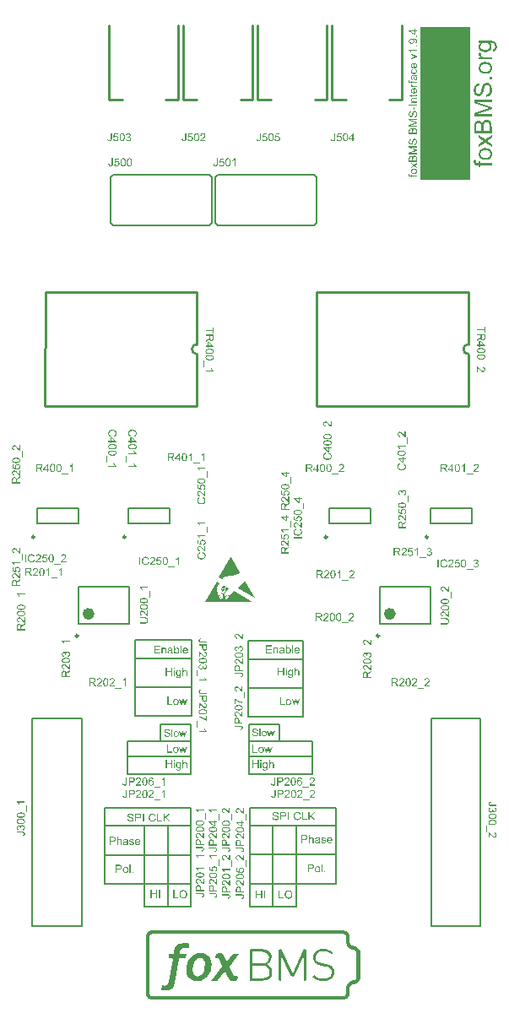
<source format=gto>
G04*
G04 #@! TF.GenerationSoftware,Altium Limited,Altium Designer,21.4.1 (30)*
G04*
G04 Layer_Color=65535*
%FSLAX25Y25*%
%MOIN*%
G70*
G04*
G04 #@! TF.SameCoordinates,7EEB5CCF-43E0-40BE-B5BA-AD8CC80F1960*
G04*
G04*
G04 #@! TF.FilePolarity,Positive*
G04*
G01*
G75*
%ADD10C,0.02362*%
%ADD11C,0.00984*%
%ADD12C,0.01000*%
%ADD13C,0.00787*%
%ADD14C,0.00600*%
G36*
X182784Y330664D02*
X163184D01*
Y391064D01*
X182784D01*
Y330664D01*
D02*
G37*
G36*
X88384Y181830D02*
X88396Y181823D01*
X88399Y181817D01*
X92000Y175571D01*
X92000Y175571D01*
X92001Y175570D01*
X92002Y175567D01*
X92003Y175563D01*
X92004Y175560D01*
Y175558D01*
Y175555D01*
X92002Y175549D01*
X91999Y175543D01*
X91995Y175538D01*
X91992Y175536D01*
X91953Y175510D01*
X91953D01*
X91953Y175510D01*
X91953Y175510D01*
X91937Y175499D01*
X91903Y175477D01*
X91870Y175455D01*
X91837Y175434D01*
X91820Y175423D01*
X91820Y175423D01*
X91807Y175415D01*
X91781Y175399D01*
X91756Y175383D01*
X91730Y175368D01*
X91717Y175360D01*
Y175360D01*
X91706Y175353D01*
X91684Y175340D01*
X91663Y175328D01*
X91641Y175315D01*
X91630Y175308D01*
X91630D01*
X91629Y175308D01*
X91550Y175263D01*
X91550D01*
X91550Y175263D01*
X91550Y175263D01*
X91550Y175263D01*
X91550Y175263D01*
X91550Y175263D01*
X91550Y175263D01*
X91549Y175263D01*
X91549Y175263D01*
X91478Y175224D01*
X91478Y175224D01*
Y175224D01*
X91478Y175224D01*
X91478Y175224D01*
X91478Y175224D01*
X91477Y175223D01*
X91477Y175223D01*
X91406Y175186D01*
Y175186D01*
X91406Y175186D01*
X91406Y175186D01*
X91406Y175185D01*
X91406Y175185D01*
X91405Y175185D01*
X91405Y175185D01*
X91405Y175185D01*
X91405Y175185D01*
X91341Y175152D01*
X91341Y175152D01*
Y175152D01*
X91341Y175152D01*
X91277Y175120D01*
X91277Y175120D01*
X91277Y175120D01*
X91276Y175120D01*
X91276Y175120D01*
X91276Y175120D01*
X91276Y175120D01*
X91276Y175120D01*
X91276Y175120D01*
X91220Y175093D01*
X91220Y175092D01*
Y175092D01*
X91220Y175092D01*
X91163Y175066D01*
X91163D01*
X91163Y175066D01*
X91106Y175039D01*
X91106D01*
X91106Y175039D01*
X91057Y175017D01*
X91057Y175017D01*
X91057Y175017D01*
X91008Y174996D01*
X91008D01*
X91008Y174996D01*
X91008Y174996D01*
X91008Y174996D01*
X91008Y174996D01*
X91008Y174996D01*
X90959Y174975D01*
X90959D01*
X90959Y174975D01*
X90910Y174954D01*
X90910D01*
X90910Y174954D01*
X90910Y174954D01*
X90910Y174954D01*
X90910Y174954D01*
X90909Y174954D01*
X90861Y174934D01*
X90861Y174934D01*
X90820Y174917D01*
X90820D01*
X90820Y174917D01*
X90779Y174901D01*
X90779D01*
X90779Y174901D01*
X90738Y174885D01*
X90738D01*
X90738Y174885D01*
X90737Y174885D01*
X90737Y174885D01*
X90737Y174885D01*
X90737Y174885D01*
X90697Y174870D01*
Y174870D01*
X90697Y174870D01*
X90697Y174870D01*
X90697Y174870D01*
X90696Y174870D01*
X90696Y174870D01*
X90655Y174854D01*
X90655D01*
X90655Y174854D01*
X90614Y174839D01*
X90614D01*
X90614Y174839D01*
X90614Y174839D01*
X90614Y174839D01*
X90614Y174839D01*
X90614Y174839D01*
X90573Y174825D01*
X90573Y174825D01*
Y174825D01*
X90573Y174825D01*
X90573Y174824D01*
X90573Y174824D01*
X90572Y174824D01*
X90572Y174824D01*
X90532Y174810D01*
X90532Y174810D01*
X90532Y174810D01*
X90532Y174810D01*
X90532Y174810D01*
X90532Y174810D01*
X90532Y174810D01*
X90491Y174796D01*
X90491D01*
X90490Y174795D01*
X90458Y174785D01*
X90457Y174785D01*
Y174785D01*
X90457Y174785D01*
X90457Y174784D01*
X90457Y174784D01*
X90457Y174784D01*
X90457Y174784D01*
X90425Y174774D01*
X90425Y174774D01*
X90425Y174774D01*
X90425Y174774D01*
X90424Y174773D01*
X90424Y174773D01*
X90391Y174763D01*
X90391D01*
X90391Y174762D01*
X90358Y174752D01*
X90358D01*
X90358Y174752D01*
X90326Y174741D01*
X90326Y174741D01*
X90326Y174741D01*
X90325Y174741D01*
X90325Y174741D01*
X90325Y174741D01*
X90325Y174741D01*
X90292Y174731D01*
X90292D01*
X90292Y174731D01*
X90259Y174721D01*
X90259D01*
X90259Y174721D01*
X90226Y174711D01*
X90226Y174711D01*
X90226Y174711D01*
X90193Y174701D01*
X90193Y174701D01*
X90193Y174701D01*
X90193Y174701D01*
X90193Y174701D01*
X90193Y174701D01*
X90193Y174701D01*
X90193Y174700D01*
X90160Y174691D01*
X90160Y174691D01*
Y174691D01*
X90160Y174691D01*
X90160Y174691D01*
X90160Y174691D01*
X90159Y174691D01*
X90159Y174691D01*
X90127Y174681D01*
X90127Y174681D01*
Y174681D01*
X90126Y174681D01*
X90094Y174672D01*
X90094D01*
X90094Y174672D01*
X90061Y174662D01*
X90061D01*
X90061Y174662D01*
X90061Y174662D01*
X90060Y174662D01*
X90060Y174662D01*
X90060Y174662D01*
X90028Y174653D01*
X90028Y174653D01*
X90028Y174653D01*
X90028Y174653D01*
X90028Y174653D01*
X90027Y174653D01*
X90027Y174653D01*
X89995Y174644D01*
X89995D01*
X89994Y174644D01*
X89961Y174635D01*
X89961D01*
X89961Y174635D01*
X89928Y174627D01*
X89928D01*
X89928Y174627D01*
X89904Y174620D01*
X89904D01*
X89903Y174620D01*
X89879Y174614D01*
X89879D01*
X89879Y174614D01*
X89879Y174614D01*
X89878Y174614D01*
X89878Y174613D01*
X89878Y174613D01*
X89854Y174607D01*
X89854Y174607D01*
Y174607D01*
X89854Y174607D01*
X89829Y174601D01*
X89829Y174601D01*
Y174601D01*
X89829D01*
X89829Y174601D01*
X89829Y174601D01*
X89829Y174601D01*
X89829Y174601D01*
X89805Y174595D01*
X89804Y174595D01*
Y174595D01*
X89804Y174595D01*
X89780Y174589D01*
X89780Y174589D01*
Y174589D01*
X89779Y174589D01*
X89755Y174583D01*
X89755Y174583D01*
X89755Y174583D01*
X89755Y174583D01*
X89755Y174583D01*
X89755Y174583D01*
X89755Y174583D01*
X89730Y174577D01*
X89730D01*
X89730Y174577D01*
X89705Y174571D01*
X89705D01*
X89705Y174571D01*
X89705Y174571D01*
X89705Y174571D01*
X89705Y174571D01*
X89705Y174571D01*
X89681Y174565D01*
X89681Y174565D01*
X89656Y174559D01*
X89656D01*
X89656Y174559D01*
X89656Y174559D01*
X89656Y174559D01*
X89656Y174559D01*
X89656Y174559D01*
X89631Y174554D01*
X89631Y174553D01*
X89606Y174548D01*
X89606D01*
X89606Y174548D01*
X89606Y174548D01*
X89606Y174548D01*
X89606Y174548D01*
X89606Y174548D01*
X89582Y174542D01*
X89582Y174542D01*
X89582Y174542D01*
X89582Y174542D01*
X89582Y174542D01*
X89582Y174542D01*
X89557Y174537D01*
Y174537D01*
X89557Y174537D01*
X89557Y174537D01*
X89532Y174531D01*
X89532D01*
X89532Y174531D01*
X89508Y174526D01*
Y174526D01*
X89508Y174526D01*
X89483Y174521D01*
X89483D01*
X89483Y174521D01*
X89459Y174515D01*
X89459D01*
X89458Y174515D01*
X89434Y174510D01*
X89434D01*
X89434Y174510D01*
X89434Y174510D01*
X89434Y174510D01*
X89433Y174510D01*
X89433Y174510D01*
X89410Y174505D01*
X89409Y174505D01*
Y174505D01*
X89409Y174505D01*
X89385Y174500D01*
X89385Y174500D01*
X89385Y174500D01*
X89360Y174495D01*
X89360D01*
X89360Y174495D01*
X89336Y174490D01*
X89335D01*
X89335Y174490D01*
X89311Y174485D01*
X89311D01*
X89311Y174485D01*
X89286Y174480D01*
X89286D01*
X89286Y174480D01*
X89262Y174476D01*
X89262D01*
Y174476D01*
X89262D01*
Y174476D01*
X89237Y174471D01*
X89237Y174471D01*
X89221Y174468D01*
X89221D01*
X89220Y174468D01*
X89205Y174465D01*
X89205Y174464D01*
Y174464D01*
X89204Y174464D01*
X89189Y174461D01*
Y174461D01*
X89188Y174461D01*
X89188Y174461D01*
X89188Y174461D01*
X89188Y174461D01*
X89188Y174461D01*
X89188Y174461D01*
X89172Y174458D01*
X89172Y174458D01*
Y174458D01*
X89171Y174458D01*
X89156Y174455D01*
Y174455D01*
X89156Y174455D01*
X89156Y174455D01*
X89156Y174455D01*
X89156Y174455D01*
X89156Y174455D01*
X89139Y174452D01*
X89139D01*
X89139Y174452D01*
X89123Y174449D01*
X89123D01*
X89123Y174449D01*
X89107Y174446D01*
Y174446D01*
X89107Y174446D01*
X89091Y174443D01*
X89091D01*
X89074Y174441D01*
X89074D01*
X89074Y174441D01*
X89058Y174438D01*
X89058D01*
X89058Y174437D01*
X89042Y174435D01*
X89042D01*
X89042Y174435D01*
X89026Y174432D01*
X89026D01*
X89026Y174432D01*
X89025Y174432D01*
X89025Y174432D01*
X89025Y174432D01*
X89025D01*
X89010Y174429D01*
Y174429D01*
X89009Y174429D01*
X88993Y174426D01*
X88993D01*
X88993Y174426D01*
X88993Y174426D01*
X88993Y174426D01*
X88993Y174426D01*
X88993Y174426D01*
X88977Y174424D01*
X88977Y174423D01*
X88961Y174421D01*
X88961D01*
X88961Y174421D01*
X88961Y174421D01*
X88961Y174421D01*
X88960Y174420D01*
X88960Y174420D01*
X88945Y174418D01*
X88945Y174418D01*
X88929Y174415D01*
X88929D01*
X88928Y174415D01*
X88913Y174413D01*
X88912Y174412D01*
X88896Y174410D01*
X88896D01*
X88896Y174410D01*
X88880Y174407D01*
Y174407D01*
X88880Y174407D01*
X88864Y174404D01*
X88864D01*
X88864Y174404D01*
X88848Y174402D01*
X88848Y174402D01*
Y174402D01*
X88848D01*
X88848Y174402D01*
X88848Y174402D01*
X88848Y174402D01*
X88848Y174402D01*
X88832Y174399D01*
X88832Y174399D01*
X88816Y174397D01*
X88816D01*
X88815Y174396D01*
X88800Y174394D01*
Y174394D01*
X88800D01*
X88800Y174394D01*
X88800Y174394D01*
X88800Y174394D01*
X88800Y174394D01*
X88799Y174394D01*
X88784Y174391D01*
X88784Y174391D01*
Y174391D01*
X88784D01*
X88783Y174391D01*
X88783Y174391D01*
X88783Y174391D01*
X88783Y174391D01*
X88768Y174389D01*
X88767Y174389D01*
Y174389D01*
X88767D01*
X88767Y174389D01*
X88767Y174389D01*
X88767Y174389D01*
X88767Y174389D01*
X88752Y174386D01*
X88751Y174386D01*
X88735Y174384D01*
X88735D01*
X88719Y174381D01*
X88719D01*
X88719Y174381D01*
X88719Y174381D01*
X88719Y174381D01*
X88719Y174381D01*
X88719Y174381D01*
X88704Y174379D01*
X88703Y174379D01*
X88687Y174376D01*
X88687D01*
X88687Y174376D01*
X88671Y174374D01*
X88671Y174374D01*
Y174374D01*
X88671Y174374D01*
X88656Y174371D01*
X88656Y174371D01*
X88656Y174371D01*
X88656Y174371D01*
X88656Y174371D01*
X88655Y174371D01*
X88655Y174371D01*
X88639Y174369D01*
X88639D01*
X88639Y174369D01*
X88624Y174366D01*
X88623Y174366D01*
Y174366D01*
X88623D01*
X88623Y174366D01*
X88623Y174366D01*
X88623Y174366D01*
X88623Y174366D01*
X88608Y174364D01*
Y174364D01*
X88608Y174364D01*
X88592Y174362D01*
X88592D01*
X88576Y174359D01*
X88576D01*
X88576Y174359D01*
X88560Y174357D01*
X88560Y174357D01*
X88560Y174357D01*
X88552Y174356D01*
X88544Y174355D01*
X88536Y174353D01*
X88528Y174352D01*
X88528D01*
X88520Y174351D01*
X88520D01*
X88520Y174351D01*
X88513Y174350D01*
X88513D01*
X88513Y174350D01*
X88513Y174350D01*
X88512Y174350D01*
X88512Y174350D01*
X88512D01*
X88504Y174349D01*
X88504D01*
X88504Y174349D01*
X88504Y174349D01*
X88504Y174349D01*
X88504Y174349D01*
X88504D01*
X88497Y174348D01*
Y174348D01*
X88497D01*
X88497Y174348D01*
X88497Y174348D01*
X88497Y174348D01*
X88496Y174348D01*
X88496Y174347D01*
X88489Y174346D01*
X88489Y174346D01*
X88489Y174346D01*
X88489Y174346D01*
X88489Y174346D01*
X88489Y174346D01*
X88481Y174345D01*
X88481D01*
X88473Y174344D01*
X88473D01*
X88465Y174343D01*
X88465D01*
X88457Y174342D01*
X88457D01*
X88457Y174342D01*
X88449Y174341D01*
X88449Y174341D01*
X88441Y174340D01*
X88441Y174340D01*
X88434Y174338D01*
X88433Y174338D01*
X88425Y174337D01*
X88418Y174336D01*
X88418Y174336D01*
X88417Y174336D01*
X88410Y174335D01*
X88410Y174335D01*
X88402Y174334D01*
X88402D01*
X88394Y174333D01*
X88386Y174332D01*
X88378Y174331D01*
X88378D01*
X88378Y174331D01*
X88371Y174330D01*
X88370Y174329D01*
X88363Y174328D01*
X88362Y174328D01*
X88355Y174327D01*
X88355Y174327D01*
X88355Y174327D01*
X88355Y174327D01*
X88355Y174327D01*
X88355Y174327D01*
X88355Y174327D01*
X88354Y174327D01*
X88347Y174326D01*
X88347Y174326D01*
X88347Y174326D01*
X88323Y174323D01*
X88323D01*
X88315Y174322D01*
X88315D01*
X88315Y174322D01*
X88315D01*
X88315Y174322D01*
X88315D01*
X88308Y174321D01*
X88308D01*
X88308Y174321D01*
X88300Y174320D01*
X88300D01*
X88300Y174320D01*
X88300D01*
X88300Y174320D01*
X88300D01*
X88292Y174319D01*
X88292Y174319D01*
Y174319D01*
X88291Y174319D01*
X88285Y174318D01*
X88285D01*
X88284Y174318D01*
X88284Y174318D01*
X88284Y174318D01*
X88284Y174318D01*
X88284Y174318D01*
X88284D01*
X88276Y174317D01*
X88276Y174317D01*
Y174317D01*
X88276D01*
X88276Y174317D01*
X88276Y174316D01*
X88276Y174316D01*
X88276Y174316D01*
X88269Y174316D01*
X88268Y174315D01*
X88261Y174314D01*
X88261Y174314D01*
Y174314D01*
X88261Y174314D01*
X88261Y174314D01*
X88261Y174314D01*
X88260Y174314D01*
X88260Y174314D01*
X88253Y174313D01*
X88253D01*
X88253Y174313D01*
X88245Y174312D01*
X88245D01*
X88245Y174312D01*
X88245Y174312D01*
X88245Y174312D01*
X88245Y174312D01*
X88245Y174312D01*
X88238Y174311D01*
X88237Y174311D01*
X88222Y174309D01*
X88214Y174308D01*
X88214D01*
X88214Y174308D01*
X88214Y174308D01*
X88214D01*
X88214Y174308D01*
X88214Y174308D01*
X88206Y174307D01*
X88206Y174307D01*
X88206Y174307D01*
X88199Y174306D01*
X88199Y174306D01*
X88191Y174305D01*
X88191D01*
X88191Y174305D01*
X88183Y174304D01*
X88183Y174304D01*
X88175Y174303D01*
X88168Y174302D01*
X88168D01*
X88167Y174302D01*
X88167Y174302D01*
X88167Y174302D01*
X88167Y174302D01*
X88167D01*
X88160Y174301D01*
X88160Y174301D01*
Y174301D01*
X88160Y174301D01*
X88160Y174301D01*
X88159Y174301D01*
X88159Y174301D01*
X88159D01*
X88152Y174300D01*
X88152Y174300D01*
X88145Y174299D01*
X88145D01*
X88145Y174299D01*
X88144Y174299D01*
X88144Y174299D01*
X88144Y174299D01*
X88144Y174299D01*
X88144Y174299D01*
X88137Y174298D01*
X88137D01*
X88137Y174297D01*
X88137Y174297D01*
X88137Y174297D01*
X88137Y174297D01*
X88137Y174297D01*
X88136Y174297D01*
X88129Y174296D01*
X88129Y174296D01*
X88129Y174296D01*
X88113Y174294D01*
X88113Y174294D01*
X88113Y174294D01*
X88106Y174293D01*
Y174293D01*
X88106Y174293D01*
X88098Y174292D01*
X88098D01*
X88098Y174292D01*
X88090Y174291D01*
X88090D01*
X88090Y174291D01*
X88082Y174290D01*
X88082D01*
X88082Y174290D01*
X88082Y174290D01*
X88082D01*
X88082Y174290D01*
X88075Y174289D01*
X88075Y174289D01*
X88067Y174288D01*
X88067D01*
X88044Y174285D01*
X88036Y174284D01*
X88036D01*
X88036Y174284D01*
X88029Y174283D01*
X88029D01*
X88029Y174283D01*
X88021Y174282D01*
X88021D01*
X88021Y174282D01*
X88014Y174281D01*
X88014D01*
X88013Y174281D01*
X88006Y174280D01*
X88006D01*
X88005Y174280D01*
X87998Y174279D01*
X87998D01*
X87998Y174279D01*
X87998Y174279D01*
X87998Y174279D01*
X87998Y174279D01*
X87998Y174279D01*
X87998D01*
X87998Y174279D01*
X87998Y174279D01*
X87998Y174279D01*
X87998Y174279D01*
X87991Y174278D01*
X87990Y174278D01*
Y174278D01*
X87990D01*
X87990Y174278D01*
X87990Y174278D01*
X87990Y174278D01*
X87990Y174278D01*
X87983Y174277D01*
X87983Y174277D01*
X87975Y174276D01*
X87975Y174276D01*
X87975Y174276D01*
X87968Y174275D01*
X87967Y174275D01*
X87960Y174274D01*
X87960Y174274D01*
Y174274D01*
X87960D01*
X87960Y174274D01*
X87960Y174274D01*
X87959Y174274D01*
X87959Y174274D01*
X87953Y174273D01*
X87952Y174273D01*
X87945Y174272D01*
X87945D01*
X87945Y174272D01*
X87945Y174272D01*
X87945Y174272D01*
X87945Y174272D01*
X87945D01*
X87937Y174271D01*
X87937D01*
X87937Y174271D01*
X87930Y174270D01*
X87930D01*
X87930Y174270D01*
X87930Y174270D01*
X87930Y174270D01*
X87929Y174270D01*
X87929Y174270D01*
X87929Y174270D01*
X87922Y174269D01*
X87922Y174269D01*
X87922Y174269D01*
X87915Y174268D01*
X87914Y174268D01*
X87907Y174267D01*
X87907Y174267D01*
X87899Y174266D01*
X87899Y174266D01*
X87899Y174266D01*
X87892Y174265D01*
X87892Y174265D01*
X87892Y174265D01*
X87892Y174265D01*
X87892Y174265D01*
X87892Y174265D01*
X87891Y174265D01*
X87884Y174264D01*
X87884Y174264D01*
X87876Y174263D01*
X87876Y174263D01*
X87876Y174263D01*
X87869Y174262D01*
X87869D01*
X87869Y174262D01*
X87861Y174261D01*
X87861Y174261D01*
X87861Y174261D01*
X87854Y174260D01*
X87854Y174260D01*
X87846Y174259D01*
X87846Y174259D01*
X87846Y174259D01*
X87839Y174258D01*
X87839D01*
X87839Y174258D01*
X87839Y174258D01*
X87839Y174258D01*
X87839Y174258D01*
X87839Y174258D01*
X87831Y174257D01*
X87831D01*
X87831Y174257D01*
X87831Y174257D01*
X87831Y174257D01*
X87831Y174257D01*
X87831Y174257D01*
X87824Y174256D01*
X87823Y174256D01*
X87816Y174255D01*
X87815Y174255D01*
X87809Y174254D01*
X87808Y174254D01*
Y174254D01*
X87808Y174254D01*
X87808Y174254D01*
X87808Y174254D01*
X87808Y174254D01*
X87808Y174254D01*
X87801Y174253D01*
X87801Y174253D01*
X87794Y174252D01*
X87794Y174252D01*
X87794Y174252D01*
X87793Y174252D01*
X87793Y174252D01*
X87793Y174252D01*
X87793D01*
X87793Y174252D01*
X87793Y174252D01*
X87793Y174252D01*
X87793Y174252D01*
X87786Y174251D01*
X87786Y174251D01*
X87786Y174251D01*
X87779Y174250D01*
X87778Y174250D01*
Y174250D01*
X87778D01*
X87778Y174250D01*
X87778Y174250D01*
X87778Y174250D01*
X87778Y174250D01*
X87771Y174249D01*
X87771Y174249D01*
X87764Y174248D01*
X87764D01*
X87763Y174248D01*
X87756Y174247D01*
X87756Y174247D01*
X87756Y174247D01*
X87749Y174246D01*
X87748Y174246D01*
Y174246D01*
X87748D01*
X87748Y174246D01*
X87748Y174246D01*
X87748Y174246D01*
X87748Y174246D01*
X87741Y174245D01*
X87741Y174245D01*
Y174245D01*
X87741D01*
X87741Y174245D01*
X87741D01*
X87741Y174245D01*
X87734Y174244D01*
X87734Y174244D01*
X87734D01*
X87734Y174244D01*
X87734Y174244D01*
X87733D01*
X87733Y174244D01*
X87726Y174243D01*
X87726Y174243D01*
Y174243D01*
X87726D01*
X87726Y174243D01*
X87726D01*
X87726Y174243D01*
X87719Y174242D01*
X87718Y174242D01*
X87711Y174241D01*
X87711D01*
X87711Y174241D01*
X87704Y174240D01*
X87704D01*
X87704Y174240D01*
X87704Y174240D01*
X87704Y174240D01*
X87704Y174240D01*
X87704D01*
X87696Y174239D01*
X87696D01*
X87689Y174238D01*
X87689D01*
X87688Y174238D01*
X87682Y174237D01*
X87681Y174237D01*
X87674Y174236D01*
X87666Y174235D01*
X87666D01*
X87666Y174235D01*
X87666Y174235D01*
X87666Y174235D01*
X87666Y174235D01*
X87666Y174235D01*
X87659Y174234D01*
Y174234D01*
X87659Y174234D01*
X87637Y174231D01*
X87637D01*
X87637Y174231D01*
X87637Y174231D01*
X87637D01*
X87637Y174231D01*
X87629Y174230D01*
X87629Y174230D01*
X87622Y174229D01*
X87622Y174229D01*
X87621Y174229D01*
X87615Y174229D01*
X87615Y174229D01*
X87615Y174228D01*
X87607Y174227D01*
Y174227D01*
X87607Y174227D01*
X87600Y174226D01*
X87600Y174226D01*
X87600Y174226D01*
X87600Y174226D01*
X87600Y174226D01*
X87600Y174226D01*
X87600Y174226D01*
X87599Y174226D01*
X87593Y174225D01*
Y174225D01*
X87593D01*
X87593Y174225D01*
X87593Y174225D01*
X87593Y174225D01*
X87593Y174225D01*
X87592Y174225D01*
X87592Y174225D01*
X87592Y174225D01*
X87592Y174225D01*
X87592Y174225D01*
X87586Y174224D01*
X87585Y174224D01*
X87578Y174223D01*
X87578D01*
X87578Y174223D01*
X87578Y174223D01*
X87578Y174223D01*
X87578Y174223D01*
X87578Y174223D01*
X87577Y174223D01*
X87571Y174223D01*
X87570Y174223D01*
Y174223D01*
X87570Y174223D01*
X87570Y174223D01*
X87570Y174223D01*
X87570Y174222D01*
X87570D01*
X87564Y174222D01*
X87564D01*
X87563Y174222D01*
X87563Y174222D01*
X87563Y174222D01*
X87563Y174222D01*
X87563Y174222D01*
X87563Y174222D01*
X87556Y174221D01*
Y174221D01*
X87556D01*
X87556Y174221D01*
X87556Y174221D01*
X87556Y174221D01*
X87556Y174221D01*
X87555Y174221D01*
X87549Y174220D01*
Y174220D01*
X87548Y174220D01*
X87541Y174218D01*
X87541D01*
X87541Y174218D01*
X87541Y174218D01*
X87541Y174218D01*
X87541D01*
X87541Y174218D01*
X87534Y174218D01*
X87533Y174217D01*
X87527Y174217D01*
X87526Y174216D01*
X87519Y174215D01*
X87519D01*
X87512Y174215D01*
X87512Y174215D01*
X87511Y174214D01*
X87505Y174214D01*
X87505Y174214D01*
Y174214D01*
X87504Y174214D01*
X87498Y174213D01*
X87498D01*
X87498Y174213D01*
X87498Y174213D01*
X87497Y174213D01*
X87497Y174213D01*
X87497Y174213D01*
X87497Y174213D01*
X87490Y174212D01*
X87490D01*
X87490Y174212D01*
X87490Y174212D01*
X87490Y174212D01*
X87490Y174212D01*
X87490Y174212D01*
X87483Y174211D01*
X87483Y174211D01*
X87475Y174210D01*
X87475D01*
X87468Y174209D01*
X87468D01*
X87468Y174208D01*
X87468D01*
X87461Y174208D01*
X87461D01*
X87446Y174206D01*
X87446D01*
X87439Y174205D01*
X87439D01*
X87439Y174205D01*
X87432Y174204D01*
X87432D01*
X87425Y174203D01*
X87425D01*
X87410Y174200D01*
Y174200D01*
X87396Y174198D01*
X87396D01*
X87388Y174197D01*
X87389D01*
X87381Y174197D01*
X87381D01*
X87381Y174197D01*
X87381D01*
X87374Y174196D01*
X87374D01*
X87360Y174193D01*
X87360D01*
Y174193D01*
X87353Y174192D01*
X87353Y174192D01*
X87345Y174191D01*
X87345Y174191D01*
X87345D01*
X87338Y174190D01*
Y174190D01*
X87338Y174190D01*
X87338D01*
X87331Y174189D01*
X87331Y174189D01*
X87324Y174188D01*
X87324D01*
X87324Y174188D01*
X87324D01*
X87317Y174187D01*
X87317D01*
X87303Y174185D01*
X87303D01*
X87296Y174184D01*
X87296Y174184D01*
X87288Y174183D01*
Y174183D01*
X87288D01*
X87281Y174182D01*
X87281Y174182D01*
X87267Y174180D01*
X87260Y174179D01*
X87260D01*
X87253Y174178D01*
X87246Y174177D01*
X87246Y174177D01*
X87239Y174176D01*
X87225Y174174D01*
X87225D01*
X87218Y174173D01*
X87211Y174172D01*
X87211Y174172D01*
X87204Y174171D01*
Y174171D01*
X87204D01*
X87196Y174170D01*
X87196Y174170D01*
X87190Y174169D01*
X87190D01*
X87182Y174168D01*
X87182D01*
X87176Y174166D01*
X87175D01*
Y174166D01*
X87175D01*
X87168Y174165D01*
X87169D01*
X87161Y174164D01*
X87154Y174163D01*
X87155Y174163D01*
X87147Y174162D01*
X87147D01*
X87147Y174162D01*
X87147D01*
X87141Y174161D01*
X87141D01*
X87134Y174160D01*
X87134D01*
X87120Y174158D01*
X87120Y174158D01*
X87113Y174157D01*
Y174157D01*
X87113D01*
X87106Y174156D01*
X87106Y174156D01*
X87099Y174155D01*
X87099D01*
X87092Y174153D01*
X87092Y174153D01*
X87085Y174152D01*
X87085D01*
X87071Y174150D01*
X87071D01*
X87057Y174148D01*
X87057Y174148D01*
X87037Y174145D01*
X87037Y174145D01*
X87016Y174141D01*
X87016D01*
X87009Y174140D01*
X87009D01*
Y174140D01*
X87009D01*
X87002Y174139D01*
X87002D01*
X86996Y174138D01*
X86996Y174138D01*
X86989Y174137D01*
X86989D01*
X86989Y174137D01*
X86989D01*
X86982Y174136D01*
X86982D01*
X86975Y174135D01*
X86975D01*
X86968Y174133D01*
X86968Y174133D01*
X86948Y174130D01*
X86948D01*
X86941Y174129D01*
X86941Y174129D01*
X86935Y174128D01*
X86935D01*
X86928Y174127D01*
X86928Y174127D01*
X86914Y174124D01*
X86914D01*
X86901Y174122D01*
X86901Y174122D01*
X86901Y174122D01*
X86888Y174120D01*
X86888Y174119D01*
X86874Y174117D01*
X86874Y174117D01*
X86861Y174115D01*
X86861Y174115D01*
X86860Y174115D01*
X86848Y174112D01*
X86847Y174112D01*
Y174112D01*
X86847Y174112D01*
X86835Y174110D01*
Y174110D01*
X86834Y174110D01*
X86834Y174110D01*
X86834Y174110D01*
X86834Y174110D01*
X86834Y174110D01*
X86821Y174108D01*
X86821Y174108D01*
X86820Y174108D01*
X86808Y174105D01*
X86808Y174105D01*
X86808Y174105D01*
X86808Y174105D01*
X86808Y174105D01*
X86808Y174105D01*
X86808Y174105D01*
X86807Y174105D01*
X86795Y174103D01*
Y174103D01*
X86794Y174103D01*
X86781Y174100D01*
X86781Y174100D01*
X86768Y174098D01*
X86768Y174098D01*
X86768Y174098D01*
X86755Y174095D01*
X86755Y174095D01*
X86755Y174095D01*
X86755Y174095D01*
X86755Y174095D01*
X86755Y174095D01*
X86755Y174095D01*
X86754Y174095D01*
X86742Y174093D01*
X86742Y174093D01*
X86742Y174093D01*
X86742Y174093D01*
X86742Y174093D01*
X86742Y174093D01*
X86742Y174093D01*
X86742Y174093D01*
X86729Y174090D01*
X86729Y174090D01*
Y174090D01*
X86729Y174090D01*
X86716Y174088D01*
X86716D01*
X86716Y174088D01*
X86716D01*
X86716Y174088D01*
X86703Y174085D01*
X86703Y174085D01*
X86690Y174082D01*
X86677Y174080D01*
X86677Y174080D01*
X86677Y174080D01*
X86664Y174077D01*
X86664D01*
X86664Y174077D01*
X86651Y174075D01*
X86651Y174075D01*
X86651Y174074D01*
X86639Y174072D01*
X86639Y174072D01*
X86638D01*
X86638Y174072D01*
X86638Y174072D01*
X86638Y174072D01*
X86638Y174072D01*
X86638Y174072D01*
X86626Y174069D01*
X86625Y174069D01*
X86613Y174067D01*
X86613Y174067D01*
X86600Y174064D01*
X86600D01*
X86600Y174064D01*
X86600Y174064D01*
X86600Y174064D01*
X86600Y174064D01*
X86600Y174064D01*
X86588Y174061D01*
X86588D01*
X86587Y174061D01*
X86575Y174058D01*
X86575Y174058D01*
X86562Y174056D01*
X86562Y174056D01*
X86549Y174053D01*
X86549Y174053D01*
X86549Y174053D01*
X86537Y174050D01*
Y174050D01*
X86537D01*
X86537Y174050D01*
X86537Y174050D01*
X86537Y174050D01*
X86537Y174050D01*
X86537Y174050D01*
X86525Y174047D01*
X86525Y174047D01*
X86524Y174047D01*
X86512Y174044D01*
X86512Y174044D01*
X86511Y174044D01*
X86500Y174042D01*
X86500Y174042D01*
X86500Y174042D01*
X86500Y174042D01*
X86499Y174041D01*
X86499Y174041D01*
X86499Y174041D01*
X86487Y174039D01*
X86487Y174039D01*
X86487D01*
X86487Y174039D01*
X86487Y174039D01*
X86487Y174039D01*
X86487Y174039D01*
X86475Y174036D01*
X86475Y174036D01*
X86462Y174033D01*
X86462Y174033D01*
X86462Y174033D01*
X86450Y174030D01*
X86450Y174030D01*
X86450Y174030D01*
X86450Y174030D01*
X86450Y174030D01*
X86450Y174030D01*
X86450Y174030D01*
X86449Y174030D01*
X86438Y174027D01*
X86438Y174027D01*
X86438Y174027D01*
X86425Y174024D01*
X86425Y174024D01*
X86413Y174021D01*
X86401Y174018D01*
X86401D01*
X86401Y174018D01*
X86401Y174018D01*
X86401D01*
X86401Y174018D01*
X86401Y174018D01*
X86389Y174015D01*
X86389D01*
X86389Y174015D01*
X86389D01*
X86389Y174015D01*
X86389D01*
X86389Y174015D01*
X86389Y174015D01*
X86377Y174012D01*
X86377Y174012D01*
X86377D01*
X86377Y174012D01*
X86376Y174012D01*
X86365Y174009D01*
X86365Y174009D01*
X86365Y174009D01*
X86365Y174009D01*
X86365Y174009D01*
X86365Y174009D01*
X86365Y174009D01*
X86353Y174005D01*
X86353Y174005D01*
X86341Y174002D01*
X86341Y174002D01*
X86340Y174002D01*
X86329Y173999D01*
X86329D01*
X86329Y173999D01*
X86329Y173999D01*
X86329Y173999D01*
X86329Y173999D01*
X86329Y173999D01*
X86328Y173999D01*
X86317Y173996D01*
X86317Y173996D01*
X86317Y173996D01*
X86305Y173993D01*
X86305Y173993D01*
X86293Y173989D01*
X86293Y173989D01*
X86281Y173986D01*
X86281Y173986D01*
X86269Y173983D01*
X86269Y173983D01*
X86269Y173983D01*
X86258Y173980D01*
X86258Y173980D01*
X86246Y173976D01*
X86246Y173976D01*
X86246Y173976D01*
X86235Y173973D01*
X86235Y173973D01*
X86235Y173973D01*
X86234Y173973D01*
X86234Y173973D01*
X86234Y173973D01*
X86223Y173969D01*
Y173969D01*
X86223Y173969D01*
X86223D01*
X86223Y173969D01*
X86223Y173969D01*
X86222D01*
X86222Y173969D01*
X86211Y173966D01*
X86211Y173966D01*
X86211Y173966D01*
X86199Y173963D01*
X86200Y173963D01*
X86188Y173959D01*
X86188Y173959D01*
X86188Y173959D01*
X86177Y173956D01*
Y173956D01*
X86177Y173956D01*
X86176Y173955D01*
X86166Y173952D01*
X86165Y173952D01*
X86165Y173952D01*
X86165Y173952D01*
X86165Y173952D01*
X86165Y173952D01*
X86154Y173949D01*
X86154Y173949D01*
X86153Y173948D01*
X86143Y173945D01*
X86143Y173945D01*
X86143Y173945D01*
X86142Y173945D01*
X86142Y173945D01*
X86142Y173945D01*
X86142Y173945D01*
X86131Y173941D01*
Y173941D01*
X86131Y173941D01*
X86131Y173941D01*
X86131Y173941D01*
X86131Y173941D01*
X86131Y173941D01*
X86120Y173938D01*
X86120Y173938D01*
X86108Y173934D01*
X86109Y173934D01*
X86108Y173934D01*
X86098Y173930D01*
Y173930D01*
X86098Y173930D01*
X86098Y173930D01*
X86098Y173930D01*
X86097Y173930D01*
X86097Y173930D01*
X86086Y173926D01*
X86086Y173926D01*
X86075Y173923D01*
X86075Y173923D01*
X86075Y173923D01*
X86064Y173919D01*
X86064Y173919D01*
X86064Y173919D01*
X86064Y173919D01*
X86064Y173919D01*
X86064Y173919D01*
X86063Y173919D01*
X86053Y173915D01*
X86053D01*
X86053Y173915D01*
X86053Y173915D01*
X86053Y173915D01*
X86053Y173915D01*
X86053Y173915D01*
X86053Y173915D01*
X86042Y173911D01*
X86042Y173911D01*
X86042D01*
X86042Y173911D01*
X86042Y173911D01*
X86042D01*
X86041Y173911D01*
X86031Y173908D01*
Y173908D01*
X86031Y173908D01*
X86031Y173908D01*
X86031Y173907D01*
X86031Y173907D01*
X86031Y173907D01*
X86020Y173904D01*
X86020Y173904D01*
X86009Y173900D01*
X86009Y173900D01*
X85998Y173896D01*
X85998Y173896D01*
X85998Y173896D01*
X85988Y173892D01*
X85987Y173892D01*
X85987Y173892D01*
X85987Y173892D01*
X85987D01*
X85987Y173892D01*
X85987D01*
X85977Y173888D01*
X85977Y173888D01*
X85977Y173888D01*
X85966Y173883D01*
X85966Y173884D01*
X85966Y173883D01*
X85956Y173880D01*
X85955Y173880D01*
X85945Y173875D01*
X85945Y173875D01*
X85934Y173871D01*
X85934Y173871D01*
X85923Y173867D01*
X85924Y173867D01*
X85923Y173867D01*
X85913Y173863D01*
X85913Y173863D01*
Y173863D01*
X85913Y173863D01*
X85903Y173859D01*
X85903D01*
X85903Y173859D01*
X85903Y173859D01*
X85903Y173859D01*
X85903Y173859D01*
X85903Y173859D01*
X85892Y173854D01*
X85892Y173854D01*
X85882Y173850D01*
X85882Y173850D01*
X85881Y173850D01*
X85872Y173846D01*
X85872Y173846D01*
X85871Y173846D01*
X85861Y173841D01*
X85861Y173841D01*
X85851Y173837D01*
X85851Y173837D01*
X85851Y173837D01*
X85841Y173832D01*
X85841Y173832D01*
X85841Y173832D01*
X85830Y173828D01*
X85830Y173828D01*
X85820Y173823D01*
X85820D01*
X85820Y173823D01*
X85820Y173823D01*
X85820Y173823D01*
X85820Y173823D01*
X85820Y173823D01*
X85811Y173819D01*
X85811D01*
X85811Y173819D01*
X85811Y173819D01*
X85810Y173819D01*
X85810Y173819D01*
X85810Y173819D01*
X85800Y173814D01*
X85800Y173814D01*
X85790Y173810D01*
X85790Y173810D01*
X85790Y173810D01*
X85781Y173805D01*
Y173805D01*
X85781Y173805D01*
X85780Y173805D01*
X85780Y173805D01*
X85780Y173805D01*
X85780Y173805D01*
X85780Y173805D01*
X85771Y173801D01*
X85771Y173800D01*
X85771Y173800D01*
X85771Y173800D01*
X85770Y173800D01*
X85770Y173800D01*
X85770Y173800D01*
X85760Y173795D01*
X85760Y173795D01*
X85760Y173795D01*
X85751Y173791D01*
X85751Y173791D01*
X85751Y173791D01*
X85751Y173791D01*
X85751Y173791D01*
X85751Y173791D01*
X85751Y173791D01*
X85750Y173791D01*
X85741Y173786D01*
X85741Y173786D01*
X85741Y173786D01*
X85731Y173781D01*
X85721Y173776D01*
X85721Y173776D01*
X85721Y173776D01*
X85712Y173771D01*
Y173771D01*
X85712Y173771D01*
X85702Y173766D01*
X85702Y173766D01*
X85702Y173766D01*
X85693Y173762D01*
X85693Y173762D01*
X85693Y173761D01*
X85693Y173761D01*
X85693Y173761D01*
X85693Y173761D01*
X85693Y173761D01*
X85683Y173756D01*
X85683Y173756D01*
X85683D01*
Y173756D01*
X85683Y173756D01*
X85674Y173751D01*
X85674Y173751D01*
X85673Y173751D01*
X85664Y173746D01*
X85664D01*
X85664Y173746D01*
X85664Y173746D01*
X85664Y173746D01*
X85664Y173746D01*
X85664Y173746D01*
X85664Y173746D01*
X85664Y173746D01*
X85655Y173741D01*
X85655Y173741D01*
Y173741D01*
X85655Y173741D01*
X85646Y173736D01*
Y173736D01*
X85646D01*
X85646Y173736D01*
X85646Y173736D01*
X85646Y173736D01*
X85646Y173736D01*
X85645Y173736D01*
X85637Y173731D01*
X85637Y173731D01*
X85636Y173731D01*
X85636Y173731D01*
X85636Y173731D01*
X85636Y173731D01*
X85636Y173731D01*
X85627Y173726D01*
X85627Y173725D01*
X85618Y173720D01*
X85618Y173720D01*
X85618Y173720D01*
X85609Y173715D01*
X85609Y173715D01*
X85608Y173715D01*
X85595Y173707D01*
X85595Y173707D01*
X85595Y173707D01*
X85595Y173707D01*
X85595Y173707D01*
X85595Y173707D01*
X85581Y173698D01*
X85582Y173699D01*
X85581Y173698D01*
X85568Y173691D01*
X85568Y173690D01*
X85568Y173690D01*
X85568Y173690D01*
X85568Y173690D01*
X85568Y173690D01*
X85555Y173682D01*
X85555Y173682D01*
X85554Y173682D01*
X85542Y173674D01*
X85542Y173674D01*
X85542D01*
X85542Y173674D01*
X85542Y173674D01*
X85542Y173674D01*
X85542Y173674D01*
X85541Y173673D01*
X85541Y173673D01*
X85529Y173665D01*
X85529D01*
X85528Y173665D01*
X85515Y173656D01*
X85515Y173656D01*
X85503Y173648D01*
Y173648D01*
X85503Y173648D01*
X85490Y173639D01*
X85490Y173639D01*
X85489Y173639D01*
X85477Y173630D01*
X85477Y173630D01*
X85477Y173630D01*
Y173630D01*
X85477Y173630D01*
X85477Y173630D01*
X85477Y173630D01*
X85477Y173630D01*
X85477Y173630D01*
X85465Y173621D01*
X85464Y173621D01*
X85464Y173621D01*
X85452Y173612D01*
Y173612D01*
X85452Y173612D01*
X85452Y173612D01*
X85452Y173612D01*
X85452Y173612D01*
X85452Y173612D01*
X85440Y173603D01*
X85427Y173593D01*
X85427Y173593D01*
X85415Y173584D01*
X85415Y173584D01*
X85403Y173574D01*
X85403Y173575D01*
X85403Y173574D01*
X85388Y173562D01*
Y173562D01*
X85387Y173562D01*
X85387Y173562D01*
X85387Y173562D01*
X85387Y173562D01*
X85387Y173562D01*
X85387Y173562D01*
X85387Y173562D01*
Y173562D01*
X85387Y173562D01*
X85387Y173562D01*
X85387Y173562D01*
X85387Y173562D01*
X85387Y173562D01*
X85372Y173549D01*
X85372Y173549D01*
X85372Y173549D01*
X85356Y173536D01*
X85341Y173522D01*
X85341Y173522D01*
X85341Y173522D01*
X85326Y173509D01*
X85326Y173509D01*
X85326Y173509D01*
X85326Y173509D01*
X85326Y173509D01*
Y173509D01*
X85307Y173491D01*
X85289Y173474D01*
X85289D01*
X85289Y173474D01*
X85289Y173474D01*
X85289Y173473D01*
X85289Y173473D01*
X85289Y173473D01*
X85286Y173471D01*
X85281Y173466D01*
X85275Y173460D01*
X85270Y173455D01*
X85268Y173452D01*
Y173452D01*
X85267Y173452D01*
X85267Y173452D01*
X85267Y173452D01*
X85267Y173452D01*
X85267Y173452D01*
X85264Y173449D01*
X85258Y173443D01*
X85252Y173437D01*
X85246Y173430D01*
X85243Y173427D01*
X85243Y173427D01*
X85243Y173427D01*
X85243Y173427D01*
X85243Y173427D01*
X85243Y173427D01*
X85240Y173423D01*
X85233Y173416D01*
X85226Y173408D01*
X85219Y173401D01*
X85216Y173397D01*
Y173397D01*
X85204Y173383D01*
X85180Y173355D01*
X85157Y173326D01*
X85135Y173297D01*
X85125Y173282D01*
X85124Y173282D01*
X85124Y173281D01*
X85124Y173281D01*
X85124Y173281D01*
X85124Y173281D01*
X85093Y173237D01*
X85093Y173237D01*
X85093Y173237D01*
X85069Y173203D01*
Y173203D01*
X85069Y173203D01*
X85069Y173203D01*
X85069Y173203D01*
X85069Y173203D01*
X85069Y173203D01*
X85049Y173174D01*
X85049Y173174D01*
X85049Y173174D01*
X85049Y173174D01*
X85049Y173174D01*
X85049Y173174D01*
X85031Y173149D01*
Y173149D01*
X85031Y173149D01*
X85016Y173127D01*
X85016Y173127D01*
X85002Y173107D01*
X85002Y173107D01*
X84989Y173089D01*
X84989Y173089D01*
X84977Y173072D01*
X84977Y173072D01*
X84966Y173056D01*
X84966Y173056D01*
X84956Y173041D01*
X84956Y173041D01*
X84946Y173027D01*
X84946Y173027D01*
X84937Y173013D01*
Y173013D01*
X84936Y173013D01*
X84928Y173001D01*
X84928Y173000D01*
Y173000D01*
X84925Y172996D01*
X84917Y172990D01*
X84907Y172988D01*
X84897Y172990D01*
X84893Y172992D01*
X83691Y173686D01*
X83686Y173689D01*
X83679Y173697D01*
X83677Y173707D01*
X83678Y173718D01*
X83681Y173722D01*
X88353Y181817D01*
Y181817D01*
X88357Y181823D01*
X88369Y181830D01*
X88384Y181830D01*
D02*
G37*
G36*
X91550Y175263D02*
X91550Y175263D01*
X91550Y175263D01*
X91550Y175263D01*
D02*
G37*
G36*
X83893Y171435D02*
X83891Y171432D01*
X83889Y171429D01*
X83887Y171426D01*
X83885Y171423D01*
X83883Y171420D01*
X83881Y171416D01*
X83880Y171413D01*
X83878Y171410D01*
X83876Y171407D01*
X83874Y171404D01*
X83872Y171401D01*
X83870Y171398D01*
X83868Y171395D01*
X83867Y171391D01*
X83865Y171388D01*
X83863Y171385D01*
X83861Y171382D01*
X83859Y171379D01*
X83857Y171376D01*
X83855Y171373D01*
X83853Y171370D01*
X83852Y171367D01*
X83850Y171364D01*
X83848Y171361D01*
X83846Y171358D01*
X83844Y171354D01*
X83842Y171351D01*
X83840Y171348D01*
X83839Y171345D01*
X83837Y171342D01*
X83835Y171339D01*
X83833Y171336D01*
X83831Y171333D01*
X83829Y171330D01*
X83828Y171327D01*
X83826Y171324D01*
X83824Y171320D01*
X83822Y171317D01*
X83820Y171314D01*
X83818Y171311D01*
X83816Y171308D01*
X83815Y171305D01*
X83813Y171302D01*
X83812Y171300D01*
X83811Y171299D01*
X83810Y171297D01*
X83809Y171296D01*
X83808Y171294D01*
X83807Y171293D01*
X83806Y171291D01*
X83805Y171290D01*
X83804Y171288D01*
X83803Y171287D01*
X83803Y171285D01*
X83802Y171284D01*
X83801Y171282D01*
X83800Y171281D01*
X83799Y171279D01*
X83798Y171277D01*
X83797Y171276D01*
X83796Y171274D01*
X83795Y171273D01*
X83794Y171271D01*
X83793Y171270D01*
X83792Y171268D01*
X83792Y171267D01*
X83791Y171265D01*
X83790Y171264D01*
X83789Y171262D01*
X83788Y171261D01*
X83787Y171259D01*
X83786Y171257D01*
X83785Y171256D01*
X83784Y171255D01*
X83783Y171253D01*
X83782Y171251D01*
X83781Y171250D01*
X83780Y171248D01*
X83780Y171247D01*
X83779Y171245D01*
X83778Y171244D01*
X83777Y171242D01*
X83776Y171241D01*
X83775Y171239D01*
X83774Y171238D01*
X83773Y171236D01*
X83772Y171235D01*
X83771Y171233D01*
X83770Y171231D01*
X83770Y171230D01*
X83769Y171229D01*
X83768Y171227D01*
X83767Y171225D01*
X83766Y171224D01*
X83765Y171222D01*
X83764Y171221D01*
X83763Y171219D01*
X83762Y171218D01*
X83761Y171216D01*
X83760Y171215D01*
X83759Y171213D01*
X83759Y171212D01*
X83758Y171210D01*
X83757Y171209D01*
X83756Y171207D01*
X83755Y171206D01*
X83754Y171204D01*
X83753Y171203D01*
X83752Y171201D01*
X83751Y171200D01*
X83750Y171198D01*
X83749Y171196D01*
X83749Y171195D01*
X83748Y171193D01*
X83747Y171192D01*
X83746Y171190D01*
X83745Y171189D01*
X83744Y171187D01*
X83743Y171186D01*
X83742Y171184D01*
X83741Y171183D01*
X83740Y171181D01*
X83739Y171180D01*
X83738Y171178D01*
X83738Y171177D01*
X83737Y171175D01*
X83736Y171174D01*
X83735Y171172D01*
X83734Y171171D01*
X83733Y171169D01*
X83732Y171168D01*
X83731Y171166D01*
X83730Y171165D01*
X83729Y171163D01*
X83728Y171161D01*
X83728Y171160D01*
X83727Y171159D01*
X83726Y171157D01*
X83725Y171155D01*
X83724Y171154D01*
X83723Y171152D01*
X83722Y171151D01*
X83721Y171149D01*
X83720Y171148D01*
X83719Y171146D01*
X83719Y171145D01*
X83718Y171143D01*
X83717Y171142D01*
X83716Y171140D01*
X83715Y171139D01*
X83714Y171137D01*
X83713Y171136D01*
X83712Y171134D01*
X83711Y171133D01*
X83710Y171131D01*
X83709Y171130D01*
X83709Y171128D01*
X83708Y171127D01*
X83707Y171125D01*
X83706Y171124D01*
X83705Y171122D01*
X83704Y171121D01*
X83703Y171119D01*
X83702Y171118D01*
X83701Y171116D01*
X83700Y171115D01*
X83699Y171113D01*
X83698Y171112D01*
X83698Y171110D01*
X83697Y171108D01*
X83696Y171107D01*
X83695Y171106D01*
X83694Y171104D01*
X83693Y171102D01*
X83692Y171101D01*
X83691Y171099D01*
X83690Y171098D01*
X83689Y171096D01*
X83688Y171095D01*
X83688Y171093D01*
X83687Y171092D01*
X83686Y171090D01*
X83685Y171089D01*
X83684Y171087D01*
X83683Y171086D01*
X83682Y171084D01*
X83681Y171083D01*
X83680Y171081D01*
X83679Y171080D01*
X83679Y171078D01*
X83678Y171077D01*
X83677Y171075D01*
X83676Y171074D01*
X83675Y171072D01*
X83674Y171071D01*
X83673Y171069D01*
X83672Y171068D01*
X83671Y171066D01*
X83671Y171065D01*
X83670Y171063D01*
X83669Y171062D01*
X83668Y171060D01*
X83667Y171059D01*
X83666Y171057D01*
X83665Y171056D01*
X83664Y171054D01*
X83663Y171053D01*
X83662Y171051D01*
X83661Y171050D01*
X83661Y171048D01*
X83660Y171047D01*
X83659Y171045D01*
X83658Y171044D01*
X83657Y171042D01*
X83656Y171041D01*
X83655Y171039D01*
X83654Y171038D01*
X83653Y171036D01*
X83652Y171035D01*
X83652Y171033D01*
X83651Y171032D01*
X83650Y171030D01*
X83649Y171029D01*
X83648Y171027D01*
X83647Y171026D01*
X83646Y171024D01*
X83645Y171023D01*
X83644Y171021D01*
X83643Y171019D01*
X83643Y171018D01*
X83642Y171017D01*
X83641Y171015D01*
X83640Y171013D01*
X83639Y171012D01*
X83638Y171010D01*
X83637Y171009D01*
X83636Y171008D01*
X83635Y171006D01*
X83634Y171004D01*
X83632Y171002D01*
X83631Y170999D01*
X83629Y170995D01*
X83627Y170993D01*
X83625Y170990D01*
X83623Y170986D01*
X83622Y170984D01*
X83620Y170981D01*
X83618Y170977D01*
X83616Y170975D01*
X83614Y170972D01*
X83613Y170968D01*
X83611Y170966D01*
X83609Y170963D01*
X83607Y170959D01*
X83605Y170957D01*
X83604Y170954D01*
X83602Y170950D01*
X83600Y170948D01*
X83598Y170944D01*
X83596Y170941D01*
X83595Y170939D01*
X83593Y170935D01*
X83591Y170933D01*
X83589Y170930D01*
X83587Y170927D01*
X83586Y170924D01*
X83584Y170921D01*
X83582Y170918D01*
X83580Y170915D01*
X83578Y170912D01*
X83577Y170909D01*
X83575Y170906D01*
X83573Y170903D01*
X83571Y170900D01*
X83570Y170897D01*
X83568Y170894D01*
X83566Y170891D01*
X83564Y170888D01*
X83562Y170885D01*
X83561Y170882D01*
Y170882D01*
X83559Y170879D01*
X83557Y170876D01*
X83555Y170873D01*
X83553Y170870D01*
X83552Y170867D01*
X83550Y170864D01*
X83548Y170861D01*
X83546Y170858D01*
X83544Y170855D01*
X83542Y170850D01*
X83539Y170846D01*
X83536Y170842D01*
X83534Y170837D01*
X83531Y170833D01*
X83528Y170828D01*
X83525Y170824D01*
X83523Y170819D01*
X83520Y170815D01*
X83517Y170810D01*
X83515Y170806D01*
X83512Y170801D01*
X83509Y170797D01*
X83507Y170792D01*
X83504Y170788D01*
X83501Y170783D01*
X83498Y170779D01*
X83496Y170774D01*
X83493Y170770D01*
X83490Y170765D01*
X83488Y170761D01*
X83485Y170757D01*
X83482Y170752D01*
X83479Y170748D01*
X83477Y170743D01*
X83474Y170739D01*
X83471Y170734D01*
X83469Y170730D01*
X83466Y170725D01*
X83463Y170721D01*
X83460Y170716D01*
X83457Y170711D01*
X83453Y170704D01*
X83450Y170699D01*
X83446Y170693D01*
X83442Y170687D01*
X83439Y170681D01*
X83435Y170675D01*
X83432Y170669D01*
X83428Y170663D01*
X83424Y170657D01*
X83421Y170651D01*
X83417Y170645D01*
X83413Y170639D01*
X83410Y170633D01*
X83406Y170627D01*
X83403Y170621D01*
X83399Y170615D01*
X83395Y170609D01*
X83391Y170604D01*
X83388Y170598D01*
X83383Y170590D01*
X83379Y170583D01*
X83374Y170575D01*
X83370Y170568D01*
X83365Y170561D01*
X83360Y170553D01*
X83356Y170546D01*
X83351Y170538D01*
X83347Y170531D01*
X83342Y170523D01*
X83338Y170516D01*
X83333Y170509D01*
X83328Y170501D01*
X83324Y170494D01*
X83324Y170494D01*
X83318Y170485D01*
X83318Y170485D01*
X83313Y170476D01*
X83307Y170467D01*
X83307Y170467D01*
X83302Y170458D01*
X83296Y170449D01*
X83290Y170440D01*
X83290Y170440D01*
X83285Y170431D01*
X83279Y170422D01*
X83274Y170413D01*
X83267Y170403D01*
X83267Y170403D01*
X83261Y170393D01*
X83254Y170382D01*
X83254Y170382D01*
X83248Y170372D01*
X83241Y170361D01*
X83235Y170351D01*
X83228Y170340D01*
X83220Y170328D01*
X83220Y170328D01*
X83213Y170316D01*
X83213Y170316D01*
X83205Y170304D01*
X83198Y170292D01*
X83198Y170292D01*
X83190Y170281D01*
X83190Y170281D01*
X83182Y170267D01*
X83182Y170267D01*
X83173Y170254D01*
X83173Y170254D01*
X83164Y170240D01*
X83156Y170227D01*
X83146Y170212D01*
X83137Y170196D01*
Y170196D01*
X83127Y170181D01*
Y170181D01*
X83116Y170165D01*
X83106Y170148D01*
X83095Y170132D01*
X83083Y170114D01*
Y170114D01*
X83071Y170095D01*
X83058Y170076D01*
Y170076D01*
X83045Y170054D01*
Y170054D01*
X83031Y170033D01*
X83016Y170010D01*
Y170010D01*
X82999Y169986D01*
X82982Y169960D01*
Y169960D01*
X82962Y169929D01*
X82961Y169928D01*
X82961Y169928D01*
X82960Y169927D01*
X82959Y169925D01*
X82958Y169924D01*
X82957Y169922D01*
X82956Y169921D01*
X82955Y169920D01*
X82955Y169920D01*
X82955Y169919D01*
X82955Y169919D01*
X82954Y169918D01*
X82954Y169918D01*
X82954Y169918D01*
X82954Y169918D01*
X82954Y169917D01*
X82953Y169917D01*
X82953Y169916D01*
X82953Y169916D01*
X82952Y169915D01*
X82952Y169915D01*
X82952Y169915D01*
X82952Y169915D01*
X82952Y169914D01*
X82952Y169914D01*
X82951Y169913D01*
X82951Y169913D01*
X82951Y169913D01*
X82950Y169912D01*
X82950Y169912D01*
X82950Y169911D01*
X82950Y169911D01*
X82949Y169911D01*
X82949Y169911D01*
X82949Y169910D01*
X82949Y169910D01*
X82948Y169909D01*
X82948Y169909D01*
X82948Y169908D01*
X82948Y169908D01*
X82947Y169908D01*
X82947Y169908D01*
X82947Y169907D01*
X82947Y169907D01*
X82946Y169906D01*
X82946Y169906D01*
X82946Y169906D01*
X82946Y169905D01*
X82946Y169905D01*
X82945Y169904D01*
X82945Y169904D01*
X82945Y169904D01*
X82945Y169904D01*
X82944Y169903D01*
X82944Y169903D01*
X82944Y169902D01*
X82943Y169902D01*
X82943Y169902D01*
X82943Y169901D01*
X82943Y169901D01*
X82942Y169900D01*
X82942Y169900D01*
X82942Y169900D01*
X82941Y169899D01*
X82941Y169898D01*
X82941Y169898D01*
X82940Y169898D01*
X82940Y169898D01*
X82940Y169897D01*
X82939Y169896D01*
Y169896D01*
X82939Y169896D01*
X82939Y169896D01*
X82938Y169895D01*
X82938Y169894D01*
Y169894D01*
X82938Y169894D01*
X82938Y169894D01*
X82937Y169893D01*
X82937Y169892D01*
Y169892D01*
X82936Y169892D01*
X82936Y169892D01*
X82936Y169891D01*
X82935Y169890D01*
Y169890D01*
X82935Y169890D01*
X82935Y169890D01*
X82934Y169889D01*
X82934Y169888D01*
Y169888D01*
X82933Y169888D01*
X82933Y169888D01*
X82933Y169887D01*
Y169887D01*
X82932Y169886D01*
X82932Y169886D01*
X82932Y169886D01*
Y169886D01*
X82932Y169885D01*
X82932Y169885D01*
X82931Y169884D01*
Y169884D01*
X82931Y169884D01*
X82931Y169884D01*
X82930Y169883D01*
Y169883D01*
X82930Y169882D01*
X82930Y169882D01*
X82929Y169882D01*
Y169882D01*
X82929Y169881D01*
X82929Y169881D01*
X82928Y169880D01*
Y169880D01*
X82928Y169880D01*
X82927Y169879D01*
X82927Y169879D01*
X82927Y169878D01*
Y169878D01*
X82926Y169878D01*
X82926Y169878D01*
X82926Y169877D01*
Y169877D01*
X82925Y169876D01*
X82925Y169876D01*
X82925Y169876D01*
X82924Y169875D01*
Y169875D01*
X82924Y169874D01*
X82924Y169874D01*
X82924Y169874D01*
Y169874D01*
X82923Y169873D01*
X82923Y169873D01*
X82923Y169872D01*
X82922Y169872D01*
Y169872D01*
X82922Y169871D01*
X82922Y169871D01*
X82921Y169870D01*
Y169870D01*
X82921Y169870D01*
X82921Y169870D01*
X82920Y169869D01*
Y169869D01*
X82920Y169869D01*
X82920Y169869D01*
X82919Y169868D01*
X82919Y169867D01*
Y169867D01*
X82919Y169867D01*
X82919Y169867D01*
X82918Y169866D01*
X82918Y169865D01*
X82917Y169865D01*
Y169865D01*
X82917Y169864D01*
X82917Y169864D01*
X82916Y169863D01*
X82916Y169863D01*
Y169863D01*
X82915Y169862D01*
X82915Y169862D01*
X82915Y169861D01*
X82914Y169861D01*
X82914Y169860D01*
X82914Y169859D01*
X82913Y169859D01*
Y169859D01*
X82913Y169858D01*
X82912Y169858D01*
X82912Y169857D01*
X82912Y169857D01*
X82911Y169856D01*
Y169856D01*
X82911Y169855D01*
X82910Y169855D01*
Y169855D01*
X82910Y169854D01*
X82910Y169854D01*
X82909Y169853D01*
X82909Y169853D01*
Y169853D01*
X82908Y169852D01*
X82908Y169852D01*
X82908Y169852D01*
Y169852D01*
X82907Y169851D01*
X82907Y169850D01*
Y169850D01*
X82907Y169850D01*
X82907Y169850D01*
X82906Y169849D01*
Y169849D01*
X82906Y169848D01*
X82905Y169848D01*
X82905Y169847D01*
Y169847D01*
X82904Y169846D01*
Y169846D01*
X82904Y169846D01*
X82904Y169846D01*
X82903Y169845D01*
Y169845D01*
X82903Y169844D01*
X82902Y169844D01*
Y169844D01*
X82902Y169843D01*
X82902Y169843D01*
Y169843D01*
X82901Y169842D01*
X82901Y169842D01*
X82901Y169841D01*
Y169841D01*
X82900Y169841D01*
Y169841D01*
X82900Y169840D01*
X82899Y169839D01*
Y169839D01*
X82899Y169839D01*
Y169839D01*
X82898Y169838D01*
X82898Y169838D01*
X82898Y169837D01*
X82898Y169837D01*
Y169837D01*
X82897Y169836D01*
X82897Y169835D01*
Y169835D01*
X82896Y169835D01*
Y169835D01*
X82896Y169834D01*
D01*
X82896Y169834D01*
X82895Y169834D01*
X82895Y169833D01*
Y169833D01*
X82894Y169832D01*
X82894Y169832D01*
X82894Y169831D01*
X82894Y169831D01*
X82893Y169830D01*
X82893Y169830D01*
Y169830D01*
X82892Y169829D01*
X82892Y169828D01*
X82892Y169828D01*
X82891Y169828D01*
X82891Y169827D01*
X82891Y169827D01*
X82890Y169826D01*
X82890Y169826D01*
X82890Y169825D01*
X82890Y169825D01*
X82889Y169825D01*
X82889Y169825D01*
X82889Y169824D01*
X82888Y169823D01*
X82888Y169823D01*
X82888Y169823D01*
X82887Y169822D01*
X82887Y169822D01*
X82887Y169821D01*
X82887Y169821D01*
X82886Y169821D01*
X82886Y169821D01*
X82886Y169820D01*
X82886Y169820D01*
X82886Y169819D01*
X82886Y169819D01*
X82885Y169819D01*
X82885Y169819D01*
X82885Y169818D01*
X82885Y169818D01*
X82884Y169817D01*
X82884Y169817D01*
X82884Y169817D01*
X82883Y169816D01*
Y169816D01*
X82883Y169816D01*
X82883Y169816D01*
X82882Y169815D01*
X82882Y169815D01*
X82882Y169814D01*
X82882Y169814D01*
X82882Y169814D01*
X82881Y169813D01*
X82881Y169812D01*
X82881Y169812D01*
X82880Y169812D01*
X82880Y169811D01*
X82880Y169811D01*
X82880Y169810D01*
X82879Y169810D01*
X82879Y169810D01*
X82879Y169809D01*
X82878Y169808D01*
X82878Y169808D01*
Y169808D01*
X82877Y169807D01*
X82877Y169807D01*
X82876Y169806D01*
Y169806D01*
X82876Y169805D01*
X82876Y169805D01*
X82875Y169804D01*
Y169804D01*
X82875Y169803D01*
X82874Y169803D01*
Y169803D01*
X82874Y169802D01*
X82873Y169801D01*
X82873Y169801D01*
Y169801D01*
X82873Y169800D01*
D01*
X82873Y169800D01*
X82872Y169799D01*
Y169799D01*
X82872Y169799D01*
X82871Y169798D01*
Y169798D01*
X82870Y169797D01*
Y169797D01*
X82870Y169796D01*
Y169796D01*
X82869Y169794D01*
Y169794D01*
X82868Y169793D01*
X82867Y169792D01*
X82866Y169790D01*
X82865Y169789D01*
X82864Y169788D01*
X82864Y169787D01*
X82863Y169785D01*
Y169785D01*
X82862Y169784D01*
Y169784D01*
X82861Y169783D01*
Y169783D01*
X82860Y169781D01*
X82859Y169780D01*
Y169780D01*
X82859Y169779D01*
X82859Y169779D01*
X82858Y169777D01*
X82858Y169777D01*
X82857Y169776D01*
X82857Y169776D01*
X82856Y169775D01*
X82856Y169775D01*
X82855Y169773D01*
X82855Y169772D01*
X82854Y169771D01*
X82853Y169770D01*
X82852Y169768D01*
X82851Y169767D01*
X82850Y169766D01*
X82850Y169764D01*
X82849Y169763D01*
X82848Y169762D01*
X82847Y169760D01*
X82847Y169759D01*
X82846Y169758D01*
X82845Y169756D01*
X82844Y169755D01*
X82843Y169754D01*
X82842Y169752D01*
Y169752D01*
X82841Y169750D01*
X82841Y169750D01*
X82840Y169748D01*
D01*
X82840Y169748D01*
X82839Y169746D01*
X82839Y169746D01*
X82838Y169744D01*
X82838Y169744D01*
X82837Y169741D01*
X82835Y169739D01*
X82834Y169737D01*
X82833Y169735D01*
X82832Y169733D01*
X82831Y169731D01*
X82830Y169729D01*
X82829Y169727D01*
X82827Y169724D01*
X82826Y169721D01*
X82824Y169719D01*
X82823Y169716D01*
X82821Y169713D01*
X82820Y169710D01*
X82818Y169707D01*
X82816Y169703D01*
X82815Y169700D01*
X82813Y169695D01*
X82813Y169695D01*
X82810Y169690D01*
X82808Y169685D01*
X82805Y169678D01*
Y169678D01*
X82786Y169632D01*
X82786D01*
X82782Y169622D01*
X82785Y169621D01*
X82785Y169621D01*
X82782Y169613D01*
Y169613D01*
D01*
X82780Y169606D01*
X82779Y169600D01*
Y169600D01*
D01*
X82777Y169593D01*
Y169593D01*
D01*
X82776Y169588D01*
D01*
X82775Y169583D01*
X82774Y169578D01*
X82773Y169573D01*
X82772Y169569D01*
X82772Y169569D01*
X82771Y169564D01*
X82770Y169560D01*
X82770Y169560D01*
X82769Y169556D01*
X82768Y169552D01*
X82768Y169548D01*
Y169548D01*
D01*
X82767Y169544D01*
X82766Y169540D01*
X82766Y169536D01*
X82765Y169532D01*
X82765Y169528D01*
X82764Y169524D01*
X82763Y169520D01*
Y169520D01*
D01*
X82763Y169516D01*
X82762Y169512D01*
X82762Y169508D01*
X82762Y169505D01*
X82761Y169502D01*
X82761Y169499D01*
X82761Y169495D01*
Y169495D01*
D01*
X82760Y169492D01*
Y169492D01*
D01*
X82760Y169489D01*
X82760Y169486D01*
X82760Y169482D01*
X82759Y169479D01*
X82759Y169476D01*
X82759Y169472D01*
X82759Y169469D01*
X82758Y169466D01*
X82758Y169462D01*
X82758Y169459D01*
Y169459D01*
D01*
X82758Y169456D01*
X82758Y169452D01*
X82758Y169449D01*
X82757Y169445D01*
X82757Y169442D01*
X82757Y169438D01*
X82757Y169435D01*
X82757Y169431D01*
Y169431D01*
D01*
X82757Y169428D01*
Y169428D01*
D01*
X82757Y169424D01*
X82757Y169420D01*
X82757Y169417D01*
X82757Y169413D01*
X82757Y169409D01*
Y169409D01*
D01*
X82754D01*
X82753Y169409D01*
X82754Y169406D01*
X82757Y169406D01*
X82757Y169406D01*
X82757Y169402D01*
X82757Y169398D01*
X82757Y169394D01*
X82757Y169391D01*
X82757Y169387D01*
D01*
Y169387D01*
X82757Y169383D01*
D01*
Y169383D01*
X82757Y169379D01*
X82757Y169375D01*
X82757Y169371D01*
X82758Y169367D01*
X82758Y169363D01*
X82758Y169359D01*
X82758Y169355D01*
X82758Y169351D01*
X82758Y169347D01*
D01*
X82759Y169343D01*
X82759Y169339D01*
X82759Y169335D01*
X82759Y169331D01*
X82760Y169327D01*
X82760Y169323D01*
X82760Y169318D01*
X82761Y169314D01*
X82761Y169310D01*
X82761Y169306D01*
X82762Y169301D01*
D01*
X82762Y169297D01*
D01*
X82762Y169293D01*
D01*
X82763Y169288D01*
X82763Y169284D01*
X82764Y169279D01*
X82764Y169275D01*
D01*
Y169275D01*
X82765Y169270D01*
D01*
Y169270D01*
X82765Y169266D01*
X82766Y169261D01*
X82766Y169257D01*
X82766Y169252D01*
X82767Y169248D01*
X82768Y169243D01*
X82768Y169238D01*
X82769Y169234D01*
D01*
X82769Y169229D01*
D01*
X82770Y169224D01*
D01*
Y169224D01*
X82771Y169219D01*
D01*
Y169219D01*
X82771Y169214D01*
D01*
Y169214D01*
X82772Y169210D01*
D01*
Y169210D01*
X82773Y169205D01*
X82773Y169200D01*
X82774Y169195D01*
X82775Y169190D01*
X82775Y169185D01*
X82776Y169180D01*
X82777Y169175D01*
X82778Y169170D01*
X82779Y169165D01*
X82779Y169160D01*
D01*
X82780Y169155D01*
D01*
X82781Y169149D01*
X82782Y169144D01*
D01*
Y169144D01*
X82783Y169139D01*
X82784Y169134D01*
X82785Y169128D01*
X82786Y169123D01*
X82787Y169118D01*
X82787Y169118D01*
X82788Y169112D01*
X82788Y169107D01*
X82789Y169102D01*
X82790Y169096D01*
X82792Y169090D01*
X82792Y169090D01*
X82793Y169085D01*
X82794Y169079D01*
X82795Y169074D01*
D01*
X82796Y169068D01*
D01*
X82797Y169062D01*
X82797Y169062D01*
X82798Y169057D01*
X82798Y169057D01*
X82799Y169051D01*
X82799Y169051D01*
X82801Y169045D01*
X82802Y169039D01*
D01*
Y169039D01*
X82803Y169034D01*
X82803Y169034D01*
X82804Y169028D01*
X82805Y169022D01*
X82807Y169016D01*
X82807Y169016D01*
X82808Y169010D01*
X82809Y169004D01*
X82811Y168998D01*
D01*
Y168998D01*
X82812Y168992D01*
D01*
Y168992D01*
X82813Y168986D01*
X82815Y168980D01*
X82816Y168974D01*
X82817Y168968D01*
X82819Y168961D01*
X82820Y168955D01*
X82822Y168949D01*
X82823Y168942D01*
X82825Y168936D01*
X82826Y168930D01*
D01*
X82828Y168923D01*
X82829Y168917D01*
D01*
X82831Y168910D01*
D01*
X82832Y168904D01*
X82834Y168897D01*
D01*
X82836Y168891D01*
X82837Y168884D01*
D01*
Y168884D01*
X82839Y168877D01*
X82841Y168871D01*
X82842Y168864D01*
D01*
Y168864D01*
X82844Y168857D01*
X82846Y168851D01*
X82848Y168844D01*
X82850Y168837D01*
X82851Y168830D01*
X82853Y168823D01*
D01*
Y168823D01*
X82855Y168816D01*
X82857Y168807D01*
X82859Y168800D01*
X82865Y168780D01*
X82870Y168759D01*
X82875Y168739D01*
X82881Y168719D01*
X82886Y168699D01*
X82890Y168682D01*
X82894Y168666D01*
D01*
Y168666D01*
X82898Y168649D01*
X82903Y168633D01*
X82907Y168616D01*
D01*
Y168616D01*
X82911Y168600D01*
D01*
Y168600D01*
X82915Y168583D01*
X82918Y168570D01*
X82921Y168557D01*
X82924Y168544D01*
D01*
X82928Y168531D01*
D01*
X82931Y168518D01*
D01*
X82934Y168506D01*
D01*
X82937Y168493D01*
X82940Y168480D01*
X82943Y168467D01*
X82946Y168455D01*
X82949Y168445D01*
X82951Y168435D01*
D01*
X82953Y168426D01*
X82955Y168416D01*
X82958Y168407D01*
X82960Y168397D01*
X82962Y168388D01*
X82964Y168379D01*
X82966Y168369D01*
X82969Y168360D01*
X82971Y168351D01*
X82973Y168341D01*
X82975Y168332D01*
X82977Y168323D01*
D01*
X82979Y168313D01*
X82982Y168304D01*
X82984Y168295D01*
X82985Y168289D01*
X82986Y168283D01*
X82988Y168277D01*
X82989Y168270D01*
X82991Y168264D01*
X82992Y168258D01*
X82994Y168252D01*
X82995Y168246D01*
X82996Y168240D01*
X82998Y168234D01*
X82999Y168228D01*
X83000Y168222D01*
X83002Y168216D01*
X83003Y168210D01*
X83004Y168204D01*
X83006Y168198D01*
X83007Y168192D01*
X83008Y168186D01*
X83010Y168180D01*
X83011Y168174D01*
X83012Y168168D01*
X83014Y168162D01*
X83015Y168156D01*
X83017Y168150D01*
X83018Y168144D01*
D01*
Y168144D01*
X83019Y168138D01*
X83021Y168132D01*
X83022Y168126D01*
X83023Y168120D01*
X83024Y168114D01*
X83026Y168108D01*
D01*
Y168108D01*
X83027Y168103D01*
X83028Y168100D01*
X83028Y168097D01*
X83029Y168094D01*
X83030Y168091D01*
X83030Y168088D01*
X83031Y168085D01*
X83031Y168082D01*
X83032Y168079D01*
X83033Y168076D01*
X83034Y168073D01*
X83034Y168070D01*
X83035Y168068D01*
X83035Y168065D01*
X83036Y168062D01*
X83037Y168059D01*
X83037Y168056D01*
X83038Y168053D01*
X83039Y168050D01*
X83039Y168047D01*
X83040Y168044D01*
X83040Y168041D01*
X83041Y168038D01*
X83042Y168036D01*
X83042Y168033D01*
X83043Y168030D01*
X83044Y168027D01*
X83044Y168024D01*
X83045Y168021D01*
X83046Y168018D01*
X83046Y168016D01*
X83047Y168013D01*
X83047Y168010D01*
X83048Y168007D01*
X83049Y168004D01*
X83049Y168001D01*
X83050Y167998D01*
X83051Y167995D01*
X83051Y167993D01*
X83052Y167990D01*
X83052Y167987D01*
X83053Y167984D01*
X83054Y167981D01*
X83054Y167978D01*
X83055Y167975D01*
X83056Y167973D01*
X83056Y167970D01*
D01*
Y167970D01*
X83057Y167967D01*
X83057Y167964D01*
X83058Y167961D01*
D01*
Y167961D01*
X83059Y167958D01*
X83059Y167956D01*
D01*
Y167956D01*
X83060Y167953D01*
X83060Y167950D01*
X83061Y167947D01*
X83062Y167944D01*
X83062Y167942D01*
X83063Y167939D01*
X83064Y167936D01*
X83064Y167933D01*
X83065Y167930D01*
X83065Y167928D01*
X83066Y167925D01*
X83066Y167922D01*
D01*
Y167922D01*
X83067Y167919D01*
X83068Y167916D01*
X83068Y167914D01*
D01*
Y167914D01*
X83069Y167911D01*
X83069Y167908D01*
D01*
Y167908D01*
X83070Y167905D01*
D01*
Y167905D01*
X83071Y167902D01*
X83071Y167900D01*
D01*
Y167900D01*
X83072Y167897D01*
D01*
Y167897D01*
X83073Y167894D01*
D01*
Y167894D01*
X83073Y167891D01*
X83074Y167889D01*
D01*
Y167889D01*
X83074Y167886D01*
D01*
Y167886D01*
X83075Y167883D01*
D01*
Y167883D01*
X83075Y167880D01*
D01*
Y167880D01*
X83076Y167877D01*
D01*
Y167877D01*
X83077Y167875D01*
D01*
Y167875D01*
X83077Y167872D01*
D01*
Y167872D01*
X83078Y167869D01*
D01*
Y167869D01*
X83078Y167867D01*
D01*
Y167867D01*
X83079Y167864D01*
D01*
Y167864D01*
X83080Y167861D01*
D01*
Y167861D01*
X83080Y167858D01*
D01*
Y167858D01*
X83081Y167856D01*
D01*
Y167856D01*
X83082Y167853D01*
D01*
Y167853D01*
X83082Y167850D01*
D01*
Y167850D01*
X83083Y167847D01*
D01*
Y167847D01*
X83083Y167845D01*
X83084Y167842D01*
D01*
Y167842D01*
X83084Y167839D01*
D01*
Y167839D01*
X83085Y167836D01*
D01*
Y167836D01*
X83086Y167834D01*
D01*
Y167834D01*
X83086Y167831D01*
D01*
Y167831D01*
X83087Y167828D01*
D01*
Y167828D01*
X83087Y167825D01*
D01*
Y167825D01*
X83088Y167823D01*
D01*
Y167823D01*
X83089Y167820D01*
D01*
Y167820D01*
X83089Y167817D01*
D01*
Y167817D01*
X83090Y167815D01*
X83090Y167812D01*
D01*
Y167812D01*
X83091Y167809D01*
D01*
Y167809D01*
X83091Y167806D01*
X83092Y167804D01*
D01*
Y167804D01*
X83093Y167801D01*
X83093Y167798D01*
D01*
Y167798D01*
X83094Y167796D01*
X83094Y167793D01*
D01*
Y167793D01*
X83095Y167790D01*
X83096Y167788D01*
D01*
Y167788D01*
X83096Y167785D01*
X83097Y167782D01*
X83097Y167780D01*
X83098Y167777D01*
X83099Y167774D01*
D01*
Y167774D01*
X83099Y167772D01*
X83100Y167769D01*
X83100Y167766D01*
X83101Y167764D01*
X83101Y167761D01*
X83102Y167758D01*
X83103Y167756D01*
X83103Y167753D01*
X83104Y167750D01*
X83104Y167748D01*
X83105Y167745D01*
X83105Y167742D01*
X83106Y167740D01*
X83107Y167737D01*
X83107Y167735D01*
X83108Y167732D01*
X83108Y167729D01*
X83109Y167727D01*
X83109Y167724D01*
X83110Y167721D01*
X83111Y167719D01*
X83111Y167716D01*
X83112Y167713D01*
X83112Y167711D01*
X83113Y167708D01*
X83113Y167706D01*
D01*
Y167706D01*
X83114Y167703D01*
X83115Y167700D01*
X83115Y167698D01*
X83116Y167695D01*
X83116Y167693D01*
D01*
Y167693D01*
X83117Y167690D01*
X83118Y167687D01*
X83118Y167685D01*
X83119Y167682D01*
X83119Y167680D01*
X83120Y167677D01*
X83120Y167674D01*
X83121Y167672D01*
X83122Y167669D01*
X83122Y167667D01*
X83123Y167664D01*
X83123Y167661D01*
X83124Y167659D01*
X83124Y167656D01*
X83125Y167654D01*
X83126Y167651D01*
X83126Y167649D01*
X83127Y167646D01*
X83127Y167644D01*
X83128Y167641D01*
X83128Y167639D01*
X83129Y167636D01*
X83129Y167633D01*
X83130Y167631D01*
X83131Y167628D01*
X83131Y167626D01*
X83132Y167623D01*
X83132Y167621D01*
X83133Y167618D01*
X83133Y167616D01*
X83134Y167613D01*
X83135Y167611D01*
X83135Y167608D01*
X83136Y167605D01*
X83136Y167603D01*
X83137Y167601D01*
X83137Y167598D01*
X83138Y167596D01*
X83139Y167593D01*
X83139Y167590D01*
X83140Y167588D01*
X83140Y167585D01*
X83141Y167583D01*
X83141Y167580D01*
X83142Y167578D01*
X83142Y167575D01*
X83143Y167573D01*
X83144Y167570D01*
X83144Y167568D01*
X83145Y167566D01*
X83145Y167563D01*
X83146Y167561D01*
X83146Y167558D01*
X83147Y167556D01*
X83148Y167553D01*
X83148Y167551D01*
X83149Y167548D01*
X83149Y167546D01*
X83150Y167543D01*
X83150Y167541D01*
X83151Y167538D01*
X83151Y167536D01*
X83152Y167533D01*
X83153Y167531D01*
X83153Y167528D01*
X83154Y167526D01*
X83154Y167524D01*
X83155Y167519D01*
X83156Y167514D01*
X83157Y167509D01*
X83159Y167504D01*
X83160Y167499D01*
X83161Y167494D01*
X83162Y167490D01*
X83163Y167485D01*
X83164Y167480D01*
X83165Y167475D01*
X83166Y167471D01*
X83168Y167466D01*
X83169Y167461D01*
X83170Y167456D01*
X83171Y167452D01*
X83172Y167447D01*
X83173Y167442D01*
X83174Y167437D01*
X83175Y167433D01*
X83177Y167428D01*
X83178Y167423D01*
X83179Y167419D01*
X83180Y167414D01*
X83181Y167409D01*
X83182Y167405D01*
D01*
X83183Y167400D01*
X83184Y167395D01*
D01*
X83186Y167391D01*
X83187Y167386D01*
X83188Y167382D01*
D01*
X83189Y167377D01*
D01*
X83190Y167372D01*
X83191Y167368D01*
X83192Y167363D01*
X83193Y167359D01*
X83195Y167354D01*
X83196Y167350D01*
X83197Y167345D01*
X83198Y167341D01*
X83199Y167336D01*
D01*
Y167336D01*
X83200Y167332D01*
X83201Y167327D01*
X83202Y167323D01*
D01*
Y167323D01*
X83204Y167318D01*
D01*
Y167318D01*
X83205Y167314D01*
X83206Y167309D01*
D01*
Y167309D01*
X83207Y167305D01*
D01*
Y167305D01*
X83208Y167301D01*
D01*
Y167301D01*
X83209Y167296D01*
X83210Y167292D01*
X83212Y167287D01*
X83213Y167283D01*
X83214Y167279D01*
X83215Y167274D01*
X83216Y167270D01*
X83217Y167266D01*
X83218Y167261D01*
X83220Y167257D01*
X83221Y167253D01*
X83222Y167248D01*
X83223Y167244D01*
X83224Y167240D01*
X83226Y167236D01*
Y167236D01*
X83227Y167231D01*
X83228Y167227D01*
Y167227D01*
X83229Y167223D01*
Y167223D01*
X83230Y167219D01*
X83231Y167214D01*
X83232Y167210D01*
X83234Y167206D01*
X83235Y167202D01*
X83236Y167198D01*
X83237Y167193D01*
X83238Y167189D01*
X83240Y167185D01*
X83241Y167181D01*
Y167181D01*
X83242Y167177D01*
Y167177D01*
X83243Y167173D01*
X83244Y167169D01*
X83245Y167165D01*
X83247Y167160D01*
X83248Y167157D01*
X83249Y167152D01*
D01*
Y167152D01*
X83250Y167148D01*
D01*
Y167148D01*
X83251Y167144D01*
D01*
Y167144D01*
X83253Y167140D01*
D01*
Y167140D01*
X83254Y167136D01*
X83255Y167132D01*
X83256Y167128D01*
X83257Y167124D01*
X83259Y167120D01*
X83260Y167116D01*
X83261Y167112D01*
X83262Y167109D01*
X83263Y167104D01*
X83265Y167101D01*
X83266Y167097D01*
X83267Y167093D01*
X83268Y167089D01*
X83270Y167085D01*
X83271Y167081D01*
X83272Y167077D01*
X83273Y167073D01*
Y167073D01*
X83275Y167070D01*
X83275Y167070D01*
X83276Y167066D01*
X83277Y167062D01*
X83278Y167058D01*
X83280Y167054D01*
D01*
Y167054D01*
X83281Y167051D01*
D01*
Y167051D01*
X83282Y167047D01*
D01*
Y167047D01*
X83283Y167043D01*
X83285Y167039D01*
Y167039D01*
X83286Y167035D01*
X83287Y167032D01*
X83289Y167028D01*
D01*
Y167028D01*
X83290Y167024D01*
X83291Y167021D01*
X83292Y167017D01*
Y167017D01*
X83294Y167013D01*
X83295Y167010D01*
X83296Y167006D01*
X83296Y167006D01*
X83297Y167002D01*
X83299Y166999D01*
X83299Y166999D01*
X83300Y166995D01*
X83300Y166995D01*
X83301Y166991D01*
X83303Y166988D01*
X83304Y166984D01*
X83305Y166981D01*
X83307Y166977D01*
X83307Y166977D01*
X83308Y166973D01*
X83308Y166973D01*
X83309Y166970D01*
X83311Y166966D01*
X83312Y166963D01*
X83313Y166959D01*
Y166959D01*
X83315Y166956D01*
X83316Y166952D01*
X83317Y166949D01*
X83319Y166945D01*
X83320Y166942D01*
X83321Y166938D01*
Y166938D01*
X83323Y166935D01*
X83324Y166931D01*
X83325Y166928D01*
X83327Y166925D01*
X83328Y166921D01*
X83330Y166918D01*
X83331Y166914D01*
X83332Y166911D01*
X83332Y166911D01*
X83334Y166908D01*
X83334Y166908D01*
X83335Y166904D01*
X83335Y166904D01*
X83337Y166901D01*
X83338Y166898D01*
X83339Y166894D01*
Y166894D01*
X83341Y166891D01*
X83342Y166888D01*
X83344Y166885D01*
Y166885D01*
X83345Y166881D01*
X83346Y166878D01*
X83348Y166875D01*
X83349Y166872D01*
Y166872D01*
X83351Y166868D01*
X83352Y166865D01*
X83354Y166862D01*
X83355Y166859D01*
X83356Y166856D01*
X83358Y166852D01*
X83359Y166849D01*
X83359Y166849D01*
X83361Y166846D01*
X83361Y166846D01*
X83362Y166843D01*
X83364Y166840D01*
X83364Y166840D01*
D01*
X83365Y166837D01*
X83365Y166837D01*
D01*
X83367Y166833D01*
X83368Y166830D01*
X83370Y166827D01*
X83371Y166824D01*
X83373Y166821D01*
X83374Y166818D01*
X83377Y166814D01*
X83379Y166809D01*
X83381Y166805D01*
X83384Y166800D01*
X83386Y166796D01*
Y166796D01*
X83388Y166791D01*
X83390Y166787D01*
Y166787D01*
X83393Y166782D01*
Y166782D01*
X83395Y166778D01*
X83398Y166774D01*
X83400Y166769D01*
X83402Y166765D01*
X83405Y166761D01*
X83405Y166761D01*
X83407Y166757D01*
X83407Y166757D01*
X83410Y166752D01*
Y166752D01*
X83412Y166748D01*
X83414Y166744D01*
X83417Y166740D01*
X83419Y166736D01*
X83422Y166732D01*
X83424Y166728D01*
X83427Y166724D01*
X83429Y166720D01*
X83432Y166716D01*
X83434Y166712D01*
X83437Y166708D01*
X83439Y166704D01*
X83439Y166704D01*
X83442Y166700D01*
X83445Y166696D01*
X83447Y166692D01*
X83447Y166692D01*
X83450Y166689D01*
X83450Y166689D01*
X83453Y166685D01*
Y166685D01*
X83455Y166681D01*
Y166681D01*
X83458Y166677D01*
Y166677D01*
X83461Y166674D01*
X83463Y166670D01*
X83466Y166666D01*
X83469Y166663D01*
X83469Y166663D01*
X83471Y166659D01*
X83471Y166659D01*
X83474Y166656D01*
X83474D01*
Y166656D01*
X83477Y166652D01*
X83480Y166648D01*
X83482Y166645D01*
X83485Y166641D01*
X83488Y166638D01*
X83491Y166635D01*
X83494Y166631D01*
Y166631D01*
X83497Y166628D01*
X83497D01*
Y166628D01*
X83500Y166623D01*
X83504Y166619D01*
X83504Y166619D01*
X83508Y166615D01*
X83512Y166611D01*
X83516Y166606D01*
X83516Y166606D01*
X83520Y166602D01*
X83520D01*
Y166602D01*
X83524Y166598D01*
X83524D01*
Y166598D01*
X83528Y166594D01*
X83532Y166590D01*
X83536Y166586D01*
X83540Y166582D01*
X83546Y166577D01*
X83551Y166572D01*
X83556Y166567D01*
X83562Y166562D01*
X83564Y166561D01*
X83564D01*
X83565Y166559D01*
X83567Y166558D01*
D01*
X83567Y166558D01*
X83569Y166556D01*
X83571Y166554D01*
X83572Y166554D01*
X83571Y166554D01*
X83574Y166553D01*
X83574Y166553D01*
X83574D01*
X83574Y166553D01*
X83577Y166551D01*
X83580Y166548D01*
D01*
X83580D01*
X83580Y166548D01*
X83598Y166536D01*
Y166536D01*
X83603Y166533D01*
X83603Y166533D01*
X83604Y166532D01*
X83607Y166532D01*
Y166532D01*
X83611Y166531D01*
X83611Y166533D01*
X83611Y166533D01*
X83614Y166532D01*
X83614Y166532D01*
X83616Y166531D01*
X83616D01*
D01*
X83619Y166530D01*
X83621Y166530D01*
X83621D01*
D01*
X83623Y166529D01*
X83625Y166528D01*
X83627Y166528D01*
X83629Y166527D01*
X83629D01*
D01*
X83631Y166527D01*
X83633Y166527D01*
X83635Y166526D01*
X83637Y166526D01*
X83637D01*
D01*
X83638Y166525D01*
X83639Y166525D01*
X83639Y166525D01*
X83641Y166525D01*
X83642Y166525D01*
X83642D01*
D01*
X83643Y166525D01*
X83645Y166524D01*
X83646Y166524D01*
X83647Y166524D01*
X83649Y166524D01*
X83650Y166524D01*
X83650D01*
D01*
X83652Y166523D01*
X83653Y166523D01*
X83654Y166523D01*
X83656Y166523D01*
D01*
X83657Y166523D01*
D01*
X83658Y166523D01*
X83660Y166523D01*
X83660D01*
D01*
X83661Y166523D01*
X83662Y166522D01*
X83664Y166522D01*
X83665Y166522D01*
X83667Y166522D01*
X83667D01*
D01*
X83668Y166522D01*
X83668D01*
D01*
X83669Y166522D01*
X83671Y166522D01*
X83672Y166522D01*
X83674Y166522D01*
X83675Y166522D01*
X83675D01*
D01*
X83676Y166522D01*
X83678Y166522D01*
X83679Y166522D01*
X83682D01*
X83684Y166522D01*
X83685Y166522D01*
X83686Y166522D01*
D01*
X83686D01*
X83688Y166522D01*
X83689Y166522D01*
X83691Y166522D01*
X83692Y166522D01*
X83693Y166522D01*
X83695Y166522D01*
X83696Y166522D01*
X83698Y166522D01*
D01*
X83698D01*
X83699Y166522D01*
X83701Y166522D01*
D01*
X83701D01*
X83702Y166523D01*
X83704Y166523D01*
D01*
X83704D01*
X83705Y166523D01*
X83706Y166523D01*
X83708Y166523D01*
X83709Y166523D01*
X83709Y166523D01*
X83710Y166523D01*
X83711Y166523D01*
D01*
X83711D01*
X83711Y166523D01*
D01*
X83711D01*
X83712Y166523D01*
D01*
X83712D01*
X83713Y166523D01*
X83714Y166523D01*
D01*
X83714D01*
X83714Y166524D01*
X83715Y166524D01*
D01*
X83715D01*
X83716Y166524D01*
D01*
X83716D01*
X83717Y166524D01*
X83717Y166524D01*
D01*
X83717D01*
X83718Y166524D01*
X83719Y166524D01*
D01*
X83719D01*
X83720Y166524D01*
X83720Y166524D01*
D01*
X83720D01*
X83721Y166524D01*
D01*
X83721D01*
X83722Y166524D01*
D01*
X83722D01*
X83723Y166524D01*
D01*
X83723Y166524D01*
D01*
X83723D01*
X83724Y166525D01*
D01*
X83725Y166525D01*
D01*
X83726Y166525D01*
D01*
X83726Y166525D01*
D01*
X83727Y166525D01*
D01*
X83728Y166525D01*
D01*
X83728Y166525D01*
X83729Y166525D01*
X83730Y166525D01*
D01*
X83731Y166525D01*
X83732Y166525D01*
X83732Y166525D01*
X83733Y166526D01*
X83734Y166526D01*
X83735Y166526D01*
X83735Y166526D01*
X83736Y166526D01*
X83737Y166526D01*
X83737Y166526D01*
X83738Y166526D01*
X83739Y166526D01*
X83740Y166527D01*
X83741Y166527D01*
X83741Y166527D01*
X83742Y166527D01*
X83743Y166527D01*
X83744Y166527D01*
X83744Y166527D01*
X83745Y166527D01*
X83746Y166527D01*
X83746Y166528D01*
X83747Y166528D01*
X83748Y166528D01*
X83749Y166528D01*
X83750Y166528D01*
X83750Y166528D01*
D01*
X83750D01*
X83751Y166528D01*
X83752Y166528D01*
X83753Y166529D01*
D01*
X83753D01*
X83753Y166529D01*
X83754Y166529D01*
D01*
X83754D01*
X83755Y166529D01*
D01*
X83755D01*
X83756Y166529D01*
D01*
X83756D01*
X83756Y166529D01*
X83757Y166529D01*
D01*
X83757D01*
X83758Y166530D01*
D01*
X83758D01*
X83759Y166530D01*
D01*
X83759D01*
X83759Y166530D01*
X83760Y166530D01*
X83761Y166530D01*
D01*
X83761D01*
X83762Y166530D01*
D01*
X83762D01*
X83762Y166530D01*
D01*
X83763Y166530D01*
D01*
X83763D01*
X83764Y166531D01*
X83765Y166531D01*
D01*
X83765D01*
X83766Y166531D01*
X83766Y166531D01*
D01*
X83766D01*
X83767Y166531D01*
X83768Y166531D01*
X83768Y166531D01*
X83769Y166532D01*
X83770Y166532D01*
X83771Y166532D01*
X83772Y166532D01*
X83772Y166532D01*
X83773Y166532D01*
X83774Y166532D01*
X83775Y166533D01*
X83776Y166533D01*
X83776Y166533D01*
X83777Y166533D01*
X83778Y166533D01*
X83779Y166533D01*
X83779Y166533D01*
X83780Y166534D01*
X83781Y166534D01*
X83782Y166534D01*
X83782Y166534D01*
X83783Y166534D01*
X83784Y166534D01*
X83785Y166534D01*
X83785Y166534D01*
X83786Y166535D01*
X83787Y166535D01*
X83788Y166535D01*
X83789Y166535D01*
X83789Y166535D01*
X83789Y166535D01*
X83790Y166535D01*
X83790D01*
X83791Y166536D01*
X83792Y166536D01*
X83793Y166536D01*
X83793Y166536D01*
X83793Y166536D01*
X83794Y166536D01*
X83794D01*
X83795Y166536D01*
X83796Y166536D01*
X83796Y166536D01*
X83796Y166537D01*
X83796D01*
X83797Y166537D01*
X83797Y166537D01*
X83798Y166537D01*
X83798D01*
X83799Y166537D01*
X83799Y166537D01*
X83799Y166537D01*
X83800Y166537D01*
X83800D01*
X83801Y166538D01*
X83801Y166538D01*
X83802Y166538D01*
X83802D01*
X83803Y166538D01*
X83803Y166538D01*
X83803Y166538D01*
D01*
X83804Y166538D01*
X83804D01*
X83805Y166538D01*
X83805Y166538D01*
X83806Y166539D01*
X83806D01*
X83807Y166539D01*
X83807Y166539D01*
X83807Y166539D01*
X83807D01*
X83808Y166539D01*
X83808Y166539D01*
X83809Y166539D01*
D01*
X83810Y166539D01*
X83810D01*
X83811Y166540D01*
X83811Y166540D01*
X83811Y166540D01*
D01*
X83812Y166540D01*
X83812D01*
X83813Y166540D01*
X83813Y166540D01*
X83814Y166540D01*
D01*
X83814Y166540D01*
X83815D01*
X83815Y166540D01*
X83815Y166540D01*
X83816Y166541D01*
X83816D01*
X83817Y166541D01*
X83817Y166541D01*
X83818Y166541D01*
D01*
X83818Y166541D01*
X83818D01*
X83819Y166541D01*
X83819Y166541D01*
X83820Y166541D01*
D01*
X83821Y166542D01*
X83821D01*
X83822Y166542D01*
X83822Y166542D01*
X83822Y166542D01*
X83822D01*
X83823Y166542D01*
X83823Y166542D01*
X83824Y166542D01*
D01*
X83825Y166542D01*
X83825D01*
X83825Y166542D01*
X83825Y166542D01*
X83826Y166543D01*
X83826D01*
X83827Y166543D01*
X83827Y166543D01*
X83828Y166543D01*
X83828D01*
X83829Y166543D01*
X83829Y166543D01*
X83829Y166543D01*
X83829D01*
X83830Y166543D01*
X83830Y166543D01*
X83831Y166543D01*
X83831D01*
X83832Y166544D01*
X83832Y166544D01*
X83833Y166544D01*
X83833D01*
X83833Y166544D01*
X83834Y166544D01*
X83834Y166544D01*
X83835Y166544D01*
X83835D01*
X83836Y166544D01*
X83837Y166545D01*
X83837Y166545D01*
X83837Y166545D01*
X83837D01*
X83838Y166545D01*
X83839Y166545D01*
X83840Y166545D01*
X83841Y166545D01*
X83841Y166545D01*
X83842Y166545D01*
X83842Y166546D01*
X83842D01*
X83843Y166546D01*
X83844Y166546D01*
X83845Y166546D01*
X83845Y166546D01*
X83846Y166546D01*
D01*
X83846D01*
X83847Y166547D01*
X83848Y166547D01*
X83849Y166547D01*
X83849Y166547D01*
X83850Y166547D01*
D01*
X83850D01*
X83851Y166547D01*
X83852Y166548D01*
X83853Y166548D01*
D01*
X83853D01*
X83853Y166548D01*
X83854Y166548D01*
D01*
X83854D01*
X83855Y166548D01*
X83856Y166548D01*
D01*
X83856D01*
X83857Y166548D01*
D01*
X83857D01*
X83858Y166549D01*
X83858Y166549D01*
D01*
X83858D01*
X83859Y166549D01*
D01*
X83859D01*
X83860Y166549D01*
D01*
X83860D01*
X83861Y166549D01*
D01*
X83861D01*
X83862Y166549D01*
D01*
X83862D01*
X83862Y166549D01*
D01*
X83862D01*
X83863Y166549D01*
D01*
X83863D01*
X83864Y166550D01*
X83865Y166550D01*
D01*
X83865D01*
X83865Y166550D01*
D01*
X83865D01*
X83866Y166550D01*
X83867Y166550D01*
D01*
X83867D01*
X83868Y166550D01*
X83869Y166550D01*
D01*
X83869D01*
X83869Y166551D01*
X83870Y166551D01*
X83871Y166551D01*
X83872Y166551D01*
D01*
X83872D01*
X83873Y166551D01*
X83874Y166551D01*
X83874Y166551D01*
X83875Y166551D01*
X83876Y166552D01*
X83877Y166552D01*
X83878Y166552D01*
X83878Y166552D01*
X83879Y166552D01*
X83880Y166552D01*
X83881Y166552D01*
X83882Y166552D01*
X83882Y166553D01*
X83883Y166553D01*
X83884Y166553D01*
X83885Y166553D01*
X83886Y166553D01*
X83886Y166553D01*
X83887Y166553D01*
X83888Y166553D01*
X83889Y166553D01*
X83891Y166554D01*
X83892Y166554D01*
D01*
X83892D01*
X83894Y166554D01*
D01*
X83894D01*
X83895Y166554D01*
X83897Y166555D01*
X83899Y166555D01*
X83900Y166555D01*
X83902Y166555D01*
X83904Y166555D01*
X83905Y166556D01*
X83907Y166556D01*
X83908Y166556D01*
X83910Y166556D01*
X83912Y166556D01*
X83913Y166557D01*
X83915Y166557D01*
X83917Y166557D01*
D01*
X83918Y166557D01*
D01*
X83920Y166557D01*
D01*
X83921Y166557D01*
D01*
X83923Y166557D01*
D01*
X83925Y166558D01*
D01*
X83926Y166558D01*
D01*
X83928Y166558D01*
X83930Y166558D01*
X83931Y166558D01*
D01*
X83931D01*
X83933Y166558D01*
D01*
X83933D01*
X83935Y166558D01*
D01*
X83935D01*
X83936Y166558D01*
X83938Y166558D01*
X83939Y166559D01*
X83941Y166559D01*
X83943Y166559D01*
X83944Y166559D01*
X83946Y166559D01*
X83948Y166559D01*
X83949Y166559D01*
X83951Y166559D01*
D01*
X83953Y166559D01*
X83954Y166559D01*
X83956Y166559D01*
X83957Y166559D01*
X83959Y166559D01*
X83961Y166559D01*
X83962Y166559D01*
X83964Y166559D01*
X83966Y166559D01*
X83966D01*
D01*
X83967Y166559D01*
X83969Y166559D01*
X83971Y166559D01*
X83974Y166559D01*
X83976Y166559D01*
X83979Y166558D01*
X83981Y166558D01*
X83984Y166558D01*
D01*
X83986Y166558D01*
X83989Y166558D01*
X83991Y166558D01*
D01*
X83994Y166557D01*
X83996Y166557D01*
X83999Y166557D01*
X84001Y166557D01*
X84003Y166556D01*
X84006Y166556D01*
X84009Y166555D01*
X84012Y166555D01*
X84016Y166554D01*
D01*
X84019Y166554D01*
X84019Y166554D01*
X84022Y166553D01*
D01*
X84026Y166552D01*
D01*
X84030Y166551D01*
X84034Y166550D01*
X84034Y166547D01*
X84038Y166546D01*
X84039Y166546D01*
X84039Y166546D01*
X84044Y166544D01*
X84044Y166545D01*
X84044Y166543D01*
X84072Y166538D01*
X84084Y166530D01*
X84084Y166530D01*
X84084Y166530D01*
X84090Y166525D01*
X84092Y166529D01*
D01*
X84090Y166525D01*
X84096Y166523D01*
X84098Y166526D01*
D01*
X84096Y166523D01*
X84101Y166520D01*
X84102Y166523D01*
X84106Y166521D01*
X84110Y166518D01*
X84114Y166516D01*
X84114Y166516D01*
X84117Y166514D01*
X84120Y166512D01*
X84120D01*
X84123Y166510D01*
X84123Y166510D01*
X84126Y166507D01*
X84126Y166507D01*
X84129Y166506D01*
X84131Y166504D01*
X84133Y166502D01*
D01*
X84136Y166500D01*
X84138Y166498D01*
X84140Y166497D01*
X84143Y166495D01*
X84145Y166493D01*
X84145Y166493D01*
X84148Y166491D01*
X84148Y166491D01*
X84150Y166489D01*
X84152Y166487D01*
X84154Y166484D01*
X84157Y166482D01*
X84159Y166480D01*
X84162Y166478D01*
D01*
X84164Y166476D01*
X84165Y166474D01*
X84167Y166472D01*
X84168Y166471D01*
X84170Y166469D01*
X84172Y166468D01*
X84173Y166466D01*
X84175Y166464D01*
X84175Y166464D01*
X84176Y166463D01*
X84178Y166461D01*
X84179Y166460D01*
X84181Y166458D01*
X84182Y166456D01*
X84184Y166454D01*
X84184D01*
Y166454D01*
X84185Y166453D01*
X84185Y166453D01*
X84187Y166451D01*
D01*
X84188Y166449D01*
X84190Y166447D01*
X84192Y166445D01*
X84193Y166444D01*
X84195Y166442D01*
X84196Y166440D01*
X84198Y166438D01*
Y166438D01*
X84199Y166436D01*
X84201Y166434D01*
X84201Y166434D01*
X84202Y166432D01*
X84202Y166432D01*
X84204Y166430D01*
D01*
X84205Y166428D01*
X84207Y166426D01*
X84208Y166424D01*
X84210Y166422D01*
X84211Y166420D01*
Y166420D01*
X84213Y166418D01*
X84214Y166416D01*
X84216Y166413D01*
X84217Y166411D01*
X84217Y166411D01*
X84219Y166409D01*
X84220Y166407D01*
X84222Y166405D01*
X84222Y166405D01*
X84223Y166402D01*
Y166402D01*
X84225Y166400D01*
X84226Y166398D01*
X84228Y166396D01*
Y166396D01*
X84229Y166393D01*
X84231Y166391D01*
X84232Y166389D01*
X84232Y166389D01*
X84233Y166386D01*
X84235Y166384D01*
X84236Y166381D01*
X84238Y166379D01*
X84239Y166376D01*
X84241Y166374D01*
X84242Y166372D01*
X84242Y166372D01*
X84244Y166369D01*
X84244Y166369D01*
X84245Y166367D01*
Y166367D01*
X84247Y166364D01*
X84248Y166361D01*
Y166361D01*
X84250Y166359D01*
Y166359D01*
X84251Y166356D01*
X84252Y166353D01*
X84254Y166351D01*
X84255Y166348D01*
X84257Y166345D01*
X84257Y166345D01*
X84258Y166343D01*
X84260Y166340D01*
X84261Y166337D01*
X84262Y166334D01*
X84264Y166331D01*
X84265Y166329D01*
X84267Y166326D01*
X84268Y166323D01*
Y166323D01*
X84269Y166320D01*
X84271Y166317D01*
X84272Y166314D01*
X84274Y166311D01*
X84274Y166311D01*
X84275Y166308D01*
X84276Y166305D01*
X84278Y166302D01*
Y166302D01*
X84279Y166299D01*
X84281Y166296D01*
X84282Y166293D01*
Y166293D01*
X84284Y166289D01*
X84285Y166286D01*
X84286Y166283D01*
X84288Y166280D01*
Y166280D01*
X84289Y166277D01*
X84290Y166273D01*
X84290Y166273D01*
X84292Y166270D01*
X84293Y166267D01*
X84294Y166263D01*
X84296Y166260D01*
X84297Y166257D01*
X84299Y166253D01*
X84300Y166250D01*
X84301Y166246D01*
X84303Y166243D01*
X84304Y166239D01*
X84305Y166236D01*
X84307Y166232D01*
X84307Y166232D01*
X84308Y166229D01*
X84309Y166225D01*
X84311Y166221D01*
X84313Y166216D01*
X84314Y166213D01*
X84314Y166213D01*
X84315Y166210D01*
X84316Y166207D01*
X84316Y166207D01*
X84317Y166204D01*
X84317Y166204D01*
X84318Y166201D01*
X84318Y166201D01*
X84319Y166198D01*
X84319Y166198D01*
X84320Y166195D01*
X84321Y166192D01*
X84322Y166189D01*
Y166189D01*
X84323Y166186D01*
Y166186D01*
X84324Y166183D01*
D01*
Y166183D01*
X84325Y166180D01*
Y166180D01*
X84326Y166177D01*
D01*
Y166177D01*
X84328Y166174D01*
D01*
Y166174D01*
X84329Y166171D01*
X84330Y166168D01*
X84331Y166165D01*
X84332Y166162D01*
X84333Y166159D01*
X84333Y166158D01*
X84334Y166156D01*
D01*
Y166156D01*
X84335Y166152D01*
X84335Y166152D01*
X84336Y166149D01*
X84337Y166146D01*
X84338Y166143D01*
X84339Y166140D01*
X84340Y166137D01*
X84341Y166134D01*
X84342Y166130D01*
X84343Y166127D01*
X84344Y166124D01*
X84345Y166121D01*
X84346Y166118D01*
X84347Y166115D01*
X84348Y166112D01*
X84349Y166108D01*
X84350Y166105D01*
X84351Y166102D01*
X84352Y166099D01*
X84353Y166096D01*
X84354Y166092D01*
X84355Y166089D01*
X84356Y166086D01*
X84357Y166083D01*
X84358Y166079D01*
X84359Y166076D01*
X84360Y166073D01*
D01*
Y166073D01*
X84361Y166070D01*
X84362Y166067D01*
X84363Y166063D01*
X84364Y166060D01*
X84364Y166057D01*
X84365Y166053D01*
X84367Y166050D01*
X84367Y166047D01*
X84368Y166044D01*
X84369Y166040D01*
X84370Y166037D01*
X84371Y166034D01*
Y166034D01*
X84372Y166031D01*
X84373Y166027D01*
X84374Y166024D01*
X84375Y166021D01*
X84376Y166017D01*
X84377Y166014D01*
X84378Y166011D01*
X84379Y166007D01*
X84380Y166004D01*
X84381Y166001D01*
X84382Y165997D01*
X84383Y165994D01*
Y165994D01*
X84383Y165991D01*
X84385Y165987D01*
Y165987D01*
X84385Y165984D01*
Y165984D01*
X84386Y165981D01*
X84387Y165977D01*
Y165977D01*
X84388Y165974D01*
X84389Y165971D01*
Y165971D01*
X84390Y165967D01*
Y165967D01*
X84391Y165964D01*
X84392Y165961D01*
X84393Y165957D01*
X84394Y165954D01*
X84395Y165951D01*
X84396Y165947D01*
X84396Y165944D01*
X84397Y165940D01*
X84398Y165937D01*
X84399Y165934D01*
X84400Y165930D01*
X84401Y165927D01*
X84402Y165924D01*
X84403Y165920D01*
X84404Y165917D01*
X84405Y165913D01*
X84406Y165910D01*
X84407Y165907D01*
X84407Y165903D01*
X84408Y165900D01*
X84409Y165896D01*
X84410Y165893D01*
X84411Y165891D01*
X84411Y165890D01*
X84411Y165888D01*
X84412Y165886D01*
X84412Y165884D01*
X84413Y165883D01*
X84413Y165881D01*
X84414Y165879D01*
X84414Y165878D01*
X84414Y165876D01*
X84415Y165874D01*
X84415Y165873D01*
X84416Y165871D01*
X84416Y165869D01*
X84417Y165867D01*
X84417Y165866D01*
X84418Y165864D01*
X84418Y165862D01*
X84418Y165861D01*
X84419Y165859D01*
X84419Y165857D01*
X84420Y165856D01*
X84420Y165854D01*
X84421Y165852D01*
X84421Y165850D01*
X84422Y165849D01*
X84422Y165847D01*
X84422Y165845D01*
X84423Y165844D01*
X84423Y165842D01*
X84424Y165840D01*
X84424Y165838D01*
X84425Y165837D01*
X84425Y165835D01*
X84426Y165833D01*
X84426Y165832D01*
X84426Y165830D01*
X84427Y165828D01*
D01*
Y165828D01*
X84427Y165826D01*
X84428Y165825D01*
X84428Y165823D01*
X84429Y165821D01*
X84429Y165820D01*
D01*
Y165820D01*
X84430Y165818D01*
X84430Y165816D01*
X84430Y165815D01*
D01*
Y165815D01*
X84431Y165813D01*
X84431Y165811D01*
D01*
Y165811D01*
X84432Y165809D01*
X84432Y165808D01*
X84433Y165806D01*
D01*
Y165806D01*
X84433Y165804D01*
X84434Y165803D01*
D01*
Y165803D01*
X84434Y165801D01*
X84434Y165799D01*
D01*
Y165799D01*
X84435Y165797D01*
X84435Y165796D01*
D01*
Y165796D01*
X84436Y165794D01*
D01*
Y165794D01*
X84436Y165792D01*
X84437Y165791D01*
D01*
Y165791D01*
X84437Y165789D01*
D01*
Y165789D01*
X84437Y165787D01*
X84438Y165786D01*
D01*
Y165786D01*
X84438Y165784D01*
D01*
Y165784D01*
X84439Y165782D01*
D01*
Y165782D01*
X84439Y165780D01*
X84439Y165779D01*
D01*
Y165779D01*
X84440Y165777D01*
D01*
Y165777D01*
X84440Y165775D01*
D01*
Y165775D01*
X84441Y165774D01*
D01*
Y165774D01*
X84441Y165772D01*
X84442Y165770D01*
D01*
Y165770D01*
X84442Y165769D01*
D01*
Y165769D01*
X84443Y165767D01*
D01*
Y165767D01*
X84443Y165765D01*
D01*
Y165765D01*
X84443Y165763D01*
D01*
Y165763D01*
X84444Y165762D01*
D01*
Y165762D01*
X84444Y165760D01*
D01*
Y165760D01*
X84445Y165758D01*
D01*
Y165758D01*
X84445Y165757D01*
D01*
Y165757D01*
X84446Y165755D01*
D01*
Y165755D01*
X84446Y165753D01*
D01*
Y165753D01*
X84446Y165752D01*
D01*
Y165752D01*
X84447Y165750D01*
X84447Y165748D01*
D01*
Y165748D01*
X84448Y165746D01*
D01*
Y165746D01*
X84448Y165745D01*
D01*
Y165745D01*
X84449Y165743D01*
D01*
Y165743D01*
X84449Y165741D01*
D01*
Y165741D01*
X84449Y165740D01*
X84450Y165738D01*
D01*
Y165738D01*
X84450Y165736D01*
D01*
Y165736D01*
X84451Y165735D01*
D01*
Y165735D01*
X84451Y165733D01*
D01*
Y165733D01*
X84452Y165731D01*
D01*
Y165731D01*
X84452Y165730D01*
D01*
Y165729D01*
X84452Y165728D01*
D01*
Y165728D01*
X84453Y165726D01*
D01*
Y165726D01*
X84453Y165725D01*
D01*
Y165725D01*
X84454Y165723D01*
D01*
Y165723D01*
X84454Y165721D01*
D01*
Y165721D01*
X84455Y165719D01*
D01*
Y165719D01*
X84455Y165718D01*
D01*
Y165718D01*
X84455Y165716D01*
D01*
Y165716D01*
X84456Y165714D01*
D01*
Y165714D01*
X84456Y165713D01*
D01*
Y165713D01*
X84457Y165711D01*
D01*
Y165711D01*
X84457Y165709D01*
D01*
Y165709D01*
X84457Y165708D01*
D01*
Y165708D01*
X84458Y165706D01*
D01*
Y165706D01*
X84458Y165704D01*
D01*
Y165704D01*
X84459Y165703D01*
D01*
Y165702D01*
X84459Y165701D01*
D01*
Y165701D01*
X84460Y165699D01*
D01*
Y165699D01*
X84460Y165698D01*
D01*
Y165698D01*
X84461Y165696D01*
D01*
Y165696D01*
X84461Y165694D01*
D01*
Y165694D01*
X84461Y165692D01*
D01*
Y165692D01*
X84462Y165691D01*
D01*
Y165691D01*
X84462Y165689D01*
D01*
Y165689D01*
X84463Y165687D01*
D01*
Y165687D01*
X84463Y165686D01*
D01*
Y165686D01*
X84463Y165684D01*
D01*
Y165684D01*
X84464Y165682D01*
D01*
Y165682D01*
X84464Y165681D01*
D01*
Y165681D01*
X84465Y165679D01*
D01*
Y165679D01*
X84465Y165677D01*
D01*
Y165677D01*
X84466Y165676D01*
D01*
Y165676D01*
X84466Y165674D01*
D01*
Y165674D01*
X84466Y165672D01*
D01*
Y165672D01*
X84467Y165671D01*
D01*
Y165671D01*
X84467Y165669D01*
D01*
Y165669D01*
X84468Y165667D01*
D01*
Y165667D01*
X84468Y165666D01*
D01*
Y165666D01*
X84469Y165664D01*
D01*
Y165664D01*
X84469Y165662D01*
D01*
Y165662D01*
X84469Y165661D01*
D01*
Y165661D01*
X84470Y165659D01*
D01*
Y165659D01*
X84470Y165657D01*
D01*
Y165657D01*
X84471Y165656D01*
D01*
Y165656D01*
X84471Y165654D01*
D01*
Y165654D01*
X84471Y165652D01*
D01*
Y165652D01*
X84472Y165651D01*
D01*
Y165651D01*
X84472Y165649D01*
D01*
Y165649D01*
X84473Y165647D01*
D01*
Y165647D01*
X84473Y165646D01*
D01*
Y165646D01*
X84474Y165644D01*
D01*
Y165644D01*
X84474Y165642D01*
D01*
Y165642D01*
X84474Y165641D01*
D01*
Y165641D01*
X84475Y165639D01*
D01*
Y165639D01*
X84475Y165637D01*
D01*
Y165637D01*
X84476Y165636D01*
D01*
Y165636D01*
X84476Y165634D01*
D01*
Y165634D01*
X84477Y165632D01*
D01*
Y165632D01*
X84477Y165631D01*
D01*
Y165631D01*
X84477Y165629D01*
D01*
Y165629D01*
X84478Y165628D01*
D01*
Y165628D01*
X84478Y165626D01*
D01*
Y165626D01*
X84479Y165624D01*
D01*
Y165624D01*
X84479Y165623D01*
D01*
Y165623D01*
X84479Y165621D01*
D01*
Y165621D01*
X84480Y165619D01*
D01*
Y165619D01*
X84480Y165618D01*
D01*
Y165618D01*
X84481Y165616D01*
D01*
Y165616D01*
X84481Y165614D01*
D01*
Y165614D01*
X84482Y165613D01*
D01*
Y165613D01*
X84482Y165611D01*
D01*
Y165611D01*
X84482Y165610D01*
D01*
Y165610D01*
X84483Y165608D01*
D01*
Y165608D01*
X84483Y165606D01*
D01*
Y165606D01*
X84484Y165605D01*
D01*
Y165605D01*
X84484Y165603D01*
D01*
Y165603D01*
X84484Y165601D01*
D01*
Y165601D01*
X84485Y165600D01*
D01*
Y165600D01*
X84485Y165598D01*
X84486Y165596D01*
D01*
Y165596D01*
X84486Y165595D01*
D01*
Y165595D01*
X84487Y165593D01*
D01*
Y165593D01*
X84487Y165592D01*
D01*
Y165592D01*
X84487Y165590D01*
D01*
Y165590D01*
X84488Y165588D01*
D01*
Y165588D01*
X84488Y165587D01*
D01*
Y165587D01*
X84489Y165585D01*
D01*
Y165585D01*
X84489Y165583D01*
X84490Y165582D01*
D01*
Y165582D01*
X84490Y165580D01*
D01*
Y165580D01*
X84490Y165579D01*
D01*
Y165579D01*
X84491Y165577D01*
D01*
Y165577D01*
X84491Y165575D01*
D01*
Y165575D01*
X84492Y165574D01*
D01*
Y165574D01*
X84492Y165572D01*
X84492Y165570D01*
D01*
Y165570D01*
X84493Y165569D01*
D01*
Y165569D01*
X84493Y165567D01*
D01*
Y165567D01*
X84494Y165566D01*
D01*
Y165566D01*
X84494Y165564D01*
D01*
Y165564D01*
X84495Y165562D01*
X84495Y165561D01*
D01*
Y165561D01*
X84495Y165559D01*
D01*
Y165559D01*
X84496Y165558D01*
D01*
Y165558D01*
X84496Y165556D01*
D01*
Y165556D01*
X84497Y165554D01*
D01*
Y165554D01*
X84497Y165553D01*
X84497Y165551D01*
D01*
Y165551D01*
X84498Y165550D01*
D01*
Y165550D01*
X84498Y165548D01*
D01*
Y165548D01*
X84499Y165547D01*
D01*
Y165547D01*
X84499Y165545D01*
D01*
Y165545D01*
X84500Y165543D01*
X84500Y165542D01*
D01*
Y165542D01*
X84500Y165540D01*
D01*
Y165540D01*
X84501Y165539D01*
D01*
Y165539D01*
X84501Y165537D01*
D01*
Y165537D01*
X84502Y165535D01*
D01*
Y165535D01*
X84502Y165534D01*
X84503Y165532D01*
D01*
Y165532D01*
X84503Y165531D01*
D01*
Y165531D01*
X84503Y165529D01*
X84504Y165527D01*
X84504Y165526D01*
D01*
Y165526D01*
X84505Y165524D01*
X84505Y165523D01*
X84505Y165521D01*
X84506Y165520D01*
X84506Y165518D01*
X84507Y165517D01*
X84507Y165515D01*
X84508Y165513D01*
X84508Y165512D01*
X84508Y165510D01*
X84509Y165509D01*
X84509Y165507D01*
X84510Y165506D01*
X84510Y165504D01*
X84510Y165503D01*
X84511Y165501D01*
X84511Y165499D01*
X84512Y165498D01*
X84512Y165496D01*
X84513Y165495D01*
X84513Y165493D01*
X84513Y165492D01*
X84514Y165490D01*
X84514Y165489D01*
X84515Y165487D01*
X84515Y165486D01*
X84516Y165483D01*
X84517Y165480D01*
X84518Y165477D01*
X84518Y165473D01*
X84519Y165470D01*
X84520Y165467D01*
X84521Y165464D01*
X84522Y165461D01*
Y165461D01*
X84523Y165458D01*
Y165458D01*
X84523Y165455D01*
Y165455D01*
X84524Y165452D01*
Y165452D01*
X84525Y165449D01*
Y165449D01*
X84526Y165446D01*
Y165446D01*
X84527Y165444D01*
X84528Y165440D01*
Y165440D01*
X84528Y165438D01*
Y165438D01*
X84529Y165435D01*
X84530Y165432D01*
X84531Y165429D01*
X84532Y165426D01*
X84533Y165423D01*
D01*
Y165423D01*
X84534Y165420D01*
X84534Y165417D01*
D01*
Y165417D01*
X84535Y165414D01*
D01*
Y165414D01*
X84536Y165411D01*
D01*
Y165411D01*
X84537Y165409D01*
X84538Y165406D01*
D01*
Y165406D01*
X84539Y165403D01*
D01*
Y165403D01*
X84540Y165400D01*
D01*
Y165400D01*
X84540Y165397D01*
D01*
Y165397D01*
X84541Y165394D01*
D01*
Y165394D01*
X84542Y165392D01*
X84543Y165389D01*
X84544Y165386D01*
X84545Y165383D01*
X84545Y165380D01*
X84546Y165378D01*
X84547Y165375D01*
X84548Y165372D01*
X84549Y165369D01*
X84550Y165367D01*
X84551Y165364D01*
X84552Y165361D01*
X84552Y165358D01*
X84553Y165356D01*
X84554Y165353D01*
X84555Y165350D01*
X84556Y165348D01*
X84556Y165348D01*
X84557Y165345D01*
Y165345D01*
X84557Y165342D01*
X84557Y165342D01*
X84558Y165340D01*
X84558Y165340D01*
X84559Y165337D01*
D01*
Y165337D01*
X84560Y165334D01*
X84561Y165332D01*
X84562Y165329D01*
D01*
Y165329D01*
X84563Y165327D01*
D01*
Y165327D01*
X84564Y165324D01*
D01*
Y165324D01*
X84564Y165322D01*
D01*
Y165322D01*
X84565Y165319D01*
D01*
Y165319D01*
X84566Y165316D01*
D01*
Y165316D01*
X84567Y165314D01*
Y165314D01*
X84568Y165312D01*
Y165312D01*
X84569Y165309D01*
X84570Y165306D01*
X84571Y165304D01*
X84571Y165302D01*
X84572Y165299D01*
X84572Y165299D01*
X84573Y165297D01*
X84573Y165296D01*
X84574Y165294D01*
X84574Y165294D01*
X84575Y165292D01*
X84575Y165292D01*
X84576Y165289D01*
X84576Y165289D01*
X84577Y165287D01*
X84578Y165284D01*
X84578Y165284D01*
X84579Y165282D01*
X84579Y165280D01*
X84580Y165277D01*
D01*
Y165277D01*
X84581Y165275D01*
Y165275D01*
X84582Y165273D01*
Y165273D01*
X84583Y165270D01*
Y165270D01*
X84584Y165268D01*
Y165268D01*
X84585Y165266D01*
X84586Y165263D01*
X84587Y165261D01*
X84587Y165259D01*
X84588Y165257D01*
X84589Y165254D01*
X84590Y165252D01*
X84591Y165250D01*
X84591Y165250D01*
X84592Y165248D01*
X84592Y165248D01*
X84593Y165245D01*
X84594Y165243D01*
X84594Y165242D01*
Y165242D01*
X84595Y165241D01*
X84595Y165240D01*
Y165240D01*
X84596Y165239D01*
X84596Y165238D01*
X84596Y165237D01*
Y165237D01*
X84597Y165236D01*
X84597Y165235D01*
Y165235D01*
X84598Y165234D01*
X84598Y165233D01*
X84599Y165232D01*
Y165231D01*
X84599Y165230D01*
X84600Y165229D01*
Y165229D01*
X84600Y165228D01*
X84601Y165227D01*
X84601Y165226D01*
X84601Y165225D01*
X84602Y165224D01*
Y165224D01*
X84602Y165223D01*
X84603Y165222D01*
X84603Y165221D01*
X84604Y165220D01*
X84604Y165219D01*
X84605Y165218D01*
X84605Y165217D01*
X84606Y165216D01*
X84606Y165216D01*
X84606Y165215D01*
X84606Y165214D01*
X84607Y165213D01*
X84607Y165213D01*
X84607Y165212D01*
X84607Y165212D01*
X84608Y165211D01*
X84608Y165211D01*
D01*
X84608Y165210D01*
X84608Y165210D01*
X84609Y165209D01*
X84609Y165209D01*
D01*
X84609Y165208D01*
X84609Y165208D01*
X84610Y165207D01*
X84610Y165207D01*
D01*
X84610Y165206D01*
X84610Y165206D01*
D01*
X84611Y165205D01*
X84611Y165204D01*
X84612Y165203D01*
X84612Y165203D01*
D01*
X84612Y165202D01*
X84613Y165201D01*
X84613Y165201D01*
D01*
X84613Y165200D01*
X84614Y165199D01*
X84614Y165199D01*
X84614Y165198D01*
X84615Y165197D01*
X84615Y165196D01*
X84616Y165195D01*
X84616Y165194D01*
X84617Y165193D01*
X84617Y165192D01*
X84618Y165191D01*
X84618Y165190D01*
X84619Y165189D01*
X84619Y165189D01*
X84619Y165188D01*
Y165188D01*
X84620Y165187D01*
X84620Y165187D01*
X84620Y165187D01*
X84621Y165186D01*
X84621Y165185D01*
X84622Y165184D01*
X84622Y165183D01*
X84623Y165182D01*
X84623Y165181D01*
X84623Y165180D01*
X84624Y165180D01*
X84624Y165179D01*
X84625Y165178D01*
X84625Y165177D01*
X84626Y165176D01*
Y165176D01*
X84626Y165175D01*
Y165175D01*
X84627Y165174D01*
X84627Y165174D01*
X84627Y165173D01*
Y165173D01*
X84628Y165173D01*
X84628Y165173D01*
X84628Y165172D01*
X84629Y165171D01*
X84629Y165170D01*
X84630Y165169D01*
Y165169D01*
X84630Y165168D01*
X84631Y165168D01*
X84631Y165167D01*
X84632Y165166D01*
X84632Y165165D01*
X84632Y165164D01*
X84633Y165164D01*
X84633Y165163D01*
X84634Y165162D01*
X84635Y165161D01*
X84635Y165161D01*
X84635Y165161D01*
X84635Y165160D01*
X84636Y165159D01*
X84636Y165159D01*
X84636Y165158D01*
Y165158D01*
X84637Y165157D01*
X84637Y165157D01*
X84638Y165156D01*
Y165156D01*
X84638Y165155D01*
Y165155D01*
X84639Y165154D01*
Y165154D01*
X84639Y165154D01*
Y165154D01*
X84640Y165153D01*
Y165153D01*
X84640Y165152D01*
X84641Y165151D01*
X84641Y165151D01*
X84642Y165150D01*
X84642Y165149D01*
X84643Y165148D01*
X84643Y165148D01*
X84643Y165148D01*
X84644Y165147D01*
Y165147D01*
X84644Y165146D01*
X84644Y165146D01*
X84645Y165146D01*
Y165146D01*
X84645Y165145D01*
X84645Y165145D01*
X84646Y165144D01*
Y165144D01*
X84646Y165144D01*
X84647Y165143D01*
X84647Y165142D01*
X84648Y165142D01*
X84648Y165141D01*
X84649Y165140D01*
Y165140D01*
X84649Y165140D01*
Y165140D01*
X84650Y165139D01*
Y165139D01*
X84650Y165138D01*
X84651Y165138D01*
X84651Y165137D01*
Y165137D01*
X84652Y165136D01*
X84652Y165136D01*
Y165136D01*
X84653Y165135D01*
Y165135D01*
X84653Y165134D01*
X84654Y165134D01*
X84654Y165133D01*
Y165133D01*
X84655Y165132D01*
X84655Y165132D01*
X84656Y165131D01*
D01*
X84656Y165131D01*
X84657Y165130D01*
D01*
X84657Y165129D01*
X84657D01*
Y165129D01*
X84658Y165129D01*
D01*
X84658Y165128D01*
X84659Y165128D01*
X84659Y165127D01*
X84660Y165127D01*
X84660Y165126D01*
X84661Y165125D01*
X84661Y165125D01*
X84662Y165124D01*
X84662Y165124D01*
X84662Y165124D01*
X84663Y165123D01*
D01*
X84663Y165123D01*
X84663Y165123D01*
X84664Y165122D01*
X84664D01*
Y165122D01*
X84664Y165121D01*
X84664Y165121D01*
X84665Y165121D01*
X84665D01*
Y165121D01*
X84666Y165120D01*
X84666Y165120D01*
X84667Y165119D01*
X84667Y165119D01*
X84667Y165118D01*
X84668Y165118D01*
X84669Y165117D01*
X84669Y165117D01*
X84669Y165117D01*
X84670Y165116D01*
X84670Y165116D01*
X84670D01*
Y165116D01*
X84671Y165115D01*
X84671Y165115D01*
X84672Y165114D01*
X84672Y165114D01*
X84673Y165113D01*
X84673Y165113D01*
X84674Y165112D01*
X84674Y165112D01*
D01*
X84675Y165112D01*
X84675D01*
Y165112D01*
X84675Y165111D01*
X84676Y165111D01*
X84676D01*
X84676Y165110D01*
X84677Y165110D01*
X84677Y165109D01*
X84677D01*
X84678Y165109D01*
X84679Y165109D01*
X84679Y165108D01*
X84679Y165108D01*
X84680Y165108D01*
X84680D01*
X84680Y165107D01*
X84681Y165107D01*
D01*
X84681Y165107D01*
X84681Y165106D01*
X84682Y165106D01*
X84682Y165106D01*
X84683Y165105D01*
X84683Y165105D01*
X84683D01*
X84684Y165105D01*
X84684D01*
X84684Y165104D01*
X84685Y165104D01*
D01*
X84685Y165104D01*
X84685Y165103D01*
X84685D01*
X84686Y165103D01*
X84686Y165103D01*
X84687Y165103D01*
X84688Y165102D01*
X84688Y165102D01*
X84689Y165102D01*
X84689D01*
X84689Y165101D01*
X84690Y165101D01*
X84690D01*
X84690Y165101D01*
X84691Y165100D01*
D01*
X84691Y165100D01*
X84691Y165100D01*
X84691D01*
X84692Y165100D01*
D01*
X84692Y165100D01*
X84693Y165099D01*
X84693Y165099D01*
X84694Y165099D01*
X84694D01*
X84695Y165098D01*
X84696Y165098D01*
X84697Y165097D01*
X84697D01*
X84698Y165097D01*
D01*
X84698Y165097D01*
X84699Y165096D01*
X84700Y165096D01*
X84701Y165095D01*
X84702Y165095D01*
X84702D01*
X84703Y165094D01*
X84703Y165094D01*
X84705Y165094D01*
X84705Y165094D01*
X84706Y165094D01*
X84707Y165093D01*
X84707D01*
D01*
X84708Y165093D01*
X84709Y165093D01*
X84709Y165093D01*
X84711Y165092D01*
X84711Y165092D01*
Y165092D01*
X84712Y165092D01*
Y165092D01*
X84712Y165092D01*
X84713Y165092D01*
X84713Y165092D01*
X84714Y165092D01*
X84714D01*
X84714Y165091D01*
D01*
X84725Y165089D01*
X84725Y165090D01*
X84725Y165089D01*
X84726Y165089D01*
X84728Y165090D01*
X84728Y165091D01*
X84728D01*
X84728Y165090D01*
X84730Y165090D01*
Y165090D01*
X84732Y165090D01*
X84732Y165091D01*
D01*
X84732Y165090D01*
X84733Y165091D01*
X84735Y165091D01*
X84735Y165091D01*
X84735Y165091D01*
X84736Y165091D01*
X84736Y165091D01*
X84737Y165091D01*
X84738Y165092D01*
X84739Y165092D01*
X84739Y165092D01*
X84741Y165092D01*
X84742Y165092D01*
D01*
X84742D01*
X84743Y165093D01*
X84744Y165093D01*
X84745Y165093D01*
X84747Y165094D01*
X84748Y165094D01*
X84748Y165094D01*
X84748Y165094D01*
X84749Y165094D01*
X84750Y165095D01*
X84750Y165095D01*
X84751Y165095D01*
D01*
X84751D01*
X84751Y165095D01*
X84751D01*
X84752Y165096D01*
X84753Y165096D01*
X84753Y165096D01*
X84754Y165096D01*
X84754D01*
X84755Y165097D01*
X84755D01*
X84755Y165097D01*
X84756Y165097D01*
X84756Y165097D01*
X84757Y165098D01*
X84758Y165098D01*
X84758Y165098D01*
D01*
X84758Y165098D01*
X84759Y165099D01*
X84759Y165099D01*
X84760Y165099D01*
X84761Y165100D01*
X84761Y165100D01*
X84761Y165100D01*
X84762Y165100D01*
X84762D01*
X84763Y165101D01*
X84763D01*
X84763Y165101D01*
X84764Y165101D01*
X84764Y165101D01*
D01*
X84764Y165102D01*
X84764D01*
X84765Y165102D01*
X84765Y165102D01*
X84766Y165102D01*
X84766Y165103D01*
X84767Y165103D01*
X84768Y165103D01*
X84768Y165104D01*
X84769Y165104D01*
X84769Y165105D01*
X84769Y165105D01*
X84770Y165105D01*
X84771Y165105D01*
X84771Y165106D01*
X84771Y165106D01*
X84772Y165106D01*
X84772D01*
X84773Y165107D01*
X84773Y165107D01*
X84774Y165108D01*
X84775Y165108D01*
X84775D01*
X84775Y165109D01*
X84775D01*
X84776Y165109D01*
X84776D01*
X84777Y165109D01*
X84777Y165110D01*
X84778Y165110D01*
X84778Y165111D01*
X84779Y165111D01*
X84779Y165111D01*
X84780Y165112D01*
X84780Y165112D01*
X84780Y165112D01*
X84780D01*
X84781Y165113D01*
X84781D01*
X84782Y165113D01*
X84782Y165114D01*
X84783Y165114D01*
X84784Y165115D01*
X84784Y165115D01*
D01*
X84785Y165116D01*
D01*
X84786Y165117D01*
D01*
X84786Y165117D01*
X84787Y165118D01*
X84788Y165118D01*
X84788Y165119D01*
Y165119D01*
X84788D01*
X84789Y165119D01*
X84790Y165120D01*
X84790Y165120D01*
X84791Y165121D01*
X84791Y165122D01*
X84792Y165122D01*
X84793Y165123D01*
X84794Y165123D01*
D01*
X84794Y165124D01*
D01*
X84795Y165125D01*
X84795Y165125D01*
X84796Y165126D01*
X84797Y165127D01*
X84797Y165127D01*
X84798Y165128D01*
X84799Y165129D01*
X84799Y165129D01*
X84801Y165131D01*
X84802Y165132D01*
X84803Y165133D01*
X84805Y165135D01*
X84806Y165136D01*
X84807Y165137D01*
X84809Y165139D01*
X84810Y165140D01*
X84812Y165141D01*
X84813Y165143D01*
X84813Y165143D01*
X84814Y165144D01*
X84814Y165144D01*
X84816Y165146D01*
X84816Y165146D01*
X84817Y165147D01*
Y165147D01*
X84817D01*
X84818Y165149D01*
X84818Y165149D01*
X84820Y165150D01*
X84820Y165150D01*
X84821Y165152D01*
X84822Y165153D01*
X84822Y165153D01*
X84824Y165155D01*
X84824Y165155D01*
X84825Y165156D01*
X84825Y165156D01*
X84826Y165157D01*
X84828Y165159D01*
X84829Y165161D01*
X84831Y165162D01*
X84832Y165164D01*
X84833Y165165D01*
X84835Y165167D01*
X84838Y165170D01*
X84839Y165172D01*
X84842Y165174D01*
X84842Y165174D01*
X84844Y165177D01*
X84844Y165177D01*
X84846Y165179D01*
Y165179D01*
X84846D01*
X84848Y165182D01*
Y165182D01*
X84848D01*
X84850Y165184D01*
X84852Y165187D01*
X84854Y165189D01*
X84856Y165192D01*
X84858Y165194D01*
X84860Y165197D01*
X84862Y165199D01*
X84864Y165202D01*
X84866Y165205D01*
X84866Y165205D01*
X84869Y165207D01*
X84871Y165210D01*
X84873Y165213D01*
X84875Y165215D01*
Y165215D01*
X84877Y165218D01*
Y165218D01*
X84879Y165221D01*
X84879Y165221D01*
X84881Y165223D01*
X84883Y165226D01*
X84883Y165226D01*
X84885Y165229D01*
X84887Y165232D01*
X84887Y165232D01*
X84889Y165234D01*
X84891Y165237D01*
X84894Y165240D01*
X84896Y165243D01*
X84898Y165246D01*
X84900Y165249D01*
X84903Y165253D01*
X84903Y165253D01*
X84905Y165257D01*
X84908Y165261D01*
Y165261D01*
X84911Y165265D01*
X84914Y165269D01*
X84917Y165273D01*
X84919Y165277D01*
X84922Y165281D01*
X84925Y165285D01*
Y165285D01*
X84928Y165289D01*
X84928Y165289D01*
X84930Y165294D01*
X84930Y165294D01*
X84933Y165298D01*
X84933Y165298D01*
X84936Y165302D01*
X84936Y165302D01*
X84939Y165306D01*
X84939Y165306D01*
X84942Y165312D01*
Y165312D01*
X84946Y165317D01*
X84949Y165323D01*
Y165323D01*
X84953Y165328D01*
X84956Y165334D01*
X84960Y165339D01*
X84963Y165345D01*
X84966Y165351D01*
X84970Y165358D01*
X84974Y165365D01*
X84979Y165372D01*
Y165372D01*
X84983Y165379D01*
X84987Y165386D01*
D01*
X84987Y165386D01*
X84991Y165394D01*
X84996Y165403D01*
X85001Y165411D01*
X85001Y165411D01*
X85006Y165421D01*
X85011Y165431D01*
Y165431D01*
X85017Y165441D01*
X85023Y165453D01*
X85029Y165466D01*
X85036Y165479D01*
X85043Y165493D01*
X85051Y165511D01*
D01*
X85051Y165511D01*
X85060Y165531D01*
X85071Y165556D01*
D01*
X85073Y165555D01*
X85089Y165586D01*
X85139Y165734D01*
X85154Y165778D01*
X85153Y165779D01*
X85154Y165778D01*
X85165Y165813D01*
X85163Y165813D01*
X85170Y165842D01*
X85177Y165867D01*
X85182Y165891D01*
X85188Y165914D01*
X85192Y165935D01*
Y165935D01*
D01*
X85197Y165956D01*
X85197Y165956D01*
X85200Y165976D01*
X85204Y165996D01*
Y165996D01*
D01*
X85207Y166014D01*
X85210Y166033D01*
X85212Y166051D01*
X85215Y166068D01*
Y166068D01*
D01*
X85217Y166084D01*
X85219Y166101D01*
X85220Y166118D01*
X85222Y166135D01*
X85224Y166152D01*
X85225Y166167D01*
X85226Y166182D01*
Y166182D01*
D01*
X85226Y166198D01*
Y166198D01*
D01*
X85227Y166213D01*
X85228Y166228D01*
X85228Y166244D01*
D01*
Y166244D01*
X85228Y166259D01*
Y166259D01*
D01*
X85228Y166275D01*
X85228Y166290D01*
Y166290D01*
D01*
X85228Y166305D01*
X85228Y166321D01*
X85227Y166336D01*
X85226Y166352D01*
X85225Y166367D01*
X85224Y166383D01*
X85223Y166398D01*
X85221Y166414D01*
D01*
Y166414D01*
X85220Y166429D01*
X85218Y166446D01*
D01*
Y166446D01*
X85216Y166463D01*
X85213Y166480D01*
X85211Y166498D01*
X85207Y166516D01*
X85206Y166524D01*
X85206Y166524D01*
X85205Y166531D01*
X85203Y166538D01*
X85202Y166545D01*
X85200Y166553D01*
X85199Y166560D01*
D01*
Y166560D01*
X85198Y166567D01*
D01*
Y166567D01*
X85196Y166574D01*
X85195Y166581D01*
D01*
Y166581D01*
X85193Y166588D01*
D01*
X85192Y166595D01*
X85190Y166602D01*
X85189Y166608D01*
X85187Y166615D01*
X85186Y166622D01*
X85184Y166629D01*
X85183Y166635D01*
D01*
Y166635D01*
X85181Y166642D01*
X85180Y166648D01*
X85178Y166655D01*
D01*
X85176Y166661D01*
X85175Y166667D01*
X85173Y166674D01*
X85171Y166680D01*
Y166680D01*
X85170Y166686D01*
X85168Y166692D01*
X85166Y166698D01*
X85165Y166704D01*
D01*
Y166704D01*
X85163Y166710D01*
X85161Y166717D01*
D01*
Y166717D01*
X85160Y166723D01*
Y166723D01*
X85158Y166728D01*
X85156Y166734D01*
X85154Y166740D01*
X85153Y166746D01*
X85151Y166752D01*
X85149Y166757D01*
X85147Y166763D01*
D01*
Y166763D01*
X85145Y166768D01*
X85144Y166774D01*
X85142Y166779D01*
X85142Y166779D01*
X85140Y166785D01*
X85140Y166785D01*
X85138Y166790D01*
X85136Y166796D01*
X85136Y166796D01*
X85134Y166801D01*
X85133Y166806D01*
Y166806D01*
X85131Y166812D01*
X85129Y166817D01*
X85127Y166822D01*
X85125Y166827D01*
X85123Y166832D01*
X85121Y166837D01*
X85119Y166842D01*
X85117Y166849D01*
X85114Y166856D01*
X85111Y166862D01*
X85109Y166868D01*
X85106Y166875D01*
X85103Y166881D01*
Y166881D01*
X85101Y166887D01*
X85098Y166893D01*
X85096Y166900D01*
X85093Y166906D01*
X85090Y166911D01*
X85090Y166912D01*
D01*
X85087Y166917D01*
Y166917D01*
X85085Y166923D01*
Y166923D01*
X85082Y166929D01*
X85079Y166935D01*
X85076Y166940D01*
X85074Y166946D01*
X85070Y166953D01*
Y166953D01*
X85066Y166960D01*
Y166960D01*
X85063Y166966D01*
X85059Y166973D01*
X85056Y166980D01*
X85052Y166986D01*
X85049Y166992D01*
X85049Y166992D01*
X85044Y167000D01*
Y167000D01*
X85040Y167007D01*
X85036Y167014D01*
X85031Y167023D01*
Y167023D01*
X85025Y167032D01*
X85019Y167041D01*
X85012Y167052D01*
X85015Y167054D01*
X84966Y167115D01*
X84966Y167115D01*
D01*
X84957Y167125D01*
X84952Y167132D01*
X84952D01*
Y167132D01*
X84946Y167138D01*
X84946Y167138D01*
X84942Y167143D01*
X84938Y167147D01*
X84935Y167151D01*
X84932Y167155D01*
X84929Y167158D01*
X84926Y167161D01*
X84926D01*
Y167161D01*
X84923Y167164D01*
X84923Y167164D01*
X84921Y167167D01*
X84918Y167169D01*
X84918Y167169D01*
X84916Y167171D01*
X84916Y167171D01*
X84914Y167174D01*
X84914Y167174D01*
X84912Y167176D01*
X84912Y167176D01*
X84910Y167178D01*
X84907Y167181D01*
X84905Y167183D01*
X84905Y167183D01*
X84904Y167184D01*
X84902Y167186D01*
X84901Y167187D01*
X84899Y167189D01*
X84898Y167190D01*
X84896Y167192D01*
X84895Y167193D01*
X84894Y167194D01*
X84892Y167196D01*
X84891Y167197D01*
X84889Y167199D01*
X84888Y167200D01*
X84886Y167202D01*
X84885Y167203D01*
X84884Y167204D01*
X84884Y167204D01*
X84882Y167206D01*
X84881Y167207D01*
X84881Y167207D01*
X84879Y167209D01*
X84879Y167209D01*
X84878Y167210D01*
X84878Y167210D01*
X84876Y167211D01*
X84876Y167212D01*
X84876D01*
Y167212D01*
X84875Y167213D01*
X84874Y167213D01*
X84874D01*
Y167213D01*
X84874Y167214D01*
X84874D01*
Y167214D01*
X84873Y167215D01*
X84872Y167216D01*
X84872Y167216D01*
X84872Y167216D01*
X84871Y167217D01*
X84871Y167217D01*
X84870Y167218D01*
X84870Y167218D01*
X84869Y167218D01*
X84869D01*
Y167218D01*
X84869Y167219D01*
X84869Y167219D01*
X84868Y167219D01*
X84868Y167219D01*
X84867Y167220D01*
X84867Y167220D01*
X84866Y167221D01*
X84866Y167221D01*
X84866Y167221D01*
X84866Y167221D01*
X84865Y167222D01*
X84865Y167222D01*
X84864Y167223D01*
X84864Y167223D01*
X84864Y167224D01*
X84864Y167224D01*
X84863Y167224D01*
X84863Y167224D01*
X84862Y167225D01*
X84862Y167225D01*
X84862Y167225D01*
X84862Y167226D01*
X84861Y167226D01*
X84860Y167227D01*
X84860Y167227D01*
X84860Y167227D01*
X84859Y167228D01*
X84859Y167228D01*
X84858Y167229D01*
X84858Y167229D01*
X84857Y167229D01*
X84857Y167229D01*
X84857Y167230D01*
X84856Y167231D01*
X84856Y167231D01*
X84855Y167231D01*
D01*
X84855Y167232D01*
X84854Y167233D01*
X84853Y167233D01*
X84853Y167234D01*
X84852Y167235D01*
X84852Y167235D01*
X84851Y167235D01*
X84851Y167236D01*
X84850Y167236D01*
X84850Y167236D01*
X84849Y167237D01*
X84848Y167238D01*
X84848Y167238D01*
X84848Y167238D01*
X84848Y167238D01*
X84847Y167239D01*
X84847Y167240D01*
X84846Y167240D01*
X84846Y167240D01*
X84845Y167241D01*
X84845Y167241D01*
X84844Y167242D01*
X84844Y167242D01*
X84844Y167242D01*
X84844Y167242D01*
X84843Y167243D01*
X84842Y167243D01*
X84842Y167243D01*
X84842Y167244D01*
X84841Y167245D01*
X84840Y167245D01*
X84840Y167246D01*
X84839Y167246D01*
X84838Y167247D01*
X84838Y167248D01*
X84837Y167248D01*
X84836Y167249D01*
X84836Y167250D01*
X84835Y167250D01*
X84834Y167251D01*
X84834Y167251D01*
X84833Y167252D01*
X84832Y167253D01*
X84832Y167253D01*
X84831Y167254D01*
X84830Y167254D01*
X84830Y167255D01*
X84829Y167256D01*
X84828Y167256D01*
X84828Y167257D01*
X84827Y167257D01*
X84826Y167258D01*
X84826Y167259D01*
X84825Y167259D01*
X84824Y167260D01*
X84824Y167261D01*
X84823Y167261D01*
X84822Y167262D01*
X84822Y167262D01*
X84821Y167263D01*
X84820Y167263D01*
X84820Y167264D01*
X84820Y167264D01*
X84819Y167265D01*
X84819Y167265D01*
X84818Y167266D01*
X84817Y167266D01*
X84816Y167267D01*
X84816Y167268D01*
X84815Y167268D01*
X84815Y167269D01*
X84815Y167269D01*
X84814Y167269D01*
X84813Y167270D01*
X84813Y167271D01*
X84812Y167271D01*
X84811Y167272D01*
X84811Y167272D01*
X84810Y167273D01*
X84809Y167273D01*
X84809Y167274D01*
X84808Y167275D01*
X84808Y167275D01*
X84808Y167275D01*
X84807Y167276D01*
X84807Y167276D01*
X84806Y167276D01*
X84806Y167276D01*
X84806Y167277D01*
X84805Y167278D01*
X84805Y167278D01*
X84804Y167278D01*
X84804Y167278D01*
X84804Y167279D01*
X84804Y167279D01*
X84803Y167279D01*
X84803Y167279D01*
X84803Y167280D01*
X84803Y167280D01*
X84802Y167280D01*
X84802Y167280D01*
X84801Y167281D01*
X84801Y167281D01*
X84801Y167282D01*
X84801Y167282D01*
X84800Y167282D01*
X84800Y167282D01*
X84799Y167283D01*
X84799Y167283D01*
X84799Y167283D01*
X84798Y167284D01*
X84798Y167284D01*
X84798Y167285D01*
X84797Y167285D01*
X84797Y167285D01*
X84796Y167286D01*
X84796Y167286D01*
X84796Y167286D01*
X84795Y167287D01*
X84795Y167287D01*
X84794Y167287D01*
X84794Y167288D01*
X84793Y167289D01*
X84793Y167289D01*
X84793Y167289D01*
X84792Y167290D01*
X84791Y167290D01*
X84791Y167290D01*
X84791Y167291D01*
X84791Y167291D01*
X84790Y167291D01*
X84790Y167291D01*
X84790Y167292D01*
X84789Y167293D01*
X84789Y167293D01*
X84789Y167293D01*
X84788Y167294D01*
X84788Y167294D01*
X84787Y167294D01*
X84787Y167294D01*
X84787Y167295D01*
X84787Y167295D01*
X84786Y167295D01*
X84785Y167296D01*
X84785Y167296D01*
X84785Y167297D01*
X84784Y167297D01*
X84784Y167298D01*
X84784Y167298D01*
X84783Y167298D01*
X84782Y167299D01*
X84782Y167299D01*
X84781Y167300D01*
X84781Y167301D01*
X84780Y167301D01*
X84780Y167302D01*
X84779Y167302D01*
X84778Y167303D01*
X84778Y167303D01*
X84777Y167304D01*
X84777Y167305D01*
X84776Y167305D01*
X84776Y167306D01*
X84775Y167306D01*
X84774Y167307D01*
X84774Y167307D01*
X84773Y167308D01*
X84773Y167308D01*
X84772Y167309D01*
X84772Y167310D01*
X84771Y167310D01*
X84770Y167311D01*
X84770Y167311D01*
X84769Y167312D01*
X84769Y167313D01*
X84768Y167313D01*
X84768Y167314D01*
X84767Y167314D01*
X84767Y167315D01*
X84766Y167315D01*
X84765Y167316D01*
X84765Y167316D01*
X84764Y167317D01*
X84764Y167318D01*
X84764Y167318D01*
X84763Y167318D01*
X84763Y167319D01*
D01*
X84762Y167319D01*
X84762Y167319D01*
X84762Y167320D01*
D01*
X84761Y167321D01*
X84761Y167321D01*
X84760Y167321D01*
X84760Y167321D01*
X84760Y167322D01*
X84760Y167322D01*
X84759Y167322D01*
X84759Y167322D01*
X84759Y167323D01*
X84759Y167323D01*
X84758Y167323D01*
X84758Y167324D01*
X84758Y167324D01*
X84757Y167324D01*
X84757Y167325D01*
X84756Y167326D01*
X84756Y167326D01*
X84756Y167326D01*
X84755Y167327D01*
X84755Y167327D01*
X84754Y167328D01*
X84754Y167328D01*
X84753Y167329D01*
X84753Y167330D01*
X84751Y167331D01*
X84750Y167332D01*
X84750Y167333D01*
X84748Y167334D01*
X84747Y167335D01*
X84746Y167336D01*
X84745Y167338D01*
X84744Y167339D01*
D01*
X84743Y167340D01*
X84743Y167340D01*
X84742Y167341D01*
X84742Y167341D01*
X84741Y167342D01*
X84741Y167343D01*
X84740Y167345D01*
X84738Y167346D01*
X84738Y167347D01*
X84737Y167348D01*
X84736Y167349D01*
X84735Y167350D01*
X84734Y167352D01*
D01*
X84733Y167353D01*
D01*
X84732Y167354D01*
X84731Y167355D01*
X84731Y167355D01*
X84730Y167356D01*
X84729Y167358D01*
X84728Y167359D01*
X84728Y167359D01*
X84728Y167360D01*
X84727Y167361D01*
X84726Y167362D01*
X84725Y167364D01*
X84724Y167365D01*
X84724Y167365D01*
X84723Y167366D01*
X84723Y167366D01*
X84722Y167367D01*
X84721Y167368D01*
Y167368D01*
X84721Y167370D01*
X84720Y167371D01*
Y167371D01*
X84719Y167372D01*
X84718Y167374D01*
X84716Y167376D01*
X84715Y167378D01*
Y167378D01*
X84714Y167380D01*
X84713Y167382D01*
X84712Y167383D01*
X84711Y167385D01*
X84711Y167385D01*
X84710Y167387D01*
Y167387D01*
X84708Y167390D01*
Y167390D01*
X84707Y167392D01*
X84707Y167392D01*
X84705Y167395D01*
X84705Y167395D01*
X84704Y167398D01*
X84702Y167402D01*
X84705Y167403D01*
X84702Y167407D01*
X84702Y167407D01*
X84696Y167415D01*
X84693Y167431D01*
X84690Y167430D01*
X84693Y167431D01*
X84692Y167438D01*
X84692D01*
X84691Y167443D01*
X84687Y167441D01*
X84686Y167445D01*
D01*
X84685Y167449D01*
X84684Y167452D01*
X84683Y167455D01*
X84683Y167458D01*
D01*
X84682Y167461D01*
X84682Y167461D01*
X84682Y167463D01*
X84681Y167466D01*
D01*
X84681Y167468D01*
X84680Y167471D01*
X84680Y167473D01*
D01*
X84680Y167476D01*
X84679Y167478D01*
D01*
X84679Y167481D01*
X84679Y167483D01*
X84678Y167486D01*
D01*
X84678Y167488D01*
D01*
X84678Y167489D01*
D01*
X84678Y167491D01*
X84678Y167493D01*
X84678Y167495D01*
X84677Y167497D01*
X84677Y167498D01*
X84677Y167500D01*
X84677Y167502D01*
D01*
Y167502D01*
X84677Y167504D01*
X84677Y167506D01*
X84677Y167508D01*
X84677Y167509D01*
X84677Y167511D01*
X84677Y167513D01*
D01*
X84677Y167515D01*
X84677Y167517D01*
X84677Y167519D01*
X84679D01*
X84679Y167520D01*
X84679Y167521D01*
X84677Y167521D01*
X84677Y167523D01*
X84677Y167525D01*
X84677Y167526D01*
D01*
X84677Y167528D01*
X84677Y167531D01*
X84677Y167532D01*
X84677Y167534D01*
X84677Y167536D01*
X84677Y167538D01*
X84677Y167541D01*
X84677Y167543D01*
X84677Y167545D01*
X84678Y167547D01*
X84678Y167549D01*
X84678Y167551D01*
X84678Y167553D01*
X84678Y167555D01*
X84679Y167557D01*
D01*
X84679Y167560D01*
X84682Y167599D01*
Y167599D01*
D01*
X84686Y167637D01*
X84689Y167675D01*
X84692Y167713D01*
X84694Y167748D01*
X84697Y167782D01*
D01*
X84699Y167817D01*
D01*
X84701Y167851D01*
Y167851D01*
D01*
X84702Y167882D01*
Y167882D01*
D01*
X84704Y167912D01*
X84705Y167943D01*
X84706Y167971D01*
X84707Y167998D01*
X84708Y168026D01*
X84709Y168053D01*
X84710Y168077D01*
D01*
X84710Y168101D01*
D01*
X84711Y168125D01*
D01*
Y168125D01*
X84711Y168149D01*
Y168149D01*
D01*
X84711Y168170D01*
Y168170D01*
D01*
X84711Y168191D01*
X84711Y168212D01*
X84712Y168232D01*
X84712Y168250D01*
X84712Y168268D01*
X84712Y168286D01*
X84712Y168304D01*
X84711Y168322D01*
X84711Y168337D01*
X84711Y168351D01*
X84711Y168366D01*
X84711Y168381D01*
D01*
Y168381D01*
X84711Y168396D01*
D01*
Y168396D01*
X84711Y168411D01*
D01*
Y168411D01*
X84710Y168423D01*
D01*
Y168423D01*
X84710Y168435D01*
X84710Y168447D01*
X84710Y168459D01*
X84709Y168471D01*
X84709Y168483D01*
X84709Y168495D01*
X84708Y168506D01*
X84708Y168516D01*
X84708Y168525D01*
X84708Y168535D01*
X84707Y168544D01*
X84707Y168553D01*
X84707Y168562D01*
X84706Y168571D01*
X84706Y168581D01*
D01*
X84706Y168590D01*
D01*
X84706Y168599D01*
X84705Y168605D01*
X84705Y168612D01*
X84705Y168619D01*
X84705Y168626D01*
X84704Y168632D01*
X84704Y168639D01*
X84704Y168646D01*
X84704Y168652D01*
X84703Y168659D01*
X84703Y168666D01*
X84703Y168672D01*
X84702Y168679D01*
X84702Y168685D01*
X84702Y168692D01*
X84702Y168698D01*
D01*
Y168698D01*
X84702Y168703D01*
D01*
Y168703D01*
X84701Y168707D01*
D01*
Y168707D01*
X84701Y168711D01*
D01*
Y168711D01*
X84701Y168716D01*
D01*
Y168716D01*
X84701Y168720D01*
D01*
Y168720D01*
X84701Y168724D01*
D01*
Y168724D01*
X84700Y168728D01*
D01*
Y168728D01*
X84700Y168733D01*
D01*
Y168733D01*
X84700Y168737D01*
D01*
Y168737D01*
X84700Y168741D01*
D01*
Y168741D01*
X84700Y168745D01*
D01*
Y168745D01*
X84699Y168749D01*
D01*
Y168749D01*
X84699Y168754D01*
D01*
Y168754D01*
X84699Y168758D01*
D01*
Y168758D01*
X84699Y168762D01*
D01*
Y168762D01*
X84699Y168766D01*
D01*
Y168766D01*
X84698Y168770D01*
D01*
Y168770D01*
X84698Y168774D01*
D01*
Y168774D01*
X84698Y168779D01*
D01*
Y168779D01*
X84698Y168783D01*
D01*
Y168783D01*
X84698Y168787D01*
D01*
Y168787D01*
X84697Y168791D01*
D01*
Y168791D01*
X84697Y168795D01*
D01*
Y168795D01*
X84697Y168799D01*
X84697Y168803D01*
D01*
Y168803D01*
X84697Y168807D01*
D01*
Y168807D01*
X84696Y168811D01*
D01*
Y168811D01*
X84696Y168814D01*
D01*
Y168814D01*
X84696Y168816D01*
D01*
Y168816D01*
X84696Y168817D01*
D01*
Y168817D01*
X84696Y168819D01*
D01*
Y168819D01*
X84696Y168822D01*
D01*
Y168822D01*
X84696Y168824D01*
D01*
Y168824D01*
X84696Y168826D01*
D01*
Y168826D01*
X84696Y168828D01*
D01*
Y168828D01*
X84696Y168830D01*
D01*
Y168830D01*
X84695Y168832D01*
D01*
Y168832D01*
X84695Y168834D01*
D01*
Y168834D01*
X84695Y168836D01*
D01*
Y168836D01*
X84695Y168838D01*
D01*
Y168838D01*
X84695Y168840D01*
D01*
Y168840D01*
X84695Y168842D01*
D01*
Y168842D01*
X84695Y168844D01*
D01*
Y168844D01*
X84695Y168846D01*
D01*
Y168846D01*
X84695Y168848D01*
D01*
Y168848D01*
X84694Y168850D01*
D01*
Y168850D01*
X84694Y168851D01*
D01*
Y168851D01*
X84694Y168853D01*
D01*
Y168853D01*
X84694Y168856D01*
D01*
Y168856D01*
X84694Y168857D01*
D01*
Y168857D01*
X84694Y168859D01*
X84694Y168861D01*
D01*
Y168861D01*
X84694Y168863D01*
D01*
Y168863D01*
X84694Y168865D01*
X84693Y168867D01*
D01*
Y168867D01*
X84693Y168869D01*
D01*
Y168869D01*
X84693Y168871D01*
D01*
Y168871D01*
X84693Y168873D01*
X84693Y168875D01*
D01*
Y168875D01*
X84693Y168877D01*
D01*
Y168877D01*
X84693Y168879D01*
D01*
Y168879D01*
X84693Y168881D01*
X84693Y168883D01*
D01*
Y168883D01*
X84693Y168885D01*
D01*
Y168885D01*
X84693Y168887D01*
X84692Y168889D01*
D01*
Y168889D01*
X84692Y168891D01*
D01*
Y168891D01*
X84692Y168893D01*
D01*
Y168893D01*
X84692Y168894D01*
X84692Y168896D01*
D01*
Y168896D01*
X84692Y168898D01*
D01*
Y168898D01*
X84692Y168900D01*
D01*
Y168900D01*
X84692Y168902D01*
X84692Y168904D01*
D01*
Y168904D01*
X84692Y168906D01*
D01*
Y168906D01*
X84691Y168908D01*
D01*
Y168908D01*
X84691Y168910D01*
D01*
Y168910D01*
X84691Y168912D01*
X84691Y168913D01*
D01*
Y168913D01*
X84691Y168915D01*
D01*
Y168915D01*
X84691Y168917D01*
D01*
Y168917D01*
X84691Y168919D01*
D01*
Y168919D01*
X84691Y168921D01*
D01*
Y168921D01*
X84691Y168923D01*
X84690Y168925D01*
D01*
Y168925D01*
X84690Y168927D01*
D01*
Y168927D01*
X84690Y168929D01*
D01*
Y168929D01*
X84690Y168930D01*
D01*
Y168930D01*
X84690Y168932D01*
D01*
Y168932D01*
X84690Y168934D01*
D01*
Y168934D01*
X84690Y168936D01*
D01*
Y168936D01*
X84690Y168938D01*
X84690Y168940D01*
D01*
Y168940D01*
X84690Y168942D01*
D01*
Y168942D01*
X84689Y168944D01*
D01*
Y168944D01*
X84689Y168945D01*
D01*
Y168945D01*
X84689Y168947D01*
D01*
Y168947D01*
X84689Y168949D01*
D01*
Y168949D01*
X84689Y168951D01*
D01*
Y168951D01*
X84689Y168953D01*
D01*
Y168953D01*
X84689Y168955D01*
D01*
Y168955D01*
X84689Y168956D01*
D01*
Y168956D01*
X84689Y168958D01*
D01*
Y168958D01*
X84689Y168960D01*
D01*
Y168960D01*
X84689Y168962D01*
D01*
Y168962D01*
X84688Y168964D01*
D01*
Y168964D01*
X84688Y168966D01*
D01*
Y168966D01*
X84688Y168967D01*
D01*
Y168967D01*
X84688Y168969D01*
D01*
Y168969D01*
X84688Y168971D01*
D01*
Y168971D01*
X84688Y168973D01*
D01*
Y168973D01*
X84688Y168975D01*
D01*
Y168975D01*
X84688Y168976D01*
D01*
Y168976D01*
X84688Y168978D01*
D01*
Y168978D01*
X84688Y168980D01*
D01*
Y168980D01*
X84687Y168982D01*
D01*
Y168982D01*
X84687Y168984D01*
D01*
Y168984D01*
X84687Y168985D01*
D01*
Y168985D01*
X84687Y168987D01*
X84687Y168989D01*
D01*
Y168989D01*
X84687Y168991D01*
X84687Y168993D01*
X84687Y168994D01*
D01*
Y168994D01*
X84687Y168996D01*
X84686Y168998D01*
D01*
Y168998D01*
X84686Y169000D01*
X84686Y169001D01*
X84686Y169003D01*
D01*
Y169003D01*
X84686Y169005D01*
X84686Y169007D01*
D01*
Y169007D01*
X84686Y169009D01*
D01*
Y169009D01*
X84686Y169010D01*
X84686Y169012D01*
D01*
Y169012D01*
X84686Y169014D01*
X84686Y169016D01*
D01*
Y169016D01*
X84685Y169017D01*
D01*
Y169017D01*
X84685Y169019D01*
X84685Y169021D01*
D01*
Y169021D01*
X84685Y169023D01*
D01*
Y169023D01*
X84685Y169024D01*
D01*
Y169024D01*
X84685Y169026D01*
X84685Y169028D01*
D01*
Y169028D01*
X84685Y169029D01*
D01*
Y169029D01*
X84685Y169031D01*
D01*
Y169031D01*
X84685Y169033D01*
D01*
Y169033D01*
X84685Y169035D01*
D01*
Y169035D01*
X84684Y169036D01*
D01*
Y169036D01*
X84684Y169038D01*
D01*
Y169038D01*
X84684Y169040D01*
D01*
Y169040D01*
X84684Y169042D01*
D01*
Y169042D01*
X84684Y169043D01*
D01*
Y169043D01*
X84684Y169045D01*
D01*
Y169045D01*
X84684Y169047D01*
D01*
Y169047D01*
X84684Y169048D01*
D01*
Y169048D01*
X84684Y169050D01*
D01*
Y169050D01*
X84684Y169052D01*
X84684Y169053D01*
D01*
Y169053D01*
X84684Y169055D01*
D01*
Y169055D01*
X84683Y169057D01*
D01*
Y169057D01*
X84683Y169058D01*
X84683Y169060D01*
D01*
Y169060D01*
X84683Y169062D01*
X84683Y169063D01*
D01*
Y169063D01*
X84683Y169065D01*
D01*
Y169065D01*
X84683Y169067D01*
X84683Y169068D01*
X84683Y169070D01*
D01*
Y169070D01*
X84683Y169072D01*
D01*
Y169072D01*
X84683Y169073D01*
D01*
Y169073D01*
X84683Y169075D01*
D01*
Y169075D01*
X84682Y169077D01*
D01*
Y169077D01*
X84682Y169078D01*
D01*
Y169078D01*
X84682Y169080D01*
D01*
Y169080D01*
X84682Y169082D01*
D01*
Y169082D01*
X84682Y169083D01*
D01*
Y169083D01*
X84682Y169085D01*
D01*
Y169085D01*
X84682Y169087D01*
D01*
Y169087D01*
X84682Y169088D01*
D01*
Y169088D01*
X84682Y169090D01*
D01*
Y169090D01*
X84682Y169091D01*
D01*
Y169091D01*
X84682Y169093D01*
D01*
Y169093D01*
X84681Y169095D01*
D01*
Y169095D01*
X84681Y169096D01*
D01*
Y169096D01*
X84681Y169098D01*
D01*
Y169098D01*
X84681Y169099D01*
D01*
Y169099D01*
X84681Y169101D01*
X84681Y169103D01*
D01*
Y169103D01*
X84681Y169104D01*
D01*
Y169104D01*
X84681Y169106D01*
D01*
Y169106D01*
X84681Y169107D01*
X84681Y169109D01*
D01*
Y169109D01*
X84681Y169111D01*
X84681Y169112D01*
D01*
Y169112D01*
X84681Y169114D01*
X84680Y169115D01*
D01*
Y169115D01*
X84680Y169117D01*
X84680Y169119D01*
X84680Y169120D01*
X84680Y169122D01*
D01*
Y169122D01*
X84680Y169123D01*
X84680Y169125D01*
X84680Y169126D01*
X84680Y169128D01*
X84680Y169130D01*
X84680Y169131D01*
X84680Y169133D01*
X84680Y169134D01*
X84680Y169136D01*
X84680Y169137D01*
X84679Y169139D01*
X84679Y169140D01*
X84679Y169142D01*
X84679Y169143D01*
X84679Y169145D01*
X84679Y169146D01*
X84679Y169148D01*
X84679Y169149D01*
X84679Y169151D01*
X84679Y169152D01*
X84679Y169154D01*
X84679Y169156D01*
X84679Y169157D01*
X84679Y169158D01*
X84679Y169160D01*
X84679Y169161D01*
X84678Y169163D01*
X84678Y169165D01*
X84678Y169166D01*
X84678Y169167D01*
X84678Y169169D01*
X84678Y169170D01*
X84678Y169172D01*
X84678Y169173D01*
X84678Y169175D01*
X84678Y169176D01*
X84678Y169178D01*
X84678Y169179D01*
X84678Y169181D01*
X84678Y169182D01*
X84678Y169184D01*
X84678Y169185D01*
X84677Y169186D01*
X84677Y169188D01*
X84677Y169189D01*
X84677Y169191D01*
X84677Y169192D01*
X84677Y169194D01*
X84677Y169195D01*
X84677Y169196D01*
X84677Y169198D01*
X84677Y169199D01*
X84677Y169201D01*
X84677Y169202D01*
X84677Y169203D01*
X84677Y169205D01*
X84677Y169206D01*
X84677Y169208D01*
X84677Y169209D01*
X84677Y169211D01*
X84677Y169212D01*
X84677Y169213D01*
X84677Y169215D01*
X84676Y169216D01*
X84676Y169217D01*
X84676Y169219D01*
X84676Y169220D01*
X84676Y169222D01*
X84676Y169223D01*
X84676Y169224D01*
X84676Y169226D01*
X84676Y169227D01*
X84676Y169228D01*
X84676Y169230D01*
X84676Y169231D01*
X84676Y169232D01*
X84676Y169234D01*
X84676Y169235D01*
X84676Y169236D01*
X84676Y169238D01*
X84676Y169239D01*
X84676Y169240D01*
X84676Y169242D01*
X84676Y169243D01*
D01*
X84676Y169244D01*
D01*
Y169244D01*
X84676Y169246D01*
D01*
X84676Y169247D01*
D01*
Y169247D01*
X84676Y169248D01*
D01*
X84676Y169250D01*
X84676Y169251D01*
D01*
Y169251D01*
X84676Y169252D01*
D01*
X84676Y169254D01*
X84676Y169255D01*
X84676Y169256D01*
X84676Y169257D01*
X84676Y169259D01*
X84676Y169260D01*
X84676Y169261D01*
X84676Y169263D01*
X84676Y169264D01*
X84676Y169265D01*
X84676Y169266D01*
X84676Y169267D01*
X84676Y169269D01*
X84676Y169270D01*
X84676Y169271D01*
X84675Y169272D01*
X84675Y169274D01*
X84675Y169275D01*
X84675Y169276D01*
X84675Y169278D01*
X84675Y169279D01*
Y169280D01*
X84675Y169281D01*
X84675Y169282D01*
Y169284D01*
Y169285D01*
X84675Y169286D01*
Y169287D01*
Y169289D01*
Y169290D01*
X84676D01*
X84676Y169290D01*
X84676Y169291D01*
X84675D01*
Y169292D01*
Y169293D01*
Y169295D01*
X84675Y169296D01*
Y169297D01*
X84675Y169298D01*
Y169299D01*
X84675Y169300D01*
X84675Y169302D01*
Y169303D01*
X84675Y169304D01*
X84675Y169305D01*
X84675Y169306D01*
X84675Y169307D01*
X84676Y169308D01*
X84676Y169310D01*
X84676Y169311D01*
X84676Y169312D01*
X84676Y169313D01*
X84676Y169314D01*
X84676Y169315D01*
X84676Y169316D01*
X84676Y169318D01*
X84676Y169319D01*
X84676Y169320D01*
X84676Y169321D01*
X84676Y169322D01*
D01*
X84676Y169323D01*
Y169323D01*
D01*
X84676Y169324D01*
X84676Y169325D01*
Y169325D01*
D01*
X84676Y169327D01*
X84676Y169328D01*
X84676Y169329D01*
Y169329D01*
D01*
X84676Y169330D01*
X84676Y169331D01*
X84676Y169332D01*
X84676Y169333D01*
X84676Y169334D01*
X84676Y169335D01*
X84676Y169336D01*
X84676Y169337D01*
X84676Y169339D01*
X84676Y169340D01*
X84676Y169341D01*
X84676Y169342D01*
X84676Y169343D01*
X84676Y169344D01*
X84676Y169345D01*
X84676Y169346D01*
X84676Y169347D01*
X84676Y169348D01*
X84676Y169349D01*
X84676Y169350D01*
X84677Y169351D01*
X84677Y169352D01*
X84677Y169353D01*
X84677Y169354D01*
X84677Y169355D01*
X84677Y169356D01*
X84677Y169357D01*
X84677Y169358D01*
D01*
X84677Y169359D01*
Y169359D01*
D01*
X84677Y169360D01*
D01*
X84677Y169361D01*
Y169361D01*
D01*
X84677Y169362D01*
D01*
X84677Y169363D01*
X84677Y169364D01*
X84677Y169365D01*
X84677Y169366D01*
X84677Y169367D01*
X84677Y169368D01*
X84678Y169369D01*
X84678Y169370D01*
X84678Y169371D01*
X84678Y169372D01*
X84678Y169373D01*
X84678Y169374D01*
X84678Y169375D01*
X84678Y169376D01*
X84678Y169377D01*
X84678Y169378D01*
X84678Y169378D01*
Y169378D01*
D01*
X84678Y169379D01*
X84678Y169380D01*
Y169380D01*
D01*
X84679Y169381D01*
X84679Y169382D01*
Y169382D01*
D01*
X84679Y169383D01*
Y169383D01*
D01*
X84679Y169384D01*
Y169384D01*
D01*
X84679Y169385D01*
Y169385D01*
D01*
X84679Y169386D01*
Y169386D01*
D01*
X84679Y169387D01*
X84679Y169388D01*
Y169388D01*
D01*
X84679Y169388D01*
X84679Y169389D01*
X84679Y169390D01*
Y169390D01*
D01*
X84679Y169391D01*
X84680Y169392D01*
X84680Y169393D01*
X84680Y169394D01*
X84680Y169395D01*
X84680Y169396D01*
X84680Y169396D01*
X84680Y169397D01*
X84680Y169398D01*
X84680Y169399D01*
X84680Y169400D01*
X84680Y169401D01*
X84681Y169402D01*
X84681Y169402D01*
D01*
X84681Y169403D01*
X84681Y169404D01*
D01*
X84681Y169405D01*
X84681Y169406D01*
D01*
X84681Y169407D01*
D01*
X84681Y169407D01*
D01*
X84681Y169408D01*
D01*
X84681Y169409D01*
D01*
X84682Y169410D01*
D01*
X84682Y169411D01*
D01*
X84682Y169412D01*
X84682Y169412D01*
D01*
X84682Y169413D01*
X84682Y169414D01*
X84682Y169415D01*
X84682Y169415D01*
X84683Y169416D01*
X84683Y169417D01*
X84683Y169418D01*
X84683Y169419D01*
Y169419D01*
D01*
X84683Y169419D01*
X84683Y169420D01*
Y169420D01*
D01*
X84683Y169421D01*
X84683Y169422D01*
X84684Y169422D01*
X84684Y169423D01*
X84684Y169424D01*
X84684Y169425D01*
X84684Y169425D01*
X84684Y169425D01*
X84684Y169426D01*
X84684Y169427D01*
X84684Y169427D01*
X84684Y169428D01*
X84684Y169428D01*
X84685Y169428D01*
X84685Y169428D01*
X84685Y169429D01*
X84685Y169429D01*
X84685Y169430D01*
D01*
X84685Y169431D01*
X84685Y169431D01*
D01*
X84685Y169432D01*
X84685Y169432D01*
X84685Y169433D01*
X84686Y169433D01*
Y169433D01*
X84686Y169434D01*
D01*
X84686Y169435D01*
D01*
X84686Y169436D01*
D01*
X84686Y169436D01*
D01*
X84686Y169437D01*
X84687Y169438D01*
D01*
X84687Y169438D01*
X84687Y169439D01*
X84687Y169440D01*
X84687Y169440D01*
X84687Y169441D01*
X84688Y169442D01*
D01*
X84688Y169442D01*
Y169442D01*
D01*
X84688Y169443D01*
D01*
X84688Y169444D01*
Y169444D01*
D01*
X84688Y169444D01*
D01*
X84688Y169445D01*
X84689Y169446D01*
X84689Y169446D01*
Y169446D01*
D01*
X84689Y169447D01*
X84689Y169447D01*
X84689Y169448D01*
X84689Y169449D01*
D01*
X84690Y169449D01*
Y169449D01*
X84690Y169450D01*
Y169450D01*
X84690Y169450D01*
Y169450D01*
X84690Y169451D01*
D01*
X84690Y169452D01*
X84690Y169452D01*
Y169452D01*
X84691Y169453D01*
X84691Y169454D01*
Y169454D01*
X84691Y169454D01*
X84691Y169455D01*
X84691Y169455D01*
X84692Y169456D01*
Y169456D01*
X84692Y169457D01*
X84692Y169457D01*
X84692Y169457D01*
Y169457D01*
X84692Y169458D01*
X84692Y169458D01*
X84692Y169458D01*
X84693Y169459D01*
Y169459D01*
X84693Y169459D01*
Y169459D01*
D01*
X84693Y169460D01*
X84693Y169460D01*
Y169460D01*
X84693Y169461D01*
X84694Y169462D01*
X84694Y169462D01*
Y169462D01*
X84694Y169463D01*
X84694Y169463D01*
X84694Y169463D01*
X84694Y169464D01*
X84695Y169464D01*
Y169464D01*
X84695Y169465D01*
X84695Y169465D01*
X84695Y169465D01*
X84695Y169466D01*
X84695Y169466D01*
X84696Y169466D01*
X84696Y169467D01*
X84696Y169467D01*
X84696Y169467D01*
X84696Y169467D01*
X84696Y169468D01*
X84696Y169468D01*
X84697Y169469D01*
X84697Y169469D01*
Y169469D01*
X84697Y169470D01*
Y169470D01*
X84697Y169470D01*
X84698Y169471D01*
X84698Y169471D01*
X84698Y169472D01*
X84698Y169473D01*
X84699Y169473D01*
X84699Y169474D01*
X84699Y169474D01*
X84700Y169475D01*
X84700Y169475D01*
X84700Y169476D01*
X84700Y169476D01*
X84701Y169477D01*
X84701Y169477D01*
X84701Y169478D01*
X84701Y169478D01*
X84702Y169479D01*
Y169479D01*
X84702Y169480D01*
X84702Y169480D01*
Y169480D01*
X84702Y169481D01*
Y169481D01*
X84703Y169481D01*
X84703Y169482D01*
X84703Y169482D01*
X84703Y169483D01*
X84704Y169483D01*
X84704Y169483D01*
X84704Y169484D01*
X84704Y169484D01*
X84705Y169485D01*
X84705Y169485D01*
X84705Y169486D01*
Y169486D01*
X84706Y169487D01*
X84706Y169487D01*
X84706Y169487D01*
X84706Y169488D01*
X84707Y169489D01*
X84707Y169489D01*
X84707Y169489D01*
X84707Y169490D01*
X84707Y169490D01*
X84707Y169490D01*
Y169490D01*
X84708Y169491D01*
X84708Y169491D01*
X84708Y169492D01*
X84708Y169492D01*
X84709Y169493D01*
X84709Y169493D01*
X84709Y169493D01*
X84710Y169494D01*
X84710Y169495D01*
Y169495D01*
X84710Y169495D01*
X84710Y169495D01*
X84711Y169496D01*
X84711Y169497D01*
X84711Y169497D01*
X84712Y169498D01*
X84712Y169499D01*
X84712Y169499D01*
X84712Y169499D01*
X84713Y169500D01*
X84713Y169501D01*
X84713Y169501D01*
X84713Y169501D01*
X84713Y169501D01*
X84714Y169502D01*
X84714Y169503D01*
X84714Y169503D01*
X84714Y169503D01*
X84715Y169504D01*
X84715Y169505D01*
X84715Y169505D01*
X84716Y169506D01*
X84716Y169507D01*
X84716Y169507D01*
X84717Y169509D01*
X84718Y169510D01*
X84719Y169511D01*
X84720Y169513D01*
X84720Y169514D01*
X84721Y169516D01*
X84722Y169517D01*
X84723Y169518D01*
X84723Y169520D01*
X84723Y169520D01*
X84724Y169521D01*
X84725Y169523D01*
X84726Y169524D01*
X84726Y169524D01*
X84727Y169526D01*
X84727Y169527D01*
X84728Y169529D01*
X84729Y169530D01*
X84730Y169532D01*
X84731Y169533D01*
X84732Y169535D01*
X84732Y169536D01*
X84733Y169538D01*
X84734Y169539D01*
D01*
X84734Y169539D01*
X84735Y169541D01*
X84736Y169542D01*
X84737Y169544D01*
X84738Y169545D01*
D01*
X84738Y169546D01*
X84738Y169547D01*
D01*
X84738Y169547D01*
X84739Y169549D01*
X84740Y169550D01*
X84740Y169550D01*
X84741Y169552D01*
Y169552D01*
X84742Y169553D01*
Y169553D01*
X84743Y169555D01*
D01*
X84743Y169555D01*
X84744Y169557D01*
X84745Y169558D01*
Y169558D01*
X84746Y169560D01*
X84747Y169562D01*
Y169562D01*
X84748Y169563D01*
Y169563D01*
X84749Y169565D01*
Y169565D01*
X84750Y169567D01*
Y169567D01*
X84751Y169568D01*
X84752Y169570D01*
X84753Y169572D01*
X84754Y169573D01*
X84755Y169575D01*
Y169575D01*
X84755Y169577D01*
Y169577D01*
X84756Y169579D01*
X84756Y169579D01*
X84758Y169580D01*
X84759Y169582D01*
X84760Y169584D01*
X84761Y169586D01*
X84762Y169587D01*
Y169587D01*
X84763Y169589D01*
X84763Y169589D01*
X84764Y169591D01*
X84764Y169591D01*
X84765Y169593D01*
X84766Y169594D01*
X84766Y169594D01*
X84767Y169596D01*
X84768Y169598D01*
X84769Y169600D01*
X84771Y169603D01*
X84772Y169605D01*
X84774Y169608D01*
X84775Y169611D01*
X84777Y169614D01*
X84779Y169616D01*
X84780Y169619D01*
X84782Y169622D01*
X84784Y169625D01*
X84785Y169628D01*
X84787Y169631D01*
X84789Y169633D01*
X84791Y169636D01*
X84792Y169639D01*
X84794Y169642D01*
X84796Y169645D01*
X84798Y169648D01*
X84799Y169651D01*
X84801Y169654D01*
X84803Y169657D01*
X84805Y169660D01*
X84807Y169664D01*
X84810Y169668D01*
X84812Y169672D01*
X84815Y169676D01*
X84817Y169680D01*
X84820Y169684D01*
X84822Y169689D01*
Y169689D01*
X84825Y169693D01*
X84828Y169697D01*
Y169697D01*
X84831Y169702D01*
X84834Y169708D01*
X84837Y169713D01*
X84841Y169718D01*
Y169718D01*
X84844Y169724D01*
X84847Y169729D01*
X84852Y169736D01*
Y169736D01*
X84856Y169742D01*
Y169742D01*
X84860Y169749D01*
X84865Y169757D01*
X84870Y169764D01*
Y169764D01*
X84876Y169773D01*
X84876Y169773D01*
X84882Y169784D01*
X84882Y169784D01*
X84890Y169795D01*
X84898Y169809D01*
X84909Y169825D01*
X84909Y169825D01*
X84975Y169925D01*
X84993Y169952D01*
Y169952D01*
X85007Y169972D01*
Y169972D01*
X85018Y169988D01*
Y169988D01*
X85027Y170001D01*
X85036Y170014D01*
X85044Y170026D01*
X85052Y170037D01*
X85059Y170047D01*
X85059Y170047D01*
X85066Y170057D01*
X85066Y170057D01*
X85074Y170067D01*
X85080Y170076D01*
X85086Y170085D01*
X85092Y170094D01*
X85099Y170102D01*
X85099Y170102D01*
X85104Y170110D01*
X85109Y170117D01*
X85109Y170117D01*
X85115Y170125D01*
X85120Y170132D01*
X85126Y170140D01*
X85131Y170147D01*
X85137Y170154D01*
X85141Y170161D01*
X85146Y170167D01*
X85150Y170173D01*
X85155Y170179D01*
X85155Y170179D01*
X85160Y170185D01*
X85164Y170191D01*
D01*
X85164Y170191D01*
X85169Y170197D01*
X85173Y170204D01*
X85178Y170210D01*
Y170210D01*
X85183Y170216D01*
Y170216D01*
X85187Y170222D01*
Y170222D01*
X85192Y170228D01*
Y170228D01*
X85195Y170233D01*
Y170233D01*
X85199Y170238D01*
Y170238D01*
X85203Y170242D01*
D01*
X85207Y170247D01*
D01*
X85210Y170252D01*
X85214Y170257D01*
X85218Y170262D01*
X85221Y170266D01*
X85225Y170271D01*
X85229Y170276D01*
D01*
X85233Y170281D01*
X85236Y170285D01*
X85240Y170290D01*
X85244Y170295D01*
X85244Y170295D01*
X85248Y170299D01*
X85251Y170304D01*
X85255Y170309D01*
X85259Y170313D01*
X85263Y170318D01*
X85266Y170323D01*
X85270Y170327D01*
X85274Y170332D01*
X85277Y170336D01*
X85281Y170341D01*
X85285Y170345D01*
X85288Y170349D01*
X85290Y170352D01*
X85293Y170355D01*
X85296Y170359D01*
X85299Y170362D01*
X85302Y170366D01*
X85304Y170369D01*
X85307Y170372D01*
Y170372D01*
X85307D01*
X85310Y170376D01*
X85313Y170379D01*
Y170379D01*
X85316Y170382D01*
Y170382D01*
X85316D01*
X85318Y170385D01*
X85321Y170389D01*
X85324Y170392D01*
X85324Y170392D01*
X85327Y170395D01*
X85327Y170395D01*
X85329Y170398D01*
D01*
X85332Y170402D01*
D01*
X85335Y170405D01*
X85338Y170408D01*
X85340Y170411D01*
X85343Y170414D01*
X85346Y170418D01*
X85346Y170418D01*
X85349Y170421D01*
X85352Y170424D01*
X85354Y170427D01*
X85357Y170430D01*
X85360Y170433D01*
X85360Y170433D01*
X85362Y170437D01*
X85365Y170440D01*
X85368Y170443D01*
X85371Y170446D01*
X85374Y170449D01*
X85376Y170452D01*
X85379Y170455D01*
X85382Y170458D01*
X85385Y170461D01*
X85387Y170464D01*
X85390Y170467D01*
X85393Y170470D01*
X85393Y170470D01*
X85395Y170473D01*
X85398Y170476D01*
X85401Y170479D01*
X85404Y170482D01*
X85406Y170485D01*
X85409Y170488D01*
X85412Y170490D01*
X85412Y170490D01*
X85414Y170493D01*
X85414Y170493D01*
X85417Y170496D01*
X85417Y170496D01*
X85420Y170499D01*
X85422Y170502D01*
X85423Y170502D01*
X85425Y170505D01*
X85425Y170505D01*
X85428Y170507D01*
X85431Y170510D01*
X85431Y170510D01*
X85433Y170513D01*
X85433Y170513D01*
X85435Y170515D01*
X85435Y170515D01*
X85437Y170517D01*
X85439Y170519D01*
X85439Y170519D01*
X85440Y170520D01*
X85440Y170520D01*
X85442Y170522D01*
X85444Y170524D01*
X85446Y170526D01*
X85448Y170528D01*
X85449Y170529D01*
X85451Y170531D01*
X85454Y170534D01*
X85831Y170315D01*
X85831Y170315D01*
D01*
X85831D01*
X85830Y170315D01*
X85830Y170315D01*
X85830D01*
X85829Y170315D01*
X85829D01*
X85828Y170315D01*
X85827Y170314D01*
X85826Y170314D01*
X85826Y170314D01*
X85825Y170314D01*
D01*
X85825D01*
X85824Y170313D01*
X85823Y170313D01*
X85823Y170313D01*
X85822Y170313D01*
X85821Y170312D01*
X85820Y170312D01*
D01*
X85820D01*
X85819Y170312D01*
X85819Y170312D01*
X85819Y170312D01*
X85819Y170312D01*
X85818Y170311D01*
X85818Y170311D01*
X85817Y170311D01*
X85816Y170311D01*
X85816Y170311D01*
D01*
X85816D01*
X85815Y170310D01*
X85814Y170310D01*
X85814Y170310D01*
X85813Y170310D01*
X85813Y170310D01*
X85812Y170309D01*
X85812Y170309D01*
X85811Y170309D01*
X85810Y170308D01*
X85809Y170308D01*
X85808Y170308D01*
X85808Y170307D01*
X85808D01*
X85807Y170307D01*
X85806Y170307D01*
X85805Y170306D01*
X85804Y170306D01*
X85804Y170306D01*
X85803Y170305D01*
X85803Y170305D01*
X85802Y170305D01*
X85802Y170305D01*
D01*
X85801Y170305D01*
X85801D01*
X85800Y170304D01*
X85800D01*
X85800Y170304D01*
X85799Y170303D01*
X85798Y170303D01*
X85797Y170303D01*
X85796Y170302D01*
X85795Y170302D01*
X85795Y170301D01*
X85794Y170301D01*
X85794D01*
X85793Y170301D01*
X85792Y170300D01*
X85792Y170300D01*
X85791Y170300D01*
X85791Y170299D01*
X85790Y170299D01*
X85789Y170298D01*
X85788Y170298D01*
X85787Y170298D01*
X85786Y170297D01*
X85786Y170297D01*
D01*
X85786Y170297D01*
X85786D01*
X85785Y170296D01*
X85785D01*
X85784Y170296D01*
X85783Y170295D01*
X85783D01*
X85782Y170295D01*
X85782D01*
X85782Y170294D01*
X85781Y170294D01*
X85780Y170293D01*
X85779Y170293D01*
X85778Y170292D01*
X85777Y170292D01*
X85776Y170291D01*
X85776Y170291D01*
X85775Y170290D01*
X85775D01*
X85774Y170290D01*
X85773Y170289D01*
X85772Y170289D01*
X85771Y170288D01*
X85771D01*
X85770Y170287D01*
X85770Y170287D01*
X85769Y170286D01*
X85768Y170286D01*
X85768Y170286D01*
X85767Y170285D01*
X85767Y170285D01*
X85766Y170285D01*
X85766D01*
X85765Y170284D01*
X85764Y170283D01*
X85764D01*
X85764Y170283D01*
X85764D01*
X85763Y170282D01*
X85763D01*
X85762Y170282D01*
X85761Y170281D01*
X85760Y170280D01*
X85759Y170280D01*
X85759D01*
X85759Y170279D01*
X85758Y170279D01*
X85757Y170278D01*
X85756Y170277D01*
X85755Y170277D01*
X85754Y170276D01*
X85753Y170275D01*
X85752Y170275D01*
X85751Y170274D01*
X85751Y170274D01*
X85751Y170274D01*
X85751Y170273D01*
X85750Y170273D01*
X85750Y170273D01*
X85749Y170272D01*
X85748Y170272D01*
X85747Y170271D01*
X85747D01*
X85746Y170270D01*
X85746Y170270D01*
D01*
X85745Y170270D01*
X85745Y170270D01*
X85745Y170269D01*
X85745D01*
X85744Y170268D01*
X85744Y170268D01*
X85743Y170267D01*
X85743D01*
X85742Y170267D01*
X85741Y170266D01*
X85740Y170265D01*
X85739Y170265D01*
X85738Y170264D01*
X85737Y170263D01*
X85737Y170263D01*
X85736Y170262D01*
X85735Y170261D01*
X85734Y170260D01*
X85733Y170260D01*
X85732Y170259D01*
X85731Y170258D01*
X85730Y170257D01*
X85729Y170257D01*
X85728Y170256D01*
X85728Y170255D01*
X85727Y170255D01*
X85726Y170254D01*
Y170254D01*
X85726D01*
X85725Y170253D01*
Y170253D01*
X85725D01*
X85724Y170252D01*
Y170252D01*
X85724D01*
X85723Y170251D01*
X85722Y170251D01*
D01*
X85721Y170250D01*
D01*
X85720Y170249D01*
D01*
X85719Y170248D01*
X85718Y170247D01*
D01*
X85717Y170247D01*
X85717Y170247D01*
X85716Y170246D01*
X85716Y170245D01*
X85716Y170245D01*
X85715Y170244D01*
X85715Y170244D01*
X85714Y170243D01*
X85713Y170243D01*
X85712Y170242D01*
X85711Y170241D01*
X85710Y170240D01*
X85709Y170239D01*
X85708Y170238D01*
X85707Y170238D01*
X85706Y170237D01*
X85706Y170236D01*
X85704Y170235D01*
X85704Y170234D01*
X85703Y170233D01*
X85702Y170232D01*
X85701Y170232D01*
Y170232D01*
X85701D01*
X85700Y170231D01*
X85699Y170230D01*
X85699Y170230D01*
X85698Y170229D01*
X85698Y170229D01*
X85697Y170228D01*
X85696Y170227D01*
Y170227D01*
X85696D01*
X85695Y170226D01*
X85695Y170226D01*
X85694Y170226D01*
X85694Y170226D01*
X85693Y170225D01*
X85693Y170225D01*
X85692Y170224D01*
X85692Y170224D01*
X85691Y170223D01*
X85690Y170222D01*
X85690Y170222D01*
X85690Y170221D01*
D01*
X85689Y170220D01*
X85688Y170219D01*
X85687Y170218D01*
X85686Y170217D01*
X85685Y170216D01*
X85684Y170215D01*
X85683Y170214D01*
X85682Y170214D01*
X85681Y170213D01*
X85680Y170212D01*
X85679Y170211D01*
X85678Y170210D01*
X85677Y170209D01*
X85676Y170208D01*
X85675Y170207D01*
X85674Y170206D01*
X85674Y170206D01*
X85673Y170205D01*
X85672Y170204D01*
X85671Y170203D01*
X85670Y170202D01*
X85669Y170201D01*
X85668Y170200D01*
X85668Y170199D01*
X85667Y170198D01*
X85666Y170197D01*
X85666Y170197D01*
X85665Y170196D01*
X85665Y170196D01*
X85664Y170195D01*
X85663Y170194D01*
X85662Y170193D01*
X85661Y170192D01*
Y170192D01*
X85661D01*
X85660Y170191D01*
X85659Y170190D01*
Y170190D01*
X85659D01*
X85658Y170189D01*
Y170189D01*
X85658D01*
X85657Y170188D01*
X85657Y170188D01*
X85656Y170187D01*
Y170187D01*
X85656D01*
X85655Y170186D01*
X85655Y170186D01*
X85654Y170185D01*
X85654Y170185D01*
X85653Y170184D01*
X85652Y170183D01*
X85651Y170182D01*
X85651Y170182D01*
X85650Y170181D01*
X85650Y170181D01*
X85649Y170180D01*
X85648Y170179D01*
X85648Y170179D01*
X85647Y170178D01*
X85646Y170176D01*
X85645Y170176D01*
X85644Y170175D01*
X85644Y170174D01*
X85643Y170173D01*
X85643Y170173D01*
X85642Y170172D01*
X85642Y170172D01*
X85641Y170171D01*
X85640Y170170D01*
X85638Y170168D01*
X85638Y170168D01*
X85637Y170166D01*
X85635Y170165D01*
X85634Y170163D01*
X85632Y170161D01*
X85631Y170160D01*
X85629Y170158D01*
X85628Y170156D01*
X85626Y170155D01*
X85624Y170153D01*
X85623Y170151D01*
X85622Y170150D01*
X85620Y170148D01*
X85619Y170146D01*
X85617Y170145D01*
X85615Y170143D01*
X85614Y170141D01*
X85612Y170139D01*
X85611Y170138D01*
X85609Y170136D01*
Y170136D01*
X85609D01*
X85608Y170134D01*
Y170134D01*
X85608D01*
X85606Y170132D01*
X85605Y170131D01*
X85603Y170129D01*
X85602Y170127D01*
Y170127D01*
X85602D01*
X85600Y170125D01*
X85600Y170125D01*
X85599Y170124D01*
X85599Y170124D01*
X85597Y170122D01*
X85596Y170120D01*
X85594Y170118D01*
X85592Y170116D01*
X85591Y170115D01*
X85591Y170115D01*
X85590Y170113D01*
X85589Y170112D01*
X85588Y170111D01*
X85588Y170111D01*
X85587Y170110D01*
Y170110D01*
X85587D01*
X85586Y170108D01*
D01*
X85585Y170107D01*
X85584Y170106D01*
X85583Y170105D01*
Y170105D01*
X85581Y170104D01*
X85580Y170102D01*
X85579Y170101D01*
X85578Y170100D01*
X85577Y170099D01*
X85577Y170099D01*
X85576Y170097D01*
X85575Y170096D01*
X85575Y170096D01*
X85574Y170095D01*
X85573Y170094D01*
X85572Y170092D01*
X85571Y170091D01*
X85570Y170090D01*
X85569Y170089D01*
X85568Y170087D01*
X85567Y170086D01*
X85566Y170085D01*
X85565Y170083D01*
X85564Y170082D01*
X85563Y170081D01*
X85562Y170080D01*
X85561Y170079D01*
X85559Y170077D01*
X85558Y170076D01*
X85557Y170075D01*
X85556Y170073D01*
X85555Y170072D01*
X85554Y170071D01*
X85553Y170070D01*
X85552Y170068D01*
X85552Y170068D01*
X85551Y170067D01*
X85550Y170066D01*
X85549Y170064D01*
X85548Y170063D01*
X85547Y170062D01*
X85546Y170060D01*
X85545Y170059D01*
X85544Y170058D01*
X85543Y170056D01*
X85541Y170055D01*
X85540Y170054D01*
X85539Y170053D01*
X85538Y170051D01*
X85537Y170050D01*
X85536Y170048D01*
X85535Y170047D01*
X85534Y170046D01*
X85533Y170045D01*
X85532Y170043D01*
X85531Y170042D01*
X85530Y170041D01*
Y170041D01*
X85528Y170039D01*
X85527Y170038D01*
X85526Y170036D01*
X85525Y170035D01*
X85524Y170034D01*
X85523Y170033D01*
X85522Y170031D01*
X85521Y170030D01*
X85520Y170028D01*
X85519Y170027D01*
X85518Y170026D01*
X85517Y170024D01*
X85515Y170023D01*
X85514Y170022D01*
X85513Y170020D01*
Y170020D01*
X85512Y170019D01*
X85511Y170018D01*
X85510Y170016D01*
X85509Y170015D01*
X85508Y170013D01*
Y170013D01*
X85507Y170012D01*
X85506Y170011D01*
X85505Y170009D01*
X85504Y170008D01*
Y170008D01*
X85502Y170007D01*
X85501Y170005D01*
Y170005D01*
X85500Y170004D01*
X85499Y170002D01*
X85498Y170001D01*
X85497Y170000D01*
X85496Y169998D01*
X85495Y169997D01*
X85494Y169995D01*
X85493Y169994D01*
X85492Y169993D01*
X85490Y169991D01*
X85489Y169990D01*
X85488Y169989D01*
X85487Y169987D01*
X85486Y169986D01*
X85485Y169984D01*
X85484Y169983D01*
X85483Y169981D01*
X85482Y169980D01*
Y169980D01*
X85480Y169979D01*
Y169979D01*
X85479Y169977D01*
X85478Y169976D01*
Y169976D01*
X85477Y169974D01*
Y169974D01*
X85476Y169973D01*
Y169973D01*
X85475Y169972D01*
Y169972D01*
X85474Y169970D01*
Y169970D01*
X85473Y169969D01*
Y169969D01*
X85472Y169967D01*
X85470Y169966D01*
Y169966D01*
X85469Y169965D01*
X85468Y169963D01*
Y169963D01*
X85467Y169962D01*
X85466Y169960D01*
X85465Y169959D01*
X85464Y169957D01*
X85463Y169956D01*
X85461Y169955D01*
Y169954D01*
X85461D01*
X85460Y169953D01*
X85459Y169952D01*
Y169952D01*
X85459Y169951D01*
Y169951D01*
X85458Y169950D01*
Y169950D01*
X85458Y169949D01*
X85457Y169949D01*
X85457Y169948D01*
Y169948D01*
X85456Y169947D01*
Y169947D01*
X85455Y169947D01*
Y169947D01*
X85455Y169946D01*
Y169946D01*
X85454Y169945D01*
X85454Y169944D01*
Y169944D01*
X85453Y169944D01*
Y169944D01*
X85453Y169943D01*
Y169943D01*
X85452Y169942D01*
Y169942D01*
X85451Y169941D01*
Y169941D01*
X85451Y169941D01*
X85450Y169940D01*
Y169940D01*
X85450Y169939D01*
Y169939D01*
X85449Y169939D01*
X85449Y169938D01*
Y169938D01*
X85448Y169937D01*
Y169937D01*
X85448Y169937D01*
Y169936D01*
X85447Y169936D01*
X85446Y169935D01*
X85446Y169934D01*
Y169934D01*
X85445Y169934D01*
Y169933D01*
X85445Y169933D01*
Y169933D01*
X85444Y169932D01*
X85444Y169932D01*
X85444Y169931D01*
Y169931D01*
X85443Y169931D01*
X85443Y169930D01*
X85442Y169930D01*
X85442Y169929D01*
Y169929D01*
X85441Y169929D01*
X85441Y169928D01*
X85441Y169928D01*
X85440Y169927D01*
Y169927D01*
X85440Y169926D01*
X85439Y169926D01*
X85439Y169926D01*
X85439Y169925D01*
Y169925D01*
X85438Y169924D01*
X85438Y169924D01*
X85437Y169923D01*
Y169923D01*
X85437Y169923D01*
X85437Y169923D01*
X85436Y169922D01*
Y169922D01*
X85436Y169921D01*
X85436Y169921D01*
X85435Y169921D01*
Y169921D01*
X85435Y169920D01*
X85435Y169920D01*
X85434Y169919D01*
Y169919D01*
X85433Y169918D01*
X85433Y169918D01*
X85433Y169918D01*
Y169918D01*
X85432Y169917D01*
D01*
X85432Y169916D01*
X85431Y169915D01*
Y169915D01*
X85431Y169915D01*
X85431Y169915D01*
X85430Y169914D01*
Y169914D01*
X85430Y169913D01*
X85430Y169913D01*
X85429Y169912D01*
X85428Y169912D01*
Y169912D01*
X85428Y169911D01*
D01*
X85427Y169910D01*
X85427Y169910D01*
Y169910D01*
X85426Y169909D01*
X85426Y169909D01*
X85426Y169908D01*
X85426Y169908D01*
X85425Y169907D01*
X85424Y169907D01*
Y169907D01*
X85424Y169906D01*
D01*
X85423Y169905D01*
Y169905D01*
X85423D01*
X85423Y169904D01*
X85423Y169904D01*
X85422Y169904D01*
Y169904D01*
X85422D01*
X85422Y169903D01*
X85421Y169902D01*
X85421Y169902D01*
X85420Y169901D01*
X85420Y169901D01*
X85420Y169901D01*
Y169901D01*
X85420D01*
X85419Y169900D01*
X85419Y169900D01*
X85419Y169899D01*
Y169899D01*
X85419D01*
X85418Y169898D01*
X85418Y169898D01*
X85417Y169898D01*
Y169898D01*
X85417D01*
X85417Y169897D01*
X85416Y169896D01*
D01*
X85416Y169896D01*
Y169896D01*
X85416D01*
X85415Y169895D01*
X85415Y169895D01*
X85415Y169894D01*
X85415Y169894D01*
X85414Y169893D01*
Y169893D01*
X85414D01*
X85414Y169893D01*
X85413Y169893D01*
X85413Y169892D01*
X85413Y169892D01*
X85412Y169891D01*
X85412Y169891D01*
X85412Y169890D01*
X85412Y169890D01*
X85411Y169890D01*
Y169890D01*
X85411D01*
X85411Y169889D01*
X85411Y169889D01*
X85410Y169888D01*
X85410Y169888D01*
X85410Y169887D01*
Y169887D01*
X85409D01*
X85409Y169887D01*
X85409Y169887D01*
X85408Y169886D01*
X85408Y169886D01*
X85408Y169885D01*
X85408Y169885D01*
X85407Y169885D01*
X85407Y169885D01*
X85407Y169884D01*
X85407Y169884D01*
X85406Y169883D01*
X85406Y169883D01*
X85406Y169882D01*
X85406Y169882D01*
X85405Y169881D01*
Y169881D01*
X85405D01*
X85404Y169881D01*
X85404Y169881D01*
X85404Y169880D01*
X85404Y169880D01*
X85403Y169879D01*
X85403Y169879D01*
X85403Y169879D01*
X85403Y169878D01*
X85402Y169878D01*
Y169878D01*
X85402D01*
X85402Y169877D01*
X85401Y169877D01*
X85401Y169876D01*
X85401Y169876D01*
X85400Y169876D01*
X85400Y169876D01*
X85400Y169875D01*
Y169875D01*
X85400D01*
X85399Y169874D01*
X85399Y169874D01*
X85399Y169873D01*
X85399Y169873D01*
X85398Y169873D01*
Y169873D01*
X85398D01*
X85398Y169872D01*
X85397Y169872D01*
X85397Y169871D01*
X85397Y169871D01*
X85396Y169870D01*
Y169870D01*
X85396D01*
X85396Y169870D01*
X85396Y169870D01*
X85395Y169869D01*
X85395Y169869D01*
X85395Y169868D01*
Y169868D01*
X85395D01*
X85394Y169867D01*
X85394Y169867D01*
X85394Y169867D01*
Y169867D01*
X85394D01*
X85393Y169866D01*
X85393Y169866D01*
X85392Y169865D01*
Y169865D01*
X85392D01*
X85392Y169864D01*
X85392Y169864D01*
X85391Y169864D01*
X85391Y169864D01*
X85391Y169863D01*
Y169863D01*
X85391D01*
X85390Y169862D01*
X85390Y169862D01*
X85390Y169861D01*
Y169861D01*
X85390D01*
X85389Y169861D01*
X85389Y169861D01*
X85388Y169860D01*
Y169860D01*
X85388D01*
X85388Y169859D01*
X85388Y169859D01*
X85387Y169859D01*
X85387Y169858D01*
Y169858D01*
X85387D01*
X85386Y169857D01*
X85386Y169857D01*
X85386Y169856D01*
Y169856D01*
X85386D01*
X85385Y169855D01*
X85385Y169855D01*
X85384Y169855D01*
Y169855D01*
X85384D01*
X85384Y169854D01*
X85384Y169854D01*
X85383Y169853D01*
X85383Y169852D01*
Y169852D01*
X85383D01*
X85382Y169852D01*
X85382Y169852D01*
X85381Y169851D01*
X85381Y169850D01*
Y169850D01*
X85381D01*
X85380Y169850D01*
X85380Y169850D01*
X85380Y169849D01*
X85379Y169848D01*
Y169848D01*
X85379D01*
X85379Y169847D01*
X85379Y169847D01*
X85378Y169847D01*
X85377Y169846D01*
X85377Y169845D01*
Y169845D01*
X85377D01*
X85376Y169844D01*
X85376Y169844D01*
X85376Y169844D01*
X85375Y169843D01*
X85374Y169842D01*
X85374Y169841D01*
Y169841D01*
X85374D01*
X85373Y169841D01*
X85373Y169841D01*
X85373Y169840D01*
X85372Y169839D01*
X85372Y169838D01*
X85371Y169838D01*
X85370Y169837D01*
Y169837D01*
X85370D01*
X85370Y169836D01*
X85370Y169836D01*
X85369Y169835D01*
X85369Y169835D01*
X85368Y169834D01*
X85368Y169833D01*
X85367Y169832D01*
X85366Y169832D01*
X85366Y169831D01*
X85365Y169830D01*
X85365Y169829D01*
X85364Y169829D01*
X85364Y169828D01*
X85363Y169827D01*
X85362Y169826D01*
X85362Y169826D01*
X85361Y169825D01*
X85361Y169824D01*
X85360Y169823D01*
X85360Y169823D01*
X85359Y169822D01*
X85358Y169821D01*
X85358Y169820D01*
X85357Y169820D01*
Y169820D01*
X85356Y169819D01*
X85356Y169818D01*
X85355Y169817D01*
X85355Y169817D01*
X85354Y169816D01*
X85354Y169815D01*
Y169815D01*
X85353Y169814D01*
X85352Y169814D01*
X85352Y169813D01*
X85351Y169812D01*
X85351Y169811D01*
Y169811D01*
X85350Y169811D01*
X85350Y169810D01*
X85349Y169809D01*
X85348Y169808D01*
X85348Y169808D01*
X85347Y169807D01*
X85347Y169806D01*
Y169806D01*
X85346Y169805D01*
X85346Y169805D01*
X85345Y169804D01*
X85344Y169803D01*
Y169803D01*
X85344Y169802D01*
X85343Y169802D01*
Y169801D01*
X85343Y169801D01*
X85342Y169800D01*
X85341Y169799D01*
Y169799D01*
X85341Y169799D01*
X85340Y169798D01*
X85340Y169797D01*
X85338Y169796D01*
Y169796D01*
X85337Y169794D01*
Y169794D01*
X85336Y169793D01*
X85335Y169791D01*
Y169791D01*
X85334Y169790D01*
X85333Y169788D01*
X85331Y169786D01*
Y169786D01*
X85326Y169779D01*
X85319Y169771D01*
X85314Y169764D01*
X85309Y169758D01*
X85305Y169753D01*
X85301Y169748D01*
X85297Y169744D01*
X85295Y169740D01*
X85292Y169737D01*
X85289Y169733D01*
X85286Y169730D01*
X85284Y169727D01*
X85281Y169725D01*
X85279Y169722D01*
D01*
X85277Y169720D01*
D01*
X85275Y169717D01*
D01*
X85273Y169715D01*
D01*
X85271Y169712D01*
X85269Y169710D01*
D01*
X85267Y169708D01*
X85266Y169707D01*
Y169707D01*
X85266D01*
X85265Y169705D01*
Y169705D01*
X85263Y169703D01*
X85262Y169702D01*
X85262Y169702D01*
X85260Y169700D01*
X85259Y169699D01*
X85258Y169697D01*
X85256Y169695D01*
X85255Y169694D01*
Y169694D01*
X85255D01*
X85254Y169692D01*
X85252Y169691D01*
X85251Y169689D01*
X85250Y169687D01*
Y169687D01*
X85250D01*
X85248Y169686D01*
X85247Y169684D01*
X85245Y169683D01*
X85244Y169681D01*
X85243Y169680D01*
X85242Y169679D01*
X85241Y169678D01*
X85241Y169677D01*
X85240Y169677D01*
X85239Y169676D01*
X85239Y169675D01*
X85238Y169674D01*
X85237Y169674D01*
X85237Y169673D01*
X85236Y169672D01*
X85235Y169671D01*
X85235Y169671D01*
X85234Y169670D01*
X85233Y169669D01*
X85233Y169668D01*
X85232Y169668D01*
X85231Y169667D01*
X85231Y169666D01*
X85230Y169666D01*
X85229Y169665D01*
Y169665D01*
X85229D01*
X85229Y169664D01*
X85228Y169663D01*
X85228Y169662D01*
X85227Y169662D01*
X85226Y169661D01*
X85225Y169660D01*
Y169660D01*
X85225D01*
X85225Y169660D01*
X85224Y169659D01*
X85224Y169658D01*
X85223Y169657D01*
X85222Y169657D01*
X85222Y169656D01*
X85221Y169655D01*
X85220Y169655D01*
X85220Y169654D01*
X85219Y169653D01*
X85218Y169652D01*
X85218Y169652D01*
X85217Y169651D01*
X85216Y169650D01*
X85216Y169649D01*
X85215Y169649D01*
X85215Y169648D01*
X85214Y169647D01*
X85213Y169647D01*
X85213Y169646D01*
X85212Y169645D01*
X85211Y169644D01*
X85211Y169644D01*
X85210Y169643D01*
X85210Y169642D01*
X85209Y169642D01*
X85208Y169641D01*
X85208Y169640D01*
X85207Y169640D01*
X85206Y169639D01*
X85206Y169638D01*
X85205Y169637D01*
X85204Y169637D01*
X85204Y169636D01*
X85203Y169635D01*
X85203Y169635D01*
X85202Y169634D01*
X85201Y169633D01*
X85201Y169633D01*
X85200Y169632D01*
X85199Y169631D01*
X85199Y169631D01*
X85198Y169630D01*
X85198Y169629D01*
X85197Y169629D01*
X85196Y169628D01*
X85196Y169627D01*
X85195Y169626D01*
X85194Y169626D01*
X85194Y169625D01*
X85193Y169624D01*
X85193Y169624D01*
X85192Y169623D01*
X85192Y169622D01*
X85191Y169622D01*
X85190Y169621D01*
X85190Y169620D01*
X85189Y169620D01*
X85189Y169619D01*
X85188Y169618D01*
X85187Y169618D01*
X85187Y169617D01*
X85186Y169616D01*
X85185Y169616D01*
X85185Y169615D01*
X85184Y169614D01*
X85184Y169614D01*
X85183Y169613D01*
X85182Y169612D01*
X85182Y169612D01*
X85181Y169611D01*
X85181Y169610D01*
X85180Y169610D01*
X85180Y169609D01*
X85179Y169608D01*
X85178Y169608D01*
X85178Y169607D01*
X85177Y169606D01*
X85176Y169606D01*
X85176Y169605D01*
X85175Y169604D01*
X85175Y169604D01*
X85174Y169603D01*
X85174Y169602D01*
X85173Y169602D01*
X85172Y169601D01*
X85172Y169600D01*
X85171Y169600D01*
X85171Y169599D01*
X85170Y169598D01*
X85170Y169598D01*
Y169598D01*
X85170D01*
X85169Y169597D01*
X85168Y169597D01*
Y169597D01*
X85168D01*
X85168Y169596D01*
X85167Y169595D01*
Y169595D01*
X85167D01*
X85167Y169595D01*
X85166Y169594D01*
Y169594D01*
X85166D01*
X85166Y169593D01*
X85165Y169593D01*
X85164Y169592D01*
X85164Y169591D01*
X85163Y169591D01*
Y169591D01*
X85163D01*
X85163Y169590D01*
X85162Y169589D01*
X85162Y169589D01*
X85161Y169588D01*
X85160Y169588D01*
X85160Y169587D01*
X85159Y169586D01*
X85159Y169586D01*
X85158Y169585D01*
X85158Y169584D01*
X85157Y169584D01*
X85157Y169583D01*
X85156Y169582D01*
X85155Y169582D01*
X85155Y169581D01*
Y169581D01*
X85155D01*
X85154Y169581D01*
X85154Y169580D01*
X85153Y169579D01*
X85153Y169579D01*
X85152Y169578D01*
X85151Y169577D01*
X85151Y169577D01*
X85150Y169576D01*
X85150Y169576D01*
X85150Y169576D01*
X85149Y169575D01*
X85149Y169574D01*
X85148Y169574D01*
X85148Y169573D01*
X85147Y169572D01*
X85147Y169572D01*
X85147Y169572D01*
X85146Y169571D01*
X85146Y169571D01*
X85145Y169570D01*
X85145Y169570D01*
X85145Y169569D01*
X85145Y169569D01*
X85144Y169569D01*
X85143Y169568D01*
X85143Y169568D01*
X85143Y169567D01*
X85142Y169567D01*
X85142Y169567D01*
X85142Y169566D01*
X85141Y169566D01*
X85141Y169565D01*
Y169565D01*
X85140Y169564D01*
X85140Y169564D01*
D01*
X85139Y169563D01*
X85139Y169563D01*
X85139Y169562D01*
X85139Y169562D01*
X85138Y169562D01*
Y169562D01*
X85138Y169561D01*
D01*
X85137Y169561D01*
Y169561D01*
X85137D01*
X85136Y169560D01*
X85136Y169559D01*
X85136Y169559D01*
X85135Y169558D01*
X85135Y169557D01*
Y169557D01*
X85134Y169557D01*
X85133Y169556D01*
X85133Y169556D01*
D01*
X85132Y169555D01*
X85132Y169554D01*
D01*
X85131Y169554D01*
X85131Y169553D01*
D01*
X85130Y169553D01*
X85130Y169552D01*
D01*
X85129Y169551D01*
X85129Y169551D01*
D01*
X85128Y169550D01*
X85128Y169550D01*
X85127Y169549D01*
D01*
X85127Y169548D01*
X85126Y169548D01*
X85125Y169546D01*
X85124Y169545D01*
X85123Y169544D01*
X85122Y169543D01*
X85121Y169542D01*
X85120Y169540D01*
X85119Y169539D01*
X85118Y169538D01*
X85117Y169537D01*
X85116Y169535D01*
X85115Y169534D01*
X85114Y169533D01*
X85114Y169532D01*
X85113Y169530D01*
X85111Y169529D01*
Y169529D01*
X85111Y169528D01*
X85111Y169528D01*
X85110Y169527D01*
Y169527D01*
X85109Y169526D01*
X85108Y169524D01*
X85108Y169524D01*
X85107Y169523D01*
X85107Y169523D01*
X85106Y169522D01*
X85106Y169522D01*
X85105Y169521D01*
X85104Y169520D01*
Y169519D01*
X85103Y169518D01*
X85102Y169517D01*
X85101Y169516D01*
X85100Y169515D01*
X85100Y169515D01*
X85100Y169513D01*
X85100Y169513D01*
X85099Y169512D01*
X85098Y169511D01*
X85097Y169510D01*
X85096Y169509D01*
X85095Y169507D01*
X85094Y169506D01*
X85093Y169505D01*
X85092Y169504D01*
X85092Y169502D01*
Y169502D01*
X85091Y169501D01*
X85090Y169500D01*
X85090Y169500D01*
X85089Y169499D01*
X85089Y169499D01*
X85088Y169498D01*
X85087Y169496D01*
X85087Y169495D01*
X85086Y169494D01*
X85086Y169494D01*
X85085Y169492D01*
X85084Y169491D01*
X85082Y169489D01*
D01*
X85082Y169489D01*
X85081Y169487D01*
X85080Y169485D01*
X85079Y169483D01*
Y169483D01*
X85078Y169481D01*
Y169481D01*
X85076Y169479D01*
X85075Y169478D01*
X85074Y169476D01*
X85073Y169474D01*
X85072Y169472D01*
X85071Y169470D01*
X85069Y169468D01*
Y169468D01*
X85068Y169465D01*
X85066Y169463D01*
D01*
X85066Y169463D01*
X85065Y169460D01*
X85063Y169458D01*
X85062Y169455D01*
X85060Y169452D01*
X85059Y169449D01*
Y169449D01*
X85057Y169445D01*
X85055Y169441D01*
X85053Y169437D01*
Y169437D01*
X85050Y169431D01*
Y169431D01*
X85049Y169431D01*
X85039Y169404D01*
X85039Y169404D01*
Y169404D01*
X85039Y169404D01*
X85034Y169394D01*
X85035Y169394D01*
X85033Y169387D01*
Y169387D01*
D01*
X85031Y169382D01*
X85030Y169378D01*
Y169378D01*
D01*
X85028Y169373D01*
Y169373D01*
D01*
X85027Y169369D01*
X85026Y169366D01*
X85025Y169362D01*
X85024Y169358D01*
Y169358D01*
D01*
X85024Y169355D01*
X85023Y169352D01*
X85022Y169349D01*
X85021Y169345D01*
Y169345D01*
D01*
X85021Y169342D01*
Y169342D01*
D01*
X85020Y169339D01*
Y169339D01*
D01*
X85019Y169336D01*
X85019Y169334D01*
X85019Y169334D01*
X85018Y169331D01*
X85018Y169329D01*
X85018Y169326D01*
X85017Y169324D01*
X85017Y169321D01*
X85016Y169318D01*
X85016Y169316D01*
X85015Y169313D01*
X85015Y169311D01*
X85015Y169308D01*
X85014Y169305D01*
Y169305D01*
D01*
X85014Y169303D01*
X85014Y169300D01*
X85013Y169297D01*
X85013Y169294D01*
X85013Y169292D01*
X85012Y169289D01*
Y169289D01*
D01*
X85012Y169286D01*
Y169286D01*
D01*
X85012Y169283D01*
Y169283D01*
D01*
X85012Y169280D01*
X85011Y169278D01*
X85011Y169275D01*
D01*
X85011Y169273D01*
D01*
X85011Y169271D01*
X85011Y169269D01*
X85010Y169267D01*
Y169267D01*
D01*
X85010Y169265D01*
Y169265D01*
D01*
X85010Y169263D01*
Y169263D01*
D01*
X85010Y169261D01*
Y169261D01*
D01*
X85010Y169259D01*
X85010Y169257D01*
X85010Y169255D01*
X85010Y169253D01*
X85010Y169251D01*
X85009Y169249D01*
X85009Y169247D01*
X85009Y169245D01*
X85009Y169243D01*
X85009Y169241D01*
X85009Y169239D01*
X85009Y169237D01*
X85009Y169235D01*
Y169235D01*
D01*
X85009Y169232D01*
Y169232D01*
D01*
X85009Y169230D01*
Y169230D01*
D01*
X85009Y169228D01*
Y169228D01*
D01*
X85009Y169226D01*
X85009Y169224D01*
X85009Y169222D01*
X85009Y169220D01*
X85009Y169218D01*
Y169216D01*
X85005D01*
X85005Y169215D01*
X85005Y169213D01*
X85009Y169213D01*
D01*
X85009Y169211D01*
X85009Y169209D01*
X85009Y169207D01*
X85009Y169204D01*
X85009Y169202D01*
X85009Y169200D01*
X85009Y169198D01*
D01*
Y169198D01*
X85009Y169195D01*
X85009Y169193D01*
X85009Y169191D01*
X85009Y169189D01*
X85009Y169186D01*
X85009Y169184D01*
X85009Y169182D01*
X85009Y169179D01*
X85010Y169177D01*
X85010Y169175D01*
X85010Y169172D01*
X85010Y169170D01*
X85010Y169168D01*
X85010Y169165D01*
X85010Y169163D01*
X85010Y169160D01*
X85010Y169158D01*
D01*
Y169158D01*
X85011Y169156D01*
D01*
Y169156D01*
X85011Y169153D01*
D01*
Y169153D01*
X85011Y169151D01*
D01*
Y169151D01*
X85011Y169148D01*
D01*
Y169148D01*
X85011Y169146D01*
X85011Y169143D01*
X85012Y169141D01*
X85012Y169138D01*
X85012Y169136D01*
X85012Y169133D01*
X85012Y169131D01*
X85013Y169128D01*
X85013Y169126D01*
X85013Y169123D01*
X85013Y169121D01*
X85013Y169118D01*
X85014Y169115D01*
X85014Y169113D01*
X85014Y169110D01*
X85014Y169107D01*
D01*
Y169107D01*
X85015Y169105D01*
D01*
Y169105D01*
X85015Y169102D01*
D01*
Y169102D01*
X85015Y169099D01*
D01*
Y169099D01*
X85015Y169097D01*
D01*
Y169097D01*
X85016Y169094D01*
D01*
Y169094D01*
X85016Y169091D01*
D01*
Y169091D01*
X85016Y169089D01*
D01*
Y169089D01*
X85017Y169086D01*
X85017Y169083D01*
X85017Y169080D01*
X85018Y169078D01*
X85018Y169075D01*
X85018Y169072D01*
X85018Y169069D01*
X85019Y169067D01*
X85019Y169064D01*
X85019Y169061D01*
X85020Y169058D01*
X85020Y169055D01*
X85021Y169052D01*
X85021Y169049D01*
D01*
Y169049D01*
X85021Y169046D01*
X85022Y169044D01*
X85022Y169041D01*
D01*
Y169041D01*
X85022Y169038D01*
X85023Y169035D01*
X85023Y169032D01*
X85024Y169029D01*
X85024Y169026D01*
X85024Y169023D01*
X85025Y169020D01*
X85025Y169017D01*
X85026Y169014D01*
X85026Y169011D01*
X85027Y169008D01*
X85027Y169005D01*
X85028Y169001D01*
D01*
X85028Y168998D01*
X85029Y168995D01*
X85029Y168992D01*
X85030Y168989D01*
X85030Y168986D01*
X85031Y168983D01*
X85031Y168980D01*
X85032Y168976D01*
X85032Y168973D01*
X85033Y168970D01*
X85033Y168967D01*
X85034Y168963D01*
X85034Y168960D01*
D01*
X85035Y168957D01*
D01*
X85035Y168954D01*
X85036Y168950D01*
X85036Y168947D01*
X85037Y168944D01*
X85038Y168940D01*
X85038Y168937D01*
X85039Y168933D01*
X85039Y168930D01*
D01*
Y168930D01*
X85040Y168927D01*
D01*
Y168927D01*
X85041Y168923D01*
D01*
Y168923D01*
X85041Y168920D01*
X85041Y168920D01*
X85042Y168916D01*
X85042Y168916D01*
X85043Y168913D01*
X85043Y168909D01*
X85044Y168906D01*
X85044Y168902D01*
X85045Y168899D01*
X85046Y168895D01*
X85046Y168892D01*
X85047Y168888D01*
X85048Y168885D01*
X85048Y168881D01*
Y168881D01*
X85049Y168877D01*
Y168877D01*
X85050Y168872D01*
X85051Y168868D01*
X85051Y168868D01*
X85052Y168861D01*
X85054Y168854D01*
X85054Y168854D01*
X85055Y168847D01*
X85056Y168840D01*
X85057Y168833D01*
D01*
Y168833D01*
X85059Y168825D01*
X85060Y168818D01*
X85062Y168810D01*
D01*
X85063Y168801D01*
D01*
X85064Y168792D01*
X85066Y168784D01*
X85067Y168775D01*
X85068Y168767D01*
X85070Y168758D01*
X85071Y168750D01*
X85072Y168742D01*
X85073Y168734D01*
X85074Y168726D01*
X85075Y168717D01*
D01*
X85076Y168709D01*
D01*
X85077Y168701D01*
X85078Y168693D01*
D01*
X85079Y168685D01*
X85080Y168678D01*
X85081Y168670D01*
X85082Y168662D01*
X85082Y168655D01*
X85083Y168647D01*
D01*
X85084Y168639D01*
X85084Y168632D01*
X85085Y168624D01*
D01*
X85086Y168615D01*
X85087Y168606D01*
D01*
X85087Y168598D01*
X85088Y168589D01*
X85088Y168580D01*
X85089Y168572D01*
X85089Y168563D01*
X85090Y168555D01*
X85090Y168546D01*
X85090Y168537D01*
X85091Y168527D01*
X85091Y168518D01*
D01*
Y168518D01*
X85091Y168508D01*
X85091Y168499D01*
X85091Y168488D01*
X85092Y168478D01*
X85091Y168468D01*
X85091Y168456D01*
X85091Y168443D01*
X85091Y168431D01*
X85090Y168416D01*
D01*
X85090Y168399D01*
X85085Y168400D01*
X85077Y168298D01*
X85081Y168297D01*
D01*
X85079Y168281D01*
D01*
X85078Y168270D01*
X85076Y168261D01*
Y168261D01*
D01*
X85075Y168253D01*
X85074Y168245D01*
X85073Y168239D01*
X85072Y168233D01*
D01*
X85071Y168227D01*
D01*
X85071Y168222D01*
D01*
X85070Y168218D01*
X85069Y168213D01*
X85068Y168209D01*
X85067Y168205D01*
X85067Y168201D01*
X85066Y168197D01*
X85065Y168193D01*
X85065Y168193D01*
X85065Y168190D01*
X85064Y168187D01*
X85064Y168184D01*
X85063Y168181D01*
X85062Y168178D01*
X85062Y168175D01*
X85061Y168173D01*
X85061Y168173D01*
X85061Y168170D01*
X85060Y168167D01*
D01*
X85060Y168164D01*
X85060Y168164D01*
X85059Y168162D01*
D01*
X85059Y168159D01*
D01*
X85058Y168157D01*
D01*
X85058Y168155D01*
D01*
X85058Y168153D01*
X85057Y168151D01*
D01*
X85057Y168150D01*
X85056Y168148D01*
X85056Y168146D01*
D01*
X85056Y168144D01*
X85055Y168142D01*
X85055Y168141D01*
X85054Y168139D01*
X85054Y168137D01*
X85054Y168135D01*
X85053Y168133D01*
X85053Y168132D01*
X85053Y168130D01*
X85052Y168128D01*
X85052Y168126D01*
X85052Y168125D01*
X85051Y168123D01*
X85051Y168121D01*
X85050Y168119D01*
X85050Y168117D01*
X85049Y168116D01*
X85049Y168114D01*
X85049Y168112D01*
X85048Y168111D01*
X85048Y168110D01*
X85048Y168109D01*
X85048Y168108D01*
X85048Y168107D01*
X85047Y168106D01*
X85047Y168105D01*
X85047Y168104D01*
X85047Y168104D01*
X85047Y168103D01*
X85046Y168102D01*
X85046Y168101D01*
X85046Y168100D01*
X85046Y168099D01*
X85046Y168098D01*
X85045Y168097D01*
X85045Y168097D01*
X85045Y168096D01*
X85045Y168095D01*
X85045Y168094D01*
X85044Y168093D01*
X85044Y168092D01*
X85044Y168091D01*
X85044Y168091D01*
X85044Y168090D01*
X85043Y168089D01*
X85043Y168088D01*
X85043Y168087D01*
X85043Y168086D01*
X85043Y168086D01*
X85043Y168085D01*
X85042Y168084D01*
X85042Y168083D01*
X85042Y168082D01*
X85042Y168081D01*
X85041Y168080D01*
X85041Y168080D01*
X85041Y168079D01*
X85041Y168078D01*
X85041Y168077D01*
X85040Y168076D01*
X85040Y168075D01*
X85040Y168075D01*
X85040Y168074D01*
X85040Y168073D01*
X85040Y168072D01*
X85039Y168071D01*
X85039Y168070D01*
X85039Y168070D01*
X85039Y168069D01*
X85039Y168068D01*
X85038Y168067D01*
X85038Y168066D01*
X85038Y168065D01*
X85038Y168064D01*
X85037Y168064D01*
X85037Y168063D01*
X85037Y168062D01*
X85037Y168061D01*
X85037Y168060D01*
X85037Y168059D01*
X85036Y168059D01*
X85036Y168058D01*
X85036Y168057D01*
X85036Y168056D01*
X85036Y168055D01*
X85035Y168054D01*
X85035Y168054D01*
X85035Y168053D01*
X85035Y168052D01*
X85035Y168051D01*
X85034Y168050D01*
X85034Y168050D01*
X85034Y168049D01*
X85034Y168048D01*
X85034Y168047D01*
X85033Y168046D01*
X85033Y168045D01*
X85033Y168045D01*
X85033Y168044D01*
X85033Y168043D01*
X85032Y168042D01*
X85032Y168041D01*
X85032Y168041D01*
X85032Y168040D01*
X85032Y168039D01*
X85031Y168038D01*
X85031Y168037D01*
X85031Y168036D01*
X85031Y168036D01*
X85031Y168035D01*
X85031Y168034D01*
X85030Y168033D01*
X85030Y168032D01*
X85030Y168032D01*
X85030Y168031D01*
X85030Y168030D01*
X85029Y168029D01*
X85029Y168028D01*
X85029Y168027D01*
X85029Y168027D01*
X85029Y168026D01*
X85028Y168025D01*
X85028Y168024D01*
X85028Y168023D01*
X85028Y168023D01*
X85028Y168022D01*
X85027Y168021D01*
X85027Y168020D01*
X85027Y168019D01*
X85027Y168019D01*
X85027Y168018D01*
X85027Y168017D01*
X85026Y168016D01*
X85026Y168015D01*
X85026Y168015D01*
X85026Y168014D01*
X85026Y168013D01*
X85025Y168012D01*
X85025Y168011D01*
X85025Y168010D01*
X85025Y168010D01*
X85025Y168009D01*
X85024Y168008D01*
X85024Y168007D01*
X85024Y168007D01*
X85024Y168006D01*
X85024Y168005D01*
X85023Y168004D01*
X85023Y168003D01*
X85023Y168002D01*
X85023Y168002D01*
X85023Y168001D01*
X85023Y168000D01*
X85022Y167999D01*
X85022Y167999D01*
X85022Y167998D01*
X85022Y167997D01*
X85022Y167996D01*
X85022Y167995D01*
X85021Y167995D01*
X85021Y167994D01*
X85021Y167993D01*
X85021Y167992D01*
X85021Y167991D01*
X85020Y167991D01*
X85020Y167990D01*
X85020Y167989D01*
X85020Y167988D01*
X85020Y167988D01*
X85019Y167987D01*
X85019Y167986D01*
X85019Y167985D01*
X85019Y167984D01*
X85019Y167983D01*
X85019Y167983D01*
X85018Y167982D01*
X85018Y167981D01*
X85018Y167980D01*
X85018Y167980D01*
X85018Y167979D01*
X85018Y167978D01*
X85017Y167977D01*
X85017Y167976D01*
X85017Y167976D01*
X85017Y167975D01*
X85017Y167974D01*
X85017Y167973D01*
X85016Y167973D01*
X85016Y167972D01*
X85016Y167971D01*
X85016Y167970D01*
X85016Y167969D01*
X85015Y167969D01*
X85015Y167968D01*
X85015Y167967D01*
X85015Y167966D01*
X85015Y167965D01*
X85015Y167965D01*
X85014Y167964D01*
X85014Y167963D01*
X85014Y167962D01*
X85014Y167962D01*
D01*
X85014Y167961D01*
X85014Y167960D01*
X85013Y167959D01*
X85013Y167958D01*
D01*
X85013Y167958D01*
X85013Y167957D01*
X85013Y167956D01*
D01*
X85013Y167955D01*
X85013Y167955D01*
X85012Y167955D01*
X85012Y167953D01*
Y167953D01*
D01*
X85012Y167952D01*
X85012Y167952D01*
X85012Y167950D01*
Y167950D01*
D01*
X85011Y167948D01*
X85011Y167947D01*
X85010Y167945D01*
X85010Y167944D01*
X85010Y167942D01*
X85010Y167941D01*
X85009Y167939D01*
X85009Y167938D01*
X85009Y167936D01*
X85008Y167935D01*
X85008Y167935D01*
X85008Y167933D01*
X85008Y167931D01*
X85008Y167931D01*
X85007Y167930D01*
X85007Y167930D01*
X85007Y167928D01*
X85007Y167928D01*
X85007Y167927D01*
X85007Y167927D01*
X85006Y167925D01*
X85006Y167924D01*
X85006Y167924D01*
X85006Y167922D01*
X85006Y167922D01*
X85006Y167921D01*
X85006Y167921D01*
X85005Y167919D01*
X85005Y167919D01*
X85005Y167918D01*
X85005Y167918D01*
X85005Y167916D01*
Y167916D01*
D01*
X85005Y167914D01*
X85005Y167914D01*
X85004Y167913D01*
X85004Y167913D01*
X85004Y167912D01*
Y167912D01*
D01*
X85004Y167910D01*
Y167910D01*
D01*
X85003Y167908D01*
Y167908D01*
D01*
X85003Y167907D01*
Y167907D01*
D01*
X85003Y167905D01*
Y167905D01*
D01*
X85003Y167904D01*
Y167904D01*
D01*
X85002Y167902D01*
Y167902D01*
D01*
X85002Y167901D01*
X85002Y167899D01*
Y167899D01*
D01*
X85002Y167898D01*
X85001Y167896D01*
X85001Y167895D01*
X85001Y167893D01*
X85001Y167892D01*
X85000Y167890D01*
X85000Y167888D01*
X85000Y167887D01*
X85000Y167885D01*
X85000Y167884D01*
X84999Y167882D01*
Y167882D01*
D01*
X84999Y167879D01*
X84999Y167877D01*
X84998Y167875D01*
X84998Y167872D01*
X84997Y167870D01*
X84997Y167868D01*
D01*
X84997Y167866D01*
D01*
X84997Y167863D01*
D01*
X84996Y167861D01*
D01*
X84996Y167859D01*
D01*
X84996Y167856D01*
X84996Y167854D01*
X84995Y167852D01*
X84995Y167849D01*
X84995Y167847D01*
X84995Y167845D01*
X84994Y167842D01*
Y167842D01*
D01*
X84994Y167839D01*
Y167839D01*
D01*
X84994Y167836D01*
X84993Y167833D01*
X84993Y167830D01*
X84993Y167827D01*
X84993Y167824D01*
X84993Y167821D01*
X84992Y167817D01*
X84992Y167813D01*
Y167813D01*
D01*
X84992Y167809D01*
X84992Y167805D01*
X84992Y167801D01*
X84991Y167795D01*
X84991Y167794D01*
X84991Y167792D01*
X84991Y167790D01*
Y167790D01*
D01*
X84991Y167787D01*
X84991Y167785D01*
X84991Y167782D01*
X84991Y167780D01*
X84991Y167780D01*
X84988Y167780D01*
X84988Y167779D01*
X84988Y167778D01*
X84991Y167778D01*
X84991Y167778D01*
Y167775D01*
X84991Y167773D01*
X84991Y167771D01*
X84991Y167768D01*
X84991Y167766D01*
D01*
Y167766D01*
X84991Y167763D01*
D01*
Y167763D01*
X84991Y167761D01*
X84992Y167758D01*
X84992Y167756D01*
X84992Y167753D01*
X84992Y167751D01*
X84992Y167748D01*
X84992Y167746D01*
X84992Y167743D01*
X84992Y167741D01*
X84992Y167738D01*
X84992Y167736D01*
D01*
Y167736D01*
X84993Y167733D01*
D01*
Y167733D01*
X84993Y167731D01*
D01*
Y167731D01*
X84993Y167728D01*
X84993Y167726D01*
X84993Y167723D01*
X84993Y167720D01*
X84994Y167718D01*
X84994Y167715D01*
X84994Y167712D01*
X84994Y167708D01*
X84995Y167705D01*
X84995Y167701D01*
D01*
Y167701D01*
X84995Y167698D01*
X84996Y167694D01*
X84996Y167691D01*
X84996Y167687D01*
X84997Y167684D01*
X84997Y167681D01*
X84998Y167677D01*
X84998Y167674D01*
X84999Y167670D01*
D01*
X84999Y167666D01*
D01*
X85000Y167662D01*
X85000Y167657D01*
X85001Y167653D01*
D01*
Y167653D01*
X85001Y167649D01*
D01*
Y167649D01*
X85002Y167644D01*
X85003Y167640D01*
X85003Y167635D01*
X85004Y167630D01*
D01*
X85005Y167624D01*
X85006Y167619D01*
X85007Y167613D01*
X85008Y167607D01*
X85009Y167601D01*
X85009Y167601D01*
X85010Y167594D01*
X85012Y167587D01*
D01*
X85014Y167579D01*
X85014Y167579D01*
X85015Y167570D01*
D01*
Y167570D01*
X85018Y167560D01*
X85020Y167547D01*
X85020Y167547D01*
X85020Y167547D01*
Y167547D01*
X85020Y167547D01*
X85020Y167547D01*
X85037Y167478D01*
X85038Y167478D01*
D01*
X85043Y167461D01*
X85046Y167450D01*
X85049Y167440D01*
X85052Y167431D01*
X85055Y167423D01*
D01*
Y167423D01*
X85057Y167417D01*
X85059Y167411D01*
X85061Y167404D01*
X85061Y167404D01*
X85063Y167399D01*
X85065Y167394D01*
X85065Y167394D01*
X85067Y167389D01*
X85069Y167384D01*
X85070Y167380D01*
X85072Y167376D01*
X85073Y167371D01*
X85075Y167367D01*
Y167367D01*
X85077Y167363D01*
X85078Y167359D01*
X85080Y167355D01*
X85081Y167352D01*
X85082Y167349D01*
X85084Y167345D01*
X85085Y167342D01*
X85086Y167339D01*
X85088Y167336D01*
Y167336D01*
X85089Y167333D01*
Y167333D01*
X85090Y167329D01*
X85092Y167326D01*
X85093Y167323D01*
X85094Y167320D01*
X85096Y167317D01*
X85097Y167314D01*
Y167314D01*
X85098Y167312D01*
Y167312D01*
X85099Y167309D01*
Y167309D01*
X85100Y167307D01*
X85101Y167305D01*
X85101Y167305D01*
X85102Y167303D01*
X85103Y167303D01*
X85104Y167300D01*
X85104Y167300D01*
D01*
X85105Y167298D01*
X85106Y167296D01*
Y167296D01*
X85107Y167294D01*
X85108Y167291D01*
X85109Y167289D01*
X85110Y167287D01*
X85111Y167285D01*
X85112Y167283D01*
X85113Y167280D01*
X85114Y167278D01*
X85115Y167276D01*
X85116Y167274D01*
X85116Y167274D01*
X85118Y167272D01*
X85119Y167270D01*
X85120Y167268D01*
Y167268D01*
X85121Y167266D01*
X85122Y167263D01*
Y167263D01*
X85123Y167261D01*
X85124Y167259D01*
Y167259D01*
X85125Y167257D01*
X85127Y167255D01*
X85128Y167253D01*
X85129Y167251D01*
X85130Y167249D01*
X85130Y167249D01*
X85131Y167247D01*
X85132Y167245D01*
X85133Y167244D01*
Y167244D01*
X85134Y167243D01*
X85134Y167241D01*
X85135Y167240D01*
Y167240D01*
X85136Y167239D01*
X85137Y167238D01*
X85137Y167236D01*
X85138Y167235D01*
X85139Y167234D01*
X85140Y167233D01*
X85141Y167231D01*
X85141Y167230D01*
X85142Y167229D01*
X85143Y167227D01*
X85144Y167226D01*
X85144Y167226D01*
X85144Y167225D01*
X85145Y167224D01*
Y167224D01*
X85146Y167223D01*
X85146Y167223D01*
X85147Y167221D01*
Y167221D01*
X85147Y167220D01*
Y167220D01*
X85148Y167219D01*
X85149Y167218D01*
X85150Y167217D01*
X85150Y167216D01*
X85150Y167216D01*
X85151Y167214D01*
X85152Y167213D01*
X85153Y167212D01*
X85154Y167211D01*
X85154Y167210D01*
X85155Y167209D01*
X85156Y167207D01*
Y167207D01*
X85157Y167206D01*
X85157Y167206D01*
X85158Y167205D01*
X85158Y167204D01*
Y167204D01*
X85159Y167203D01*
Y167203D01*
X85160Y167202D01*
Y167202D01*
X85161Y167201D01*
X85162Y167200D01*
X85162Y167199D01*
X85163Y167198D01*
X85164Y167196D01*
X85165Y167195D01*
X85165Y167194D01*
X85165Y167194D01*
X85166Y167193D01*
Y167193D01*
X85167Y167192D01*
D01*
X85168Y167191D01*
X85169Y167190D01*
X85169Y167190D01*
X85169Y167189D01*
X85170Y167188D01*
X85171Y167187D01*
X85172Y167186D01*
Y167186D01*
X85173Y167185D01*
X85173Y167184D01*
X85174Y167183D01*
X85175Y167182D01*
X85176Y167181D01*
X85177Y167180D01*
X85177Y167179D01*
X85178Y167178D01*
X85179Y167177D01*
X85179D01*
Y167177D01*
X85180Y167176D01*
X85180D01*
Y167176D01*
X85181Y167175D01*
X85181Y167174D01*
X85182Y167174D01*
X85183Y167173D01*
X85184Y167172D01*
X85185Y167171D01*
X85185Y167170D01*
X85186Y167169D01*
X85186Y167169D01*
X85187Y167168D01*
X85187Y167168D01*
X85188Y167167D01*
X85188Y167167D01*
X85189Y167167D01*
X85189D01*
Y167167D01*
X85189Y167166D01*
X85189Y167166D01*
X85190Y167165D01*
X85190D01*
Y167165D01*
X85191Y167164D01*
X85192Y167163D01*
X85193Y167162D01*
X85194Y167162D01*
X85194Y167161D01*
X85195Y167160D01*
X85196Y167159D01*
X85196Y167159D01*
X85197Y167158D01*
X85198Y167158D01*
X85198D01*
Y167158D01*
X85198Y167157D01*
X85199Y167156D01*
X85199Y167156D01*
X85200Y167155D01*
X85201Y167155D01*
X85202Y167154D01*
X85202Y167153D01*
X85203Y167152D01*
X85204Y167152D01*
X85205Y167151D01*
X85205D01*
Y167151D01*
X85206Y167150D01*
X85207Y167150D01*
X85207D01*
Y167150D01*
X85207Y167149D01*
X85208Y167148D01*
X85209Y167148D01*
X85210Y167147D01*
X85211Y167146D01*
X85211D01*
X85211Y167146D01*
X85211D01*
X85212Y167145D01*
X85212D01*
X85213Y167144D01*
D01*
X85213Y167144D01*
X85214Y167144D01*
X85215Y167143D01*
X85216Y167143D01*
X85216Y167142D01*
X85217Y167141D01*
X85217D01*
X85218Y167141D01*
X85219Y167140D01*
X85220Y167140D01*
X85221Y167139D01*
X85221Y167139D01*
X85221Y167139D01*
X85222Y167138D01*
X85223Y167138D01*
X85224Y167137D01*
X85225Y167137D01*
X85225Y167136D01*
X85225Y167136D01*
X85226Y167136D01*
X85226Y167136D01*
X85227Y167135D01*
X85227D01*
X85228Y167135D01*
X85229Y167134D01*
X85230Y167134D01*
X85230Y167133D01*
X85231Y167133D01*
X85231D01*
X85232Y167132D01*
X85233Y167132D01*
X85234Y167132D01*
X85235Y167131D01*
X85235Y167131D01*
X85236Y167130D01*
D01*
X85236Y167130D01*
X85237Y167130D01*
X85237Y167130D01*
X85238Y167130D01*
X85238Y167130D01*
X85239Y167129D01*
X85239Y167129D01*
X85239D01*
X85240Y167129D01*
X85241Y167128D01*
X85241D01*
X85242Y167128D01*
X85242Y167128D01*
X85243Y167128D01*
X85244Y167127D01*
X85244D01*
D01*
X85244Y167127D01*
X85245Y167127D01*
X85245Y167127D01*
X85246Y167127D01*
X85246D01*
D01*
X85247Y167126D01*
X85248Y167126D01*
X85248D01*
X85249Y167126D01*
X85249D01*
D01*
X85249Y167125D01*
X85250Y167125D01*
X85251Y167125D01*
X85251D01*
X85252Y167125D01*
X85253Y167125D01*
X85253D01*
D01*
X85254Y167124D01*
X85254Y167124D01*
X85254D01*
D01*
X85255Y167124D01*
X85255Y167124D01*
X85256Y167124D01*
X85258Y167124D01*
X85258D01*
D01*
X85259Y167123D01*
X85259D01*
X85259Y167123D01*
X85260Y167123D01*
X85261Y167123D01*
X85263Y167123D01*
X85263Y167123D01*
X85263D01*
X85263Y167123D01*
X85264Y167122D01*
Y167122D01*
X85265Y167122D01*
X85267Y167122D01*
Y167122D01*
X85269Y167122D01*
X85269Y167122D01*
X85269Y167123D01*
D01*
X85269D01*
X85269Y167122D01*
X85272Y167122D01*
X85272Y167123D01*
X85272D01*
X85273Y167123D01*
X85274Y167123D01*
X85274Y167123D01*
X85275Y167123D01*
X85276Y167123D01*
X85276Y167123D01*
D01*
X85276D01*
X85277Y167123D01*
X85277Y167123D01*
X85278Y167123D01*
X85279Y167123D01*
D01*
X85279D01*
X85279Y167123D01*
X85280Y167123D01*
D01*
X85280D01*
X85281Y167124D01*
D01*
X85281D01*
X85281Y167124D01*
D01*
X85281D01*
X85282Y167124D01*
X85283Y167124D01*
X85283Y167124D01*
D01*
X85283D01*
X85284Y167124D01*
X85285Y167124D01*
X85285Y167124D01*
X85286Y167124D01*
X85287Y167124D01*
X85287Y167124D01*
X85288Y167124D01*
X85289Y167125D01*
X85290Y167125D01*
X85290Y167125D01*
D01*
X85290D01*
X85291Y167125D01*
D01*
X85292Y167125D01*
D01*
X85292D01*
X85292Y167125D01*
X85293Y167125D01*
X85294Y167125D01*
X85294Y167126D01*
X85295Y167126D01*
X85296Y167126D01*
X85296Y167126D01*
X85296Y167126D01*
X85297Y167126D01*
X85297Y167126D01*
X85298Y167126D01*
D01*
X85299Y167126D01*
X85299Y167126D01*
X85300Y167127D01*
D01*
X85300D01*
X85301Y167127D01*
D01*
X85301D01*
X85303Y167127D01*
X85304Y167128D01*
X85306Y167128D01*
X85307Y167128D01*
D01*
X85307D01*
X85309Y167129D01*
X85310Y167129D01*
X85312Y167130D01*
X85313Y167130D01*
X85315Y167130D01*
X85315D01*
X85316Y167131D01*
X85316D01*
X85318Y167131D01*
D01*
X85318D01*
X85319Y167132D01*
D01*
X85319D01*
X85321Y167132D01*
X85322Y167132D01*
X85324Y167133D01*
X85325Y167133D01*
X85327Y167134D01*
X85328Y167134D01*
D01*
X85328D01*
X85330Y167135D01*
D01*
X85330D01*
X85332Y167136D01*
X85332D01*
X85333Y167136D01*
X85333Y167136D01*
X85335Y167137D01*
X85335Y167137D01*
X85336Y167137D01*
X85338Y167138D01*
X85339Y167138D01*
X85341Y167139D01*
X85343Y167140D01*
D01*
X85343D01*
X85344Y167140D01*
X85344D01*
X85346Y167141D01*
X85348Y167141D01*
X85349Y167142D01*
X85351Y167143D01*
X85352Y167143D01*
X85354Y167144D01*
X85354D01*
X85356Y167145D01*
X85357Y167146D01*
X85357D01*
X85359Y167146D01*
X85359D01*
X85361Y167147D01*
X85362Y167148D01*
X85364Y167148D01*
X85366Y167149D01*
X85368Y167150D01*
X85368D01*
X85369Y167151D01*
X85371Y167151D01*
X85371Y167151D01*
X85373Y167152D01*
X85374Y167153D01*
X85374D01*
X85376Y167154D01*
X85378Y167155D01*
X85379Y167156D01*
X85381Y167157D01*
X85383Y167157D01*
X85385Y167158D01*
X85386Y167159D01*
X85388Y167160D01*
X85388D01*
X85390Y167161D01*
X85392Y167162D01*
X85392D01*
X85393Y167163D01*
X85395Y167164D01*
X85397Y167165D01*
X85399Y167166D01*
X85401Y167167D01*
X85404Y167168D01*
X85407Y167170D01*
X85407Y167170D01*
X85409Y167172D01*
X85409Y167172D01*
X85412Y167173D01*
X85412Y167173D01*
D01*
X85415Y167175D01*
X85415Y167175D01*
D01*
X85417Y167176D01*
X85420Y167178D01*
X85423Y167180D01*
X85426Y167181D01*
X85428Y167183D01*
X85428Y167183D01*
X85431Y167185D01*
X85434Y167186D01*
X85434D01*
X85437Y167188D01*
X85437D01*
X85439Y167190D01*
X85442Y167192D01*
X85442D01*
X85445Y167193D01*
X85445Y167193D01*
X85448Y167195D01*
X85451Y167198D01*
X85455Y167200D01*
X85459Y167203D01*
X85459D01*
X85462Y167206D01*
X85466Y167208D01*
X85470Y167211D01*
X85470D01*
X85474Y167214D01*
X85478Y167216D01*
X85481Y167219D01*
X85481Y167219D01*
X85486Y167223D01*
Y167223D01*
X85486D01*
X85491Y167226D01*
X85495Y167230D01*
X85500Y167234D01*
X85505Y167238D01*
X85510Y167242D01*
X85516Y167247D01*
X85516D01*
X85523Y167253D01*
X85529Y167258D01*
X85537Y167265D01*
X85545Y167273D01*
X85545Y167273D01*
X85554Y167282D01*
Y167282D01*
X85555D01*
X85565Y167292D01*
Y167292D01*
X85567Y167289D01*
X85572Y167292D01*
X85580Y167303D01*
X85578Y167305D01*
Y167305D01*
X85580Y167303D01*
X85675Y167419D01*
X85675Y167419D01*
X85685Y167430D01*
X85695Y167449D01*
X85695Y167449D01*
X85709Y167475D01*
X85709D01*
X85722Y167499D01*
X85734Y167522D01*
X85733Y167522D01*
X85734Y167522D01*
X85746Y167544D01*
X85745Y167545D01*
D01*
X85746Y167544D01*
X85758Y167568D01*
X85756Y167569D01*
X85758Y167568D01*
X85766Y167582D01*
X85769Y167592D01*
X85769Y167592D01*
X85777Y167619D01*
X85776Y167619D01*
Y167619D01*
X85777Y167619D01*
X85786Y167649D01*
X85786Y167649D01*
X85786Y167649D01*
X85797Y167684D01*
X85797D01*
X85813Y167737D01*
X85821Y167821D01*
X85821Y167821D01*
X85821Y167821D01*
X85821Y167821D01*
X85821Y167821D01*
X85826Y167872D01*
X85825Y167872D01*
X85826Y167872D01*
X85829Y167896D01*
X85828Y167904D01*
X85828D01*
X85825Y167929D01*
X85825D01*
X85823Y167950D01*
X85823Y167950D01*
Y167950D01*
X85823Y167950D01*
X85821Y167971D01*
X85821D01*
X85819Y167989D01*
X85818Y168006D01*
X85817Y168005D01*
Y168006D01*
X85815Y168020D01*
X85813Y168035D01*
X85811Y168049D01*
X85808Y168062D01*
X85805Y168075D01*
D01*
Y168075D01*
X85803Y168086D01*
X85800Y168098D01*
X85797Y168110D01*
D01*
Y168110D01*
X85794Y168121D01*
X85791Y168133D01*
X85788Y168145D01*
D01*
Y168145D01*
X85785Y168154D01*
X85782Y168164D01*
X85779Y168174D01*
X85775Y168184D01*
X85775Y168184D01*
X85772Y168194D01*
X85772Y168194D01*
X85768Y168204D01*
D01*
Y168204D01*
X85765Y168214D01*
D01*
Y168214D01*
X85761Y168224D01*
X85757Y168234D01*
X85753Y168244D01*
X85750Y168252D01*
Y168252D01*
X85746Y168260D01*
X85743Y168268D01*
X85739Y168276D01*
X85735Y168284D01*
X85735Y168284D01*
D01*
X85732Y168292D01*
X85728Y168301D01*
Y168301D01*
X85723Y168311D01*
X85722Y168313D01*
X85721Y168315D01*
X85720Y168317D01*
X85720Y168317D01*
X85719Y168319D01*
X85718Y168321D01*
X85717Y168323D01*
X85716Y168325D01*
X85715Y168327D01*
Y168327D01*
X85714Y168329D01*
Y168329D01*
X85713Y168331D01*
Y168331D01*
X85712Y168333D01*
X85712Y168333D01*
X85711Y168335D01*
X85711Y168335D01*
X85710Y168337D01*
X85709Y168339D01*
X85708Y168341D01*
X85707Y168343D01*
X85706Y168345D01*
X85705Y168347D01*
X85704Y168349D01*
X85703Y168351D01*
X85702Y168353D01*
X85701Y168355D01*
X85700Y168357D01*
X85699Y168359D01*
X85698Y168361D01*
X85698Y168363D01*
X85697Y168365D01*
X85696Y168367D01*
X85695Y168369D01*
X85694Y168371D01*
X85693Y168373D01*
X85693Y168373D01*
X85692Y168375D01*
X85691Y168377D01*
X85690Y168379D01*
X85689Y168381D01*
X85688Y168383D01*
X85687Y168384D01*
X85686Y168386D01*
X85685Y168388D01*
X85684Y168390D01*
X85683Y168392D01*
X85683Y168392D01*
X85682Y168394D01*
X85682Y168396D01*
X85681Y168398D01*
X85680Y168400D01*
X85679Y168402D01*
X85678Y168403D01*
X85677Y168405D01*
X85676Y168407D01*
X85675Y168409D01*
X85674Y168411D01*
X85673Y168413D01*
X85672Y168415D01*
X85672Y168415D01*
X85672Y168417D01*
X85672Y168417D01*
X85671Y168418D01*
X85671Y168418D01*
X85670Y168420D01*
X85669Y168422D01*
X85668Y168424D01*
X85667Y168426D01*
X85666Y168428D01*
X85665Y168430D01*
X85664Y168431D01*
X85663Y168433D01*
X85663Y168435D01*
X85662Y168437D01*
X85661Y168439D01*
X85661Y168439D01*
X85660Y168440D01*
X85659Y168442D01*
X85658Y168444D01*
X85657Y168446D01*
X85656Y168448D01*
X85656Y168449D01*
X85655Y168451D01*
Y168451D01*
X85654Y168453D01*
X85653Y168455D01*
X85652Y168457D01*
X85652Y168457D01*
X85651Y168458D01*
X85651Y168458D01*
X85650Y168460D01*
X85650Y168460D01*
X85650Y168462D01*
X85650Y168462D01*
X85649Y168464D01*
X85648Y168466D01*
X85647Y168467D01*
X85646Y168469D01*
X85645Y168471D01*
X85644Y168473D01*
X85644Y168474D01*
X85644Y168474D01*
X85643Y168476D01*
X85642Y168478D01*
X85641Y168480D01*
X85640Y168481D01*
X85639Y168483D01*
X85639Y168483D01*
X85638Y168485D01*
X85638Y168487D01*
X85637Y168488D01*
X85636Y168490D01*
X85635Y168492D01*
X85634Y168493D01*
X85633Y168495D01*
X85633Y168495D01*
X85633Y168497D01*
X85632Y168499D01*
X85632Y168499D01*
X85631Y168500D01*
X85631Y168500D01*
X85630Y168502D01*
X85629Y168504D01*
X85629Y168505D01*
X85628Y168507D01*
X85627Y168509D01*
X85626Y168510D01*
X85625Y168512D01*
X85624Y168514D01*
Y168514D01*
X85624Y168516D01*
X85623Y168517D01*
X85622Y168519D01*
X85621Y168521D01*
X85620Y168522D01*
X85620Y168524D01*
X85620Y168524D01*
X85619Y168526D01*
X85618Y168527D01*
X85618Y168527D01*
X85617Y168529D01*
X85616Y168530D01*
X85616Y168532D01*
Y168532D01*
X85615Y168534D01*
X85614Y168535D01*
Y168535D01*
X85613Y168537D01*
X85613Y168537D01*
X85613Y168539D01*
Y168539D01*
X85612Y168540D01*
X85611Y168542D01*
X85611Y168542D01*
X85610Y168544D01*
X85610Y168545D01*
X85609Y168547D01*
X85608Y168549D01*
X85607Y168550D01*
X85606Y168552D01*
X85606Y168553D01*
Y168553D01*
X85605Y168555D01*
X85604Y168557D01*
X85603Y168558D01*
X85603Y168560D01*
Y168560D01*
X85602Y168561D01*
Y168561D01*
X85601Y168563D01*
Y168563D01*
X85600Y168564D01*
Y168564D01*
X85600Y168566D01*
X85600Y168566D01*
X85599Y168568D01*
X85598Y168569D01*
X85597Y168571D01*
X85597Y168572D01*
Y168572D01*
X85596Y168574D01*
Y168574D01*
X85595Y168576D01*
Y168576D01*
X85594Y168577D01*
Y168577D01*
X85594Y168579D01*
X85593Y168580D01*
Y168580D01*
X85592Y168582D01*
X85592Y168583D01*
X85591Y168585D01*
Y168585D01*
X85590Y168587D01*
Y168587D01*
X85589Y168588D01*
X85589Y168588D01*
X85589Y168590D01*
Y168590D01*
X85588Y168591D01*
X85588Y168591D01*
X85587Y168593D01*
Y168593D01*
X85586Y168594D01*
Y168594D01*
X85586Y168596D01*
X85586Y168596D01*
D01*
X85585Y168597D01*
Y168597D01*
X85584Y168599D01*
Y168599D01*
X85584Y168600D01*
Y168600D01*
X85583Y168602D01*
Y168602D01*
X85582Y168603D01*
Y168603D01*
X85581Y168605D01*
Y168605D01*
X85581Y168606D01*
X85580Y168608D01*
Y168608D01*
X85579Y168609D01*
Y168609D01*
X85579Y168611D01*
Y168611D01*
X85578Y168612D01*
X85577Y168614D01*
X85576Y168615D01*
X85576Y168617D01*
Y168617D01*
X85575Y168618D01*
X85575Y168620D01*
X85575Y168620D01*
D01*
X85574Y168621D01*
X85574Y168621D01*
D01*
X85573Y168623D01*
X85572Y168624D01*
X85572Y168626D01*
X85571Y168627D01*
X85570Y168629D01*
X85570Y168630D01*
X85569Y168632D01*
X85568Y168633D01*
X85568Y168635D01*
X85567Y168636D01*
X85566Y168638D01*
X85566Y168639D01*
X85565Y168640D01*
X85565Y168641D01*
X85564Y168642D01*
X85564Y168642D01*
X85564Y168643D01*
X85564Y168643D01*
X85563Y168645D01*
X85563Y168645D01*
X85562Y168646D01*
X85562Y168648D01*
X85562Y168648D01*
D01*
X85561Y168649D01*
X85560Y168651D01*
X85560Y168652D01*
X85559Y168654D01*
X85558Y168655D01*
X85558Y168656D01*
X85557Y168658D01*
X85557Y168659D01*
X85556Y168661D01*
X85555Y168662D01*
X85555Y168662D01*
X85555Y168664D01*
X85554Y168665D01*
X85554Y168665D01*
X85553Y168666D01*
X85552Y168669D01*
X85551Y168672D01*
X85550Y168675D01*
X85548Y168677D01*
X85547Y168680D01*
X85546Y168683D01*
X85545Y168686D01*
X85544Y168689D01*
X85542Y168691D01*
X85541Y168694D01*
X85540Y168697D01*
X85540Y168697D01*
X85539Y168700D01*
X85538Y168702D01*
X85536Y168705D01*
X85535Y168708D01*
X85535Y168708D01*
X85534Y168710D01*
X85534Y168710D01*
X85533Y168713D01*
X85532Y168716D01*
X85531Y168718D01*
X85531Y168718D01*
X85530Y168721D01*
X85530Y168721D01*
X85528Y168723D01*
X85527Y168726D01*
Y168726D01*
X85526Y168729D01*
Y168729D01*
X85525Y168731D01*
X85524Y168734D01*
X85523Y168737D01*
Y168737D01*
X85522Y168739D01*
Y168739D01*
X85521Y168742D01*
X85520Y168744D01*
X85519Y168747D01*
X85518Y168749D01*
Y168749D01*
X85517Y168752D01*
X85516Y168754D01*
X85514Y168757D01*
X85514Y168759D01*
X85513Y168762D01*
X85511Y168764D01*
X85510Y168767D01*
X85510Y168769D01*
X85509Y168772D01*
X85508Y168774D01*
X85507Y168777D01*
X85506Y168779D01*
X85505Y168782D01*
X85504Y168784D01*
X85503Y168787D01*
X85502Y168789D01*
X85502Y168789D01*
X85501Y168791D01*
X85501Y168791D01*
X85500Y168794D01*
X85500Y168794D01*
X85499Y168796D01*
X85499Y168796D01*
X85498Y168799D01*
X85497Y168801D01*
D01*
Y168801D01*
X85496Y168804D01*
X85496Y168806D01*
X85495Y168808D01*
X85494Y168811D01*
X85493Y168813D01*
X85492Y168815D01*
X85491Y168818D01*
Y168818D01*
X85490Y168820D01*
X85489Y168822D01*
X85489Y168825D01*
X85488Y168827D01*
Y168827D01*
X85487Y168829D01*
Y168829D01*
X85486Y168832D01*
X85486Y168834D01*
X85486Y168834D01*
X85485Y168836D01*
X85484Y168838D01*
X85483Y168841D01*
X85483Y168841D01*
X85482Y168843D01*
X85482Y168843D01*
X85482Y168845D01*
X85481Y168848D01*
D01*
Y168848D01*
X85480Y168850D01*
X85480Y168850D01*
X85479Y168852D01*
X85479Y168854D01*
D01*
Y168854D01*
X85478Y168857D01*
D01*
Y168857D01*
X85477Y168859D01*
D01*
Y168859D01*
X85476Y168861D01*
X85476Y168863D01*
X85475Y168866D01*
X85474Y168868D01*
X85474Y168870D01*
X85473Y168872D01*
X85472Y168874D01*
X85472Y168877D01*
X85471Y168879D01*
X85470Y168881D01*
X85470Y168883D01*
X85469Y168885D01*
X85469Y168887D01*
Y168887D01*
X85468Y168889D01*
D01*
Y168889D01*
X85467Y168892D01*
D01*
Y168892D01*
X85467Y168894D01*
X85466Y168896D01*
X85465Y168898D01*
X85465Y168900D01*
X85464Y168902D01*
X85464Y168904D01*
X85463Y168907D01*
X85463Y168909D01*
X85462Y168911D01*
X85461Y168913D01*
X85461Y168915D01*
Y168915D01*
X85460Y168917D01*
X85460Y168920D01*
D01*
Y168920D01*
X85459Y168923D01*
X85458Y168927D01*
D01*
Y168927D01*
X85457Y168930D01*
X85457Y168933D01*
X85456Y168936D01*
X85455Y168939D01*
X85455Y168942D01*
D01*
X85454Y168945D01*
X85453Y168948D01*
D01*
Y168948D01*
X85453Y168951D01*
X85453Y168951D01*
X85452Y168954D01*
X85452Y168954D01*
X85452Y168957D01*
X85452Y168957D01*
X85451Y168960D01*
X85450Y168964D01*
D01*
X85450Y168967D01*
D01*
X85449Y168970D01*
X85449Y168973D01*
X85448Y168976D01*
X85448Y168980D01*
X85447Y168984D01*
X85447Y168988D01*
D01*
X85446Y168992D01*
X85445Y168996D01*
X85445Y169000D01*
X85444Y169004D01*
X85444Y169009D01*
X85444Y169014D01*
X85443Y169020D01*
X85443Y169026D01*
X85442Y169033D01*
X85442Y169042D01*
X85445Y169042D01*
X85442Y169064D01*
X85444Y169083D01*
X85441Y169084D01*
Y169084D01*
X85444Y169083D01*
X85446Y169096D01*
X85442Y169096D01*
X85443Y169105D01*
X85443Y169112D01*
D01*
X85444Y169118D01*
D01*
X85444Y169124D01*
X85445Y169129D01*
X85446Y169133D01*
D01*
X85446Y169137D01*
X85447Y169141D01*
X85447Y169145D01*
X85448Y169149D01*
X85448Y169153D01*
X85449Y169157D01*
X85450Y169161D01*
X85450Y169164D01*
X85451Y169167D01*
X85452Y169170D01*
X85452Y169173D01*
X85452Y169173D01*
X85453Y169176D01*
X85453Y169176D01*
X85453Y169179D01*
Y169179D01*
D01*
X85454Y169182D01*
X85455Y169185D01*
D01*
X85455Y169188D01*
X85456Y169191D01*
X85457Y169194D01*
X85457Y169198D01*
X85458Y169201D01*
X85459Y169204D01*
X85460Y169207D01*
X85460Y169210D01*
Y169210D01*
X85461Y169213D01*
Y169213D01*
X85462Y169216D01*
Y169216D01*
X85462Y169218D01*
X85463Y169220D01*
X85464Y169222D01*
X85464Y169225D01*
X85465Y169227D01*
X85465Y169229D01*
X85466Y169231D01*
X85467Y169233D01*
Y169233D01*
D01*
X85467Y169235D01*
X85468Y169237D01*
Y169237D01*
X85468Y169239D01*
X85469Y169241D01*
Y169241D01*
X85470Y169244D01*
X85470Y169246D01*
X85471Y169248D01*
Y169248D01*
X85472Y169250D01*
X85472Y169252D01*
X85473Y169254D01*
Y169254D01*
D01*
X85474Y169256D01*
X85474Y169259D01*
X85475Y169261D01*
X85476Y169263D01*
X85476Y169265D01*
Y169265D01*
D01*
X85477Y169267D01*
X85478Y169270D01*
X85479Y169272D01*
X85479Y169274D01*
X85480Y169276D01*
X85481Y169278D01*
X85481Y169279D01*
X85482Y169281D01*
X85482Y169281D01*
X85482Y169283D01*
X85483Y169285D01*
Y169285D01*
X85484Y169287D01*
X85484Y169287D01*
X85485Y169290D01*
X85486Y169292D01*
Y169292D01*
X85486Y169294D01*
Y169294D01*
X85487Y169296D01*
Y169296D01*
X85488Y169299D01*
Y169299D01*
D01*
X85489Y169301D01*
Y169301D01*
D01*
X85489Y169303D01*
X85490Y169306D01*
X85491Y169308D01*
X85492Y169310D01*
Y169310D01*
D01*
X85493Y169312D01*
X85494Y169315D01*
X85495Y169317D01*
X85496Y169319D01*
X85496Y169322D01*
X85497Y169324D01*
X85498Y169326D01*
X85498Y169326D01*
X85499Y169329D01*
X85500Y169331D01*
X85501Y169333D01*
X85502Y169336D01*
X85502Y169336D01*
X85503Y169338D01*
X85504Y169341D01*
X85505Y169343D01*
X85506Y169345D01*
X85507Y169348D01*
X85508Y169350D01*
X85509Y169352D01*
X85510Y169355D01*
Y169355D01*
X85511Y169357D01*
Y169357D01*
X85512Y169360D01*
X85513Y169362D01*
X85514Y169365D01*
Y169365D01*
X85515Y169367D01*
Y169367D01*
X85516Y169370D01*
X85517Y169372D01*
X85518Y169375D01*
X85518Y169375D01*
X85519Y169377D01*
X85520Y169380D01*
X85521Y169382D01*
X85522Y169385D01*
X85522Y169385D01*
X85523Y169387D01*
X85524Y169390D01*
X85525Y169392D01*
X85526Y169395D01*
X85526Y169395D01*
X85527Y169397D01*
X85529Y169400D01*
X85530Y169402D01*
X85531Y169405D01*
X85532Y169408D01*
X85533Y169410D01*
X85534Y169413D01*
X85535Y169415D01*
X85537Y169418D01*
X85538Y169421D01*
X85539Y169423D01*
X85540Y169426D01*
X85541Y169429D01*
X85543Y169431D01*
X85544Y169434D01*
X85545Y169437D01*
D01*
X85545Y169437D01*
X85546Y169439D01*
X85546Y169439D01*
X85547Y169442D01*
X85549Y169445D01*
X85549Y169445D01*
X85550Y169447D01*
D01*
X85550Y169447D01*
X85551Y169450D01*
D01*
X85551Y169450D01*
X85552Y169453D01*
Y169453D01*
X85554Y169456D01*
X85554Y169456D01*
X85555Y169458D01*
Y169458D01*
X85556Y169461D01*
X85557Y169463D01*
Y169463D01*
X85558Y169464D01*
X85558Y169465D01*
Y169465D01*
X85559Y169467D01*
Y169467D01*
X85559Y169468D01*
Y169468D01*
X85560Y169469D01*
X85561Y169471D01*
Y169471D01*
X85561Y169472D01*
Y169472D01*
X85562Y169474D01*
Y169474D01*
X85563Y169475D01*
Y169475D01*
X85563Y169476D01*
Y169476D01*
X85564Y169478D01*
Y169478D01*
X85565Y169479D01*
Y169479D01*
X85565Y169481D01*
X85566Y169482D01*
X85567Y169483D01*
X85567Y169485D01*
X85568Y169486D01*
Y169486D01*
X85569Y169488D01*
X85569Y169488D01*
X85569Y169489D01*
X85570Y169491D01*
X85571Y169492D01*
X85571Y169493D01*
X85572Y169495D01*
X85572Y169495D01*
X85573Y169496D01*
X85573Y169496D01*
X85574Y169498D01*
X85574Y169499D01*
Y169499D01*
X85575Y169501D01*
X85576Y169502D01*
Y169502D01*
X85576Y169504D01*
X85577Y169505D01*
Y169505D01*
X85578Y169507D01*
X85578Y169508D01*
X85578Y169508D01*
X85579Y169509D01*
X85580Y169511D01*
X85580Y169511D01*
X85580Y169512D01*
X85581Y169514D01*
X85582Y169515D01*
X85583Y169517D01*
X85583Y169518D01*
X85584Y169520D01*
X85584Y169520D01*
X85585Y169521D01*
X85585Y169523D01*
X85586Y169524D01*
X85587Y169526D01*
X85588Y169527D01*
X85588Y169529D01*
X85589Y169530D01*
X85589Y169530D01*
X85590Y169532D01*
X85591Y169533D01*
X85591Y169533D01*
X85591Y169535D01*
X85591Y169535D01*
X85592Y169536D01*
X85593Y169538D01*
X85594Y169539D01*
Y169539D01*
X85594Y169541D01*
X85595Y169542D01*
X85596Y169544D01*
X85597Y169545D01*
X85597Y169547D01*
X85598Y169548D01*
X85599Y169550D01*
X85599Y169552D01*
X85600Y169553D01*
X85601Y169555D01*
X85602Y169556D01*
X85603Y169558D01*
X85603Y169559D01*
X85604Y169561D01*
X85605Y169562D01*
X85605Y169562D01*
X85606Y169564D01*
X85606Y169566D01*
X85607Y169567D01*
X85608Y169569D01*
X85609Y169570D01*
X85610Y169572D01*
X85610Y169573D01*
X85612Y169577D01*
X85613Y169580D01*
X85618Y169588D01*
X85622Y169597D01*
X85627Y169606D01*
X85631Y169615D01*
Y169615D01*
X85635Y169623D01*
X85640Y169631D01*
Y169631D01*
X85644Y169640D01*
X85644Y169640D01*
X85648Y169648D01*
X85648Y169648D01*
X85652Y169656D01*
X85652Y169656D01*
X85657Y169665D01*
X85657Y169665D01*
X85662Y169675D01*
X85662Y169675D01*
X85667Y169684D01*
X85672Y169693D01*
X85677Y169701D01*
X85682Y169710D01*
X85687Y169720D01*
X85693Y169730D01*
X85698Y169739D01*
X85704Y169750D01*
Y169750D01*
X85710Y169760D01*
X85717Y169771D01*
X85717Y169771D01*
X85723Y169782D01*
X85731Y169795D01*
X85740Y169810D01*
X85742Y169809D01*
X85756Y169833D01*
X85784Y169873D01*
X85781Y169875D01*
D01*
X85790Y169888D01*
X85795Y169896D01*
Y169896D01*
X85800Y169903D01*
X85804Y169909D01*
Y169909D01*
X85807Y169914D01*
Y169914D01*
X85810Y169918D01*
X85813Y169922D01*
X85815Y169925D01*
X85817Y169928D01*
Y169928D01*
X85819Y169931D01*
Y169931D01*
X85821Y169935D01*
Y169935D01*
X85823Y169937D01*
Y169937D01*
X85825Y169939D01*
X85826Y169941D01*
Y169941D01*
X85828Y169944D01*
X85830Y169946D01*
X85831Y169948D01*
X85833Y169950D01*
Y169950D01*
X85834Y169952D01*
X85835Y169953D01*
X85835Y169953D01*
X85836Y169955D01*
X85836Y169955D01*
X85837Y169956D01*
X85838Y169958D01*
X85839Y169959D01*
X85840Y169961D01*
X85841Y169962D01*
X85842Y169963D01*
X85843Y169965D01*
X85844Y169966D01*
X85845Y169968D01*
X85846Y169969D01*
X85846Y169969D01*
X85847Y169970D01*
X85848Y169972D01*
X85849Y169973D01*
X85850Y169975D01*
X85850Y169975D01*
X85851Y169976D01*
X85851Y169977D01*
X85852Y169977D01*
X85852Y169978D01*
X85853Y169979D01*
X85853Y169979D01*
X85854Y169980D01*
X85854Y169981D01*
X85855Y169981D01*
X85855Y169982D01*
X85856Y169983D01*
X85856Y169983D01*
X85856Y169984D01*
X85857Y169985D01*
X85857Y169985D01*
X85858Y169986D01*
X85858Y169987D01*
X85859Y169987D01*
X85859Y169988D01*
X85860Y169989D01*
X85860Y169989D01*
X85861Y169990D01*
X85861Y169991D01*
X85862Y169991D01*
X85862Y169992D01*
X85863Y169992D01*
X85863Y169993D01*
X85863Y169993D01*
X85864Y169994D01*
X85864Y169994D01*
X85865Y169995D01*
X85865Y169996D01*
X85865Y169996D01*
X85866Y169997D01*
X85866Y169998D01*
X85867Y169998D01*
X85867Y169999D01*
X85868Y170000D01*
X85868Y170000D01*
X85869Y170001D01*
X85869Y170001D01*
X85870Y170002D01*
X85870Y170003D01*
X85870Y170003D01*
X85871Y170004D01*
X85871Y170004D01*
X85872Y170005D01*
X85872Y170006D01*
X85873Y170006D01*
X85873Y170007D01*
X85874Y170008D01*
X85874Y170008D01*
X85874Y170009D01*
X85875Y170009D01*
X85875Y170010D01*
X85876Y170011D01*
X85876Y170011D01*
X85877Y170012D01*
X85877Y170012D01*
X85878Y170013D01*
X85878Y170013D01*
X85878Y170014D01*
X85878Y170014D01*
X85879Y170015D01*
X85879Y170015D01*
X85880Y170016D01*
X85880Y170017D01*
X85881Y170017D01*
X85881Y170018D01*
X85882Y170018D01*
X85882Y170019D01*
X85882Y170019D01*
X85883Y170020D01*
X85883Y170021D01*
X85884Y170021D01*
X85884Y170022D01*
X85884Y170022D01*
X85885Y170023D01*
X85885Y170024D01*
X85886Y170024D01*
X85886Y170025D01*
X85887Y170025D01*
X85887Y170026D01*
X85887Y170027D01*
X85888Y170027D01*
X85888Y170028D01*
X85889Y170028D01*
X85889Y170029D01*
X85889Y170029D01*
X85890Y170030D01*
X85890Y170030D01*
X85891Y170031D01*
X85891Y170032D01*
X85891Y170032D01*
X85892Y170033D01*
X85892Y170033D01*
X85893Y170034D01*
X85893Y170034D01*
X85893Y170035D01*
X85894Y170036D01*
X85894Y170036D01*
X85895Y170037D01*
X85895Y170037D01*
X85896Y170038D01*
X85896Y170038D01*
X85896Y170038D01*
X85896Y170039D01*
X85897Y170039D01*
X85897Y170040D01*
X85897Y170040D01*
X85898Y170041D01*
X85898Y170041D01*
X85898Y170042D01*
X85898Y170042D01*
X85899Y170042D01*
X85899Y170042D01*
X85899Y170043D01*
X85899Y170043D01*
X85899Y170043D01*
X85899Y170043D01*
X85900Y170044D01*
X85900Y170044D01*
X85901Y170045D01*
X85901Y170045D01*
X85901Y170046D01*
X85902Y170046D01*
X85902Y170047D01*
X85903Y170047D01*
X85903Y170048D01*
Y170048D01*
X85903Y170048D01*
X85903Y170048D01*
X85904Y170049D01*
X85904Y170050D01*
X85904Y170050D01*
X85905Y170051D01*
X85905Y170051D01*
Y170051D01*
X85905Y170052D01*
X85905Y170052D01*
X85906Y170052D01*
X85906Y170053D01*
X85907Y170053D01*
X85907Y170054D01*
X85907Y170054D01*
X85908Y170055D01*
X85908Y170055D01*
X85909Y170056D01*
Y170056D01*
X85909Y170056D01*
X85909Y170057D01*
X85909Y170057D01*
X85909Y170057D01*
X85910Y170058D01*
X85910Y170058D01*
X85911Y170059D01*
X85911Y170059D01*
X85911Y170059D01*
X85911Y170060D01*
Y170060D01*
X85912Y170060D01*
X85912Y170061D01*
X85912Y170061D01*
Y170061D01*
X85913Y170062D01*
Y170062D01*
X85913Y170062D01*
Y170062D01*
X85913Y170063D01*
Y170063D01*
X85914Y170063D01*
Y170063D01*
X85914Y170064D01*
X85914Y170064D01*
Y170064D01*
X85915Y170065D01*
Y170065D01*
X85915Y170065D01*
X85915Y170065D01*
X85915Y170066D01*
Y170066D01*
X85916Y170066D01*
X85916Y170067D01*
Y170067D01*
X85917Y170067D01*
X85917Y170067D01*
X85917Y170068D01*
X85917Y170068D01*
X85918Y170069D01*
X85918Y170069D01*
X85918Y170070D01*
X85919Y170070D01*
X85919Y170071D01*
X85919Y170071D01*
X85919Y170071D01*
X85920Y170072D01*
Y170072D01*
X85920Y170072D01*
Y170072D01*
X85920Y170072D01*
Y170072D01*
X85921Y170073D01*
Y170073D01*
X85921Y170073D01*
Y170073D01*
X85921Y170074D01*
Y170074D01*
X85922Y170074D01*
Y170074D01*
X85922Y170075D01*
Y170075D01*
X85922Y170075D01*
X85922Y170076D01*
X85923Y170076D01*
Y170076D01*
X85923Y170077D01*
X85923Y170077D01*
X85924Y170078D01*
X85924Y170078D01*
X85925Y170079D01*
X85925Y170079D01*
X85925Y170080D01*
X85925Y170080D01*
X85925Y170080D01*
X85926Y170080D01*
X85926Y170081D01*
X85926Y170081D01*
X85926Y170081D01*
X85927Y170082D01*
X85927Y170082D01*
X85927Y170082D01*
Y170082D01*
X85927Y170083D01*
X85927Y170083D01*
X85928Y170083D01*
X85928Y170084D01*
Y170084D01*
X85928Y170084D01*
X85928Y170084D01*
X85928Y170085D01*
Y170085D01*
X85929Y170085D01*
X85929Y170085D01*
X85929Y170086D01*
Y170086D01*
X85929Y170086D01*
X85929Y170086D01*
X85930Y170087D01*
Y170087D01*
X85930Y170087D01*
X85930Y170087D01*
X85930Y170087D01*
X85931Y170088D01*
Y170088D01*
X85931Y170088D01*
X85931Y170088D01*
X85931Y170089D01*
X85931Y170089D01*
X85931Y170089D01*
X85931Y170089D01*
X85932Y170090D01*
X85932Y170090D01*
X85932Y170090D01*
X85932Y170090D01*
X85932Y170091D01*
X85932Y170091D01*
X85933Y170091D01*
X85933Y170091D01*
X85933Y170091D01*
X85933Y170092D01*
Y170092D01*
X85934Y170092D01*
X85934Y170093D01*
X85934Y170093D01*
Y170093D01*
X85934Y170094D01*
Y170094D01*
X85935Y170094D01*
Y170094D01*
X85935Y170095D01*
X85935Y170095D01*
X85935Y170095D01*
D01*
X85935Y170095D01*
X85935Y170095D01*
Y170095D01*
X85936Y170096D01*
X85936Y170096D01*
Y170096D01*
X85936Y170097D01*
X85936Y170097D01*
Y170097D01*
X85937Y170098D01*
X85937Y170098D01*
X85937Y170098D01*
X85938Y170099D01*
X85938Y170099D01*
X85938Y170100D01*
X85938Y170100D01*
X85939Y170101D01*
X85939Y170101D01*
X85939Y170101D01*
X85940Y170102D01*
X85940Y170102D01*
Y170102D01*
X85940Y170103D01*
X85940Y170103D01*
X85940Y170104D01*
X85941Y170104D01*
X85941Y170105D01*
X85941Y170105D01*
Y170105D01*
X85941Y170105D01*
X85941Y170105D01*
X85942Y170106D01*
X85942Y170106D01*
X85942Y170107D01*
X85943Y170107D01*
Y170107D01*
X85943Y170107D01*
X85943Y170108D01*
X85943Y170108D01*
X85944Y170109D01*
Y170109D01*
X85944Y170109D01*
Y170109D01*
X85944Y170109D01*
X85944Y170110D01*
Y170110D01*
X85944Y170110D01*
X85945Y170111D01*
Y170111D01*
X85945Y170111D01*
X85945Y170112D01*
Y170112D01*
X85945Y170112D01*
X85946Y170112D01*
X85946Y170113D01*
X85946Y170113D01*
X85946Y170114D01*
X85947Y170114D01*
X85947Y170115D01*
X85947Y170115D01*
X85947Y170115D01*
X85947Y170115D01*
X85948Y170116D01*
X85948Y170116D01*
X85948Y170116D01*
Y170116D01*
X85948Y170117D01*
D01*
X85948Y170117D01*
X85948Y170117D01*
X85948Y170117D01*
X85949Y170118D01*
X85949Y170118D01*
X85949Y170118D01*
X85949Y170118D01*
X85949Y170119D01*
Y170119D01*
X85950Y170120D01*
X85950Y170121D01*
Y170121D01*
X85951Y170122D01*
X85951Y170123D01*
X85952Y170123D01*
X85952Y170124D01*
X85952Y170125D01*
X85953Y170126D01*
X85953Y170126D01*
X85953Y170127D01*
X85954Y170128D01*
X85954Y170129D01*
X85955Y170130D01*
X85955Y170130D01*
Y170130D01*
X85955Y170131D01*
X85955Y170131D01*
X85956Y170132D01*
D01*
X85956Y170132D01*
X85956Y170133D01*
X85956Y170133D01*
X85957Y170134D01*
X85957Y170135D01*
X85957Y170136D01*
X85957Y170136D01*
X85958Y170137D01*
Y170137D01*
X85958Y170137D01*
Y170137D01*
X85958Y170138D01*
Y170138D01*
X85959Y170139D01*
X85959Y170140D01*
X85959Y170140D01*
X85960Y170141D01*
X85960Y170142D01*
X85960Y170143D01*
Y170143D01*
D01*
X85961Y170143D01*
X85961Y170144D01*
X85961Y170144D01*
X85961Y170145D01*
Y170145D01*
D01*
X85961Y170146D01*
Y170146D01*
X85962Y170146D01*
Y170146D01*
X85962Y170147D01*
X85962Y170147D01*
X85962Y170148D01*
X85962Y170149D01*
X85963Y170149D01*
Y170149D01*
D01*
X85963Y170150D01*
X85963Y170151D01*
X85963Y170152D01*
X85963Y170152D01*
X85964Y170153D01*
Y170153D01*
D01*
X85964Y170154D01*
Y170154D01*
X85964Y170155D01*
Y170155D01*
D01*
X85964Y170155D01*
X85965Y170156D01*
X85965Y170157D01*
X85965Y170158D01*
X85965Y170158D01*
X85965Y170159D01*
Y170159D01*
D01*
X85966Y170160D01*
Y170160D01*
D01*
X85966Y170160D01*
X85966Y170161D01*
X85966Y170162D01*
Y170162D01*
X85966Y170163D01*
Y170163D01*
D01*
X85967Y170164D01*
X85967Y170164D01*
X85967Y170166D01*
X85967Y170167D01*
X85967Y170168D01*
X85967Y170169D01*
Y170169D01*
D01*
X85967Y170170D01*
X85968Y170171D01*
Y170171D01*
D01*
X85968Y170173D01*
X85968Y170174D01*
X85969Y170174D01*
X85969Y170176D01*
X85968Y170176D01*
Y170176D01*
X85969Y170176D01*
X85969Y170178D01*
X85969D01*
X85970Y170184D01*
X85969Y170191D01*
X85969D01*
X85969Y170194D01*
X85969D01*
X85968Y170196D01*
X85968Y170198D01*
X85968Y170198D01*
X85967Y170199D01*
X85967Y170201D01*
D01*
Y170201D01*
X85967Y170202D01*
X85967Y170203D01*
X85967Y170203D01*
X85966Y170204D01*
X85966Y170205D01*
D01*
Y170205D01*
X85966Y170206D01*
X85966Y170208D01*
D01*
Y170208D01*
X85966Y170209D01*
D01*
Y170209D01*
X85965Y170210D01*
D01*
Y170210D01*
X85965Y170211D01*
X85965Y170212D01*
X85965Y170212D01*
D01*
Y170212D01*
X85964Y170213D01*
Y170213D01*
X85964Y170214D01*
D01*
Y170214D01*
X85964Y170215D01*
X85964Y170215D01*
X85963Y170216D01*
X85963Y170217D01*
D01*
Y170217D01*
X85963Y170218D01*
X85963Y170218D01*
X85963Y170218D01*
X85963Y170218D01*
X85962Y170219D01*
X85962Y170219D01*
X85962Y170220D01*
X85962Y170221D01*
Y170221D01*
X85962Y170221D01*
X85961Y170222D01*
D01*
Y170222D01*
X85961Y170223D01*
X85961Y170224D01*
X85961Y170224D01*
X85960Y170224D01*
X85960Y170224D01*
X85960Y170225D01*
X85960Y170226D01*
X85960Y170227D01*
Y170227D01*
X85959Y170228D01*
X85959Y170228D01*
X85959Y170228D01*
X85958Y170229D01*
X85958Y170230D01*
X85958Y170231D01*
X85958Y170231D01*
D01*
X85957Y170231D01*
X85957Y170232D01*
X85957Y170233D01*
X85957Y170233D01*
D01*
X85956Y170234D01*
Y170234D01*
X85956Y170235D01*
Y170235D01*
X85956Y170235D01*
X85956Y170236D01*
X85955Y170236D01*
X85955Y170237D01*
X85954Y170238D01*
X85954Y170239D01*
X85954Y170239D01*
X85953Y170240D01*
Y170240D01*
X85953Y170241D01*
Y170241D01*
X85952Y170242D01*
Y170242D01*
X85952Y170243D01*
X85952Y170243D01*
X85952Y170244D01*
X85951Y170244D01*
X85951Y170245D01*
X85950Y170246D01*
X85950Y170247D01*
X85950Y170247D01*
D01*
X85949Y170247D01*
X86760Y169779D01*
X86760Y169779D01*
X86758Y169779D01*
X86756Y169779D01*
X86755Y169780D01*
X86755D01*
D01*
X86753Y169780D01*
X86752Y169780D01*
X86750Y169779D01*
X86750D01*
D01*
X86749Y169779D01*
X86747Y169779D01*
D01*
X86747D01*
X86746Y169779D01*
D01*
X86746D01*
X86744Y169779D01*
X86743Y169779D01*
X86741Y169779D01*
X86739Y169779D01*
D01*
X86739D01*
X86738Y169779D01*
X86736Y169779D01*
D01*
X86736D01*
X86735Y169778D01*
D01*
X86735D01*
X86733Y169778D01*
X86732Y169778D01*
X86730Y169778D01*
D01*
X86730D01*
X86728Y169777D01*
D01*
X86728D01*
X86727Y169777D01*
X86725Y169777D01*
X86725Y169777D01*
X86724Y169776D01*
D01*
X86724D01*
X86722Y169776D01*
D01*
X86722D01*
X86720Y169776D01*
X86719Y169775D01*
X86717Y169775D01*
D01*
X86717D01*
X86715Y169774D01*
X86715D01*
X86714Y169774D01*
X86712Y169774D01*
X86710Y169773D01*
X86709Y169773D01*
X86707Y169772D01*
X86705Y169772D01*
X86704Y169771D01*
X86702Y169771D01*
X86702Y169771D01*
X86700Y169770D01*
X86700Y169770D01*
X86699Y169769D01*
X86697Y169769D01*
D01*
X86697D01*
X86695Y169768D01*
X86694Y169768D01*
X86692Y169767D01*
X86690Y169766D01*
X86689Y169765D01*
X86687Y169765D01*
X86685Y169764D01*
X86683Y169763D01*
X86682Y169763D01*
X86682Y169763D01*
D01*
X86680Y169762D01*
X86680D01*
X86678Y169761D01*
X86677Y169760D01*
X86675Y169759D01*
X86673Y169758D01*
X86673D01*
X86672Y169757D01*
X86670Y169757D01*
X86668Y169756D01*
X86666Y169755D01*
X86666Y169755D01*
X86665Y169754D01*
X86665Y169754D01*
X86663Y169753D01*
X86663D01*
X86661Y169752D01*
X86659Y169751D01*
X86658Y169750D01*
X86656Y169749D01*
X86654Y169748D01*
X86654D01*
X86653Y169746D01*
X86651Y169745D01*
X86651Y169745D01*
X86649Y169744D01*
X86649Y169744D01*
X86647Y169743D01*
X86646Y169742D01*
X86644Y169741D01*
X86644D01*
X86642Y169739D01*
X86641Y169738D01*
X86639Y169737D01*
X86639Y169737D01*
X86637Y169735D01*
X86637Y169735D01*
D01*
X86635Y169734D01*
X86635Y169734D01*
X86632Y169732D01*
X86632D01*
X86630Y169730D01*
X86628Y169729D01*
X86626Y169727D01*
X86624Y169725D01*
X86622Y169723D01*
Y169723D01*
X86622D01*
X86620Y169722D01*
X86617Y169720D01*
X86615Y169718D01*
X86613Y169716D01*
X86611Y169714D01*
Y169714D01*
X86611D01*
X86609Y169712D01*
X86609Y169712D01*
X86607Y169710D01*
X86607Y169710D01*
X86605Y169708D01*
X86603Y169706D01*
X86601Y169704D01*
X86598Y169702D01*
X86596Y169699D01*
Y169699D01*
X86596D01*
X86594Y169697D01*
X86594Y169697D01*
X86592Y169695D01*
X86590Y169693D01*
X86588Y169690D01*
X86586Y169688D01*
X86584Y169685D01*
X86582Y169683D01*
D01*
X86580Y169681D01*
X86578Y169678D01*
X86576Y169676D01*
X86574Y169673D01*
X86572Y169671D01*
Y169671D01*
X86570Y169668D01*
X86570Y169668D01*
X86568Y169665D01*
X86568Y169665D01*
X86566Y169663D01*
X86564Y169660D01*
X86562Y169657D01*
X86560Y169655D01*
Y169655D01*
X86558Y169652D01*
X86558Y169652D01*
X86556Y169649D01*
X86556Y169649D01*
X86554Y169646D01*
X86552Y169643D01*
X86550Y169640D01*
X86548Y169637D01*
Y169637D01*
X86546Y169634D01*
X86544Y169631D01*
X86542Y169628D01*
X86541Y169625D01*
X86539Y169622D01*
X86537Y169619D01*
D01*
X86537Y169619D01*
X86535Y169615D01*
X86535Y169615D01*
X86533Y169612D01*
X86531Y169609D01*
X86530Y169606D01*
X86528Y169602D01*
X86526Y169599D01*
X86524Y169596D01*
X86523
... [1367457 chars truncated]
</source>
